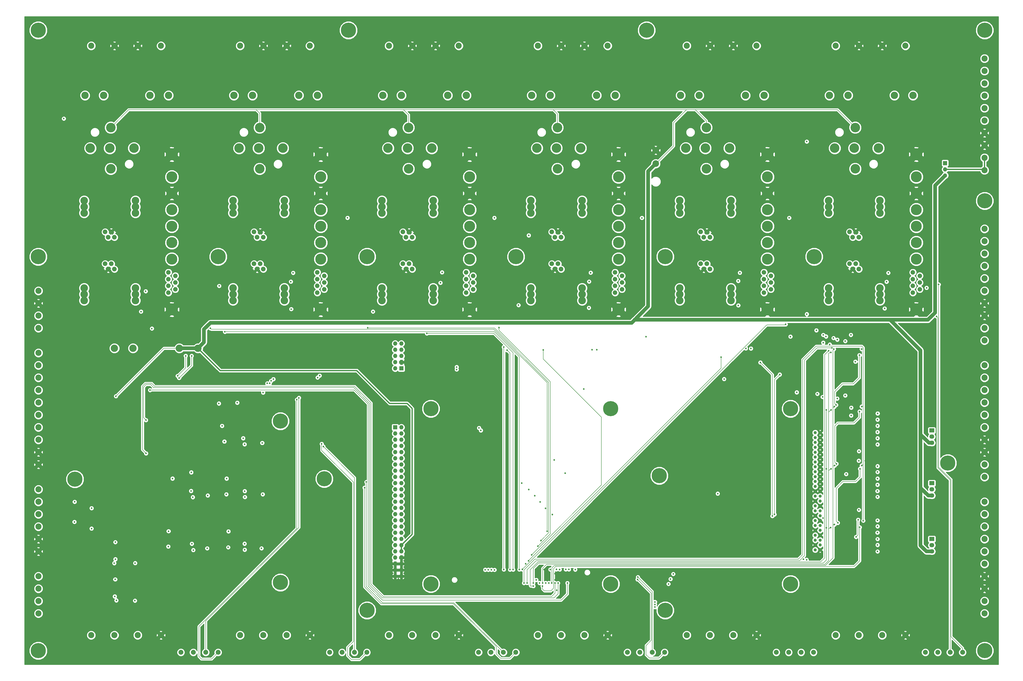
<source format=gbr>
G04 #@! TF.FileFunction,Copper,L4,Inr,Plane*
%FSLAX46Y46*%
G04 Gerber Fmt 4.6, Leading zero omitted, Abs format (unit mm)*
G04 Created by KiCad (PCBNEW 4.0.6) date 07/27/17 10:42:05*
%MOMM*%
%LPD*%
G01*
G04 APERTURE LIST*
%ADD10C,0.100000*%
%ADD11C,6.197600*%
%ADD12R,1.727200X1.727200*%
%ADD13O,1.727200X1.727200*%
%ADD14C,3.000000*%
%ADD15R,2.032000X1.727200*%
%ADD16O,2.032000X1.727200*%
%ADD17C,1.300000*%
%ADD18C,2.700000*%
%ADD19C,3.900000*%
%ADD20C,1.900000*%
%ADD21C,3.100000*%
%ADD22C,1.850000*%
%ADD23C,5.000000*%
%ADD24C,4.500000*%
%ADD25C,2.500000*%
%ADD26R,1.700000X1.700000*%
%ADD27O,1.700000X1.700000*%
%ADD28C,2.000000*%
%ADD29C,0.685800*%
%ADD30C,0.200000*%
%ADD31C,1.500000*%
%ADD32C,1.000000*%
%ADD33C,0.500000*%
%ADD34C,0.254000*%
G04 APERTURE END LIST*
D10*
D11*
X457403200Y-252095000D03*
X339293200Y-257302000D03*
X202133200Y-258572000D03*
X100025200Y-258699000D03*
X319410000Y-229870000D03*
X393040000Y-229870000D03*
X393040000Y-301600000D03*
X319410000Y-301600000D03*
X245770000Y-301600000D03*
X245770000Y-229870000D03*
X184150000Y-300990000D03*
X184150000Y-234950000D03*
D12*
X231140000Y-237490000D03*
D13*
X233680000Y-237490000D03*
X231140000Y-240030000D03*
X233680000Y-240030000D03*
X231140000Y-242570000D03*
X233680000Y-242570000D03*
X231140000Y-245110000D03*
X233680000Y-245110000D03*
X231140000Y-247650000D03*
X233680000Y-247650000D03*
X231140000Y-250190000D03*
X233680000Y-250190000D03*
X231140000Y-252730000D03*
X233680000Y-252730000D03*
X231140000Y-255270000D03*
X233680000Y-255270000D03*
X231140000Y-257810000D03*
X233680000Y-257810000D03*
X231140000Y-260350000D03*
X233680000Y-260350000D03*
X231140000Y-262890000D03*
X233680000Y-262890000D03*
X231140000Y-265430000D03*
X233680000Y-265430000D03*
X231140000Y-267970000D03*
X233680000Y-267970000D03*
X231140000Y-270510000D03*
X233680000Y-270510000D03*
X231140000Y-273050000D03*
X233680000Y-273050000D03*
X231140000Y-275590000D03*
X233680000Y-275590000D03*
X231140000Y-278130000D03*
X233680000Y-278130000D03*
X231140000Y-280670000D03*
X233680000Y-280670000D03*
X231140000Y-283210000D03*
X233680000Y-283210000D03*
X231140000Y-285750000D03*
X233680000Y-285750000D03*
X231140000Y-288290000D03*
X233680000Y-288290000D03*
X231140000Y-290830000D03*
X233680000Y-290830000D03*
X231140000Y-293370000D03*
X233680000Y-293370000D03*
X231140000Y-295910000D03*
X233680000Y-295910000D03*
X231140000Y-298450000D03*
X233680000Y-298450000D03*
D14*
X123825000Y-205105000D03*
X116205000Y-205105000D03*
X116205000Y-205105000D03*
X142795000Y-205105000D03*
X150415000Y-205105000D03*
D12*
X233680000Y-213360000D03*
D13*
X231140000Y-213360000D03*
X233680000Y-210820000D03*
X231140000Y-210820000D03*
X233680000Y-208280000D03*
X231140000Y-208280000D03*
X233680000Y-205740000D03*
X231140000Y-205740000D03*
X233680000Y-203200000D03*
X231140000Y-203200000D03*
D14*
X111760000Y-101600000D03*
X104140000Y-101600000D03*
X104140000Y-101600000D03*
X130730000Y-101600000D03*
X138350000Y-101600000D03*
X172720000Y-101600000D03*
X165100000Y-101600000D03*
X165100000Y-101600000D03*
X191690000Y-101600000D03*
X199310000Y-101600000D03*
X233680000Y-101600000D03*
X226060000Y-101600000D03*
X226060000Y-101600000D03*
X252650000Y-101600000D03*
X260270000Y-101600000D03*
X294640000Y-101600000D03*
X287020000Y-101600000D03*
X287020000Y-101600000D03*
X313610000Y-101600000D03*
X321230000Y-101600000D03*
X355600000Y-101600000D03*
X347980000Y-101600000D03*
X347980000Y-101600000D03*
X374570000Y-101600000D03*
X382190000Y-101600000D03*
X416560000Y-101600000D03*
X408940000Y-101600000D03*
X408940000Y-101600000D03*
X435530000Y-101600000D03*
X443150000Y-101600000D03*
D15*
X450850000Y-238760000D03*
D16*
X450850000Y-241300000D03*
X450850000Y-243840000D03*
D15*
X450850000Y-260350000D03*
D16*
X450850000Y-262890000D03*
X450850000Y-265430000D03*
D15*
X450850000Y-283210000D03*
D16*
X450850000Y-285750000D03*
X450850000Y-288290000D03*
D17*
X405130000Y-287655000D03*
X403130000Y-287655000D03*
X405130000Y-285655000D03*
X403130000Y-285655000D03*
X405130000Y-283655000D03*
X403130000Y-283655000D03*
X405130000Y-281655000D03*
X403130000Y-281655000D03*
X405130000Y-279655000D03*
X403130000Y-279655000D03*
X405130000Y-277655000D03*
X403130000Y-277655000D03*
X405130000Y-275655000D03*
X403130000Y-275655000D03*
X405130000Y-273655000D03*
X403130000Y-273655000D03*
X405130000Y-271655000D03*
X403130000Y-271655000D03*
X405130000Y-269655000D03*
X403130000Y-269655000D03*
X405130000Y-267655000D03*
X403130000Y-267655000D03*
X405130000Y-265655000D03*
X403130000Y-265655000D03*
X405130000Y-263655000D03*
X403130000Y-263655000D03*
X405130000Y-261655000D03*
X403130000Y-261655000D03*
X405130000Y-259655000D03*
X403130000Y-259655000D03*
X405130000Y-257655000D03*
X403130000Y-257655000D03*
X405130000Y-255655000D03*
X403130000Y-255655000D03*
X405130000Y-253655000D03*
X403130000Y-253655000D03*
X405130000Y-251655000D03*
X403130000Y-251655000D03*
X405130000Y-249655000D03*
X403130000Y-249655000D03*
X405130000Y-247655000D03*
X403130000Y-247655000D03*
X405130000Y-245655000D03*
X403130000Y-245655000D03*
X405130000Y-243655000D03*
X403130000Y-243655000D03*
X405130000Y-241655000D03*
X403130000Y-241655000D03*
X405130000Y-239655000D03*
X403130000Y-239655000D03*
D18*
X337820000Y-124040000D03*
X337820000Y-129540000D03*
D11*
X85039200Y-74930000D03*
X85039200Y-167640000D03*
X85039200Y-328930000D03*
X212039200Y-74930000D03*
X158699200Y-167640000D03*
X219659200Y-167640000D03*
X219659200Y-312420000D03*
X280619200Y-167640000D03*
X334086200Y-74930000D03*
X341706200Y-167640000D03*
X341706200Y-312420000D03*
X402666200Y-167640000D03*
X472516200Y-74930000D03*
X472516200Y-144780000D03*
X472516200Y-328930000D03*
D19*
X419506400Y-114757200D03*
X419506400Y-131648200D03*
X411099000Y-123190000D03*
X429006000Y-123190000D03*
X419100000Y-123190000D03*
X297586400Y-114757200D03*
X297586400Y-131648200D03*
X289179000Y-123190000D03*
X307086000Y-123190000D03*
X297180000Y-123190000D03*
X236626400Y-114757200D03*
X236626400Y-131648200D03*
X228219000Y-123190000D03*
X246126000Y-123190000D03*
X236220000Y-123190000D03*
X175666400Y-114757200D03*
X175666400Y-131648200D03*
X167259000Y-123190000D03*
X185166000Y-123190000D03*
X175260000Y-123190000D03*
X114706400Y-114757200D03*
X114706400Y-131648200D03*
X106299000Y-123190000D03*
X124206000Y-123190000D03*
X114300000Y-123190000D03*
X358546400Y-114757200D03*
X358546400Y-131648200D03*
X350139000Y-123190000D03*
X368046000Y-123190000D03*
X358140000Y-123190000D03*
D20*
X421005000Y-172720000D03*
X418465000Y-172720000D03*
X419735000Y-170520000D03*
X417195000Y-170520000D03*
D21*
X408600000Y-183030000D03*
X408600000Y-185570000D03*
X408600000Y-180490000D03*
X429600000Y-185570000D03*
X429600000Y-183030000D03*
X429600000Y-180490000D03*
D20*
X360045000Y-172720000D03*
X357505000Y-172720000D03*
X358775000Y-170520000D03*
X356235000Y-170520000D03*
D21*
X347640000Y-183030000D03*
X347640000Y-185570000D03*
X347640000Y-180490000D03*
X368640000Y-185570000D03*
X368640000Y-183030000D03*
X368640000Y-180490000D03*
D20*
X299085000Y-172720000D03*
X296545000Y-172720000D03*
X297815000Y-170520000D03*
X295275000Y-170520000D03*
D21*
X286680000Y-183030000D03*
X286680000Y-185570000D03*
X286680000Y-180490000D03*
X307680000Y-185570000D03*
X307680000Y-183030000D03*
X307680000Y-180490000D03*
D20*
X238125000Y-172720000D03*
X235585000Y-172720000D03*
X236855000Y-170520000D03*
X234315000Y-170520000D03*
D21*
X225720000Y-183030000D03*
X225720000Y-185570000D03*
X225720000Y-180490000D03*
X246720000Y-185570000D03*
X246720000Y-183030000D03*
X246720000Y-180490000D03*
D20*
X177165000Y-172720000D03*
X174625000Y-172720000D03*
X175895000Y-170520000D03*
X173355000Y-170520000D03*
D21*
X164760000Y-183030000D03*
X164760000Y-185570000D03*
X164760000Y-180490000D03*
X185760000Y-185570000D03*
X185760000Y-183030000D03*
X185760000Y-180490000D03*
D20*
X116205000Y-172720000D03*
X113665000Y-172720000D03*
X114935000Y-170520000D03*
X112395000Y-170520000D03*
D21*
X103800000Y-183030000D03*
X103800000Y-185570000D03*
X103800000Y-180490000D03*
X124800000Y-185570000D03*
X124800000Y-183030000D03*
X124800000Y-180490000D03*
D20*
X417195000Y-157480000D03*
X419735000Y-157480000D03*
X418465000Y-159680000D03*
X421005000Y-159680000D03*
D21*
X429600000Y-147170000D03*
X429600000Y-144630000D03*
X429600000Y-149710000D03*
X408600000Y-144630000D03*
X408600000Y-147170000D03*
X408600000Y-149710000D03*
D20*
X356235000Y-157480000D03*
X358775000Y-157480000D03*
X357505000Y-159680000D03*
X360045000Y-159680000D03*
D21*
X368640000Y-147170000D03*
X368640000Y-144630000D03*
X368640000Y-149710000D03*
X347640000Y-144630000D03*
X347640000Y-147170000D03*
X347640000Y-149710000D03*
D20*
X295275000Y-157480000D03*
X297815000Y-157480000D03*
X296545000Y-159680000D03*
X299085000Y-159680000D03*
D21*
X307680000Y-147170000D03*
X307680000Y-144630000D03*
X307680000Y-149710000D03*
X286680000Y-144630000D03*
X286680000Y-147170000D03*
X286680000Y-149710000D03*
D20*
X234315000Y-157480000D03*
X236855000Y-157480000D03*
X235585000Y-159680000D03*
X238125000Y-159680000D03*
D21*
X246720000Y-147170000D03*
X246720000Y-144630000D03*
X246720000Y-149710000D03*
X225720000Y-144630000D03*
X225720000Y-147170000D03*
X225720000Y-149710000D03*
D20*
X173355000Y-157480000D03*
X175895000Y-157480000D03*
X174625000Y-159680000D03*
X177165000Y-159680000D03*
D21*
X185760000Y-147170000D03*
X185760000Y-144630000D03*
X185760000Y-149710000D03*
X164760000Y-144630000D03*
X164760000Y-147170000D03*
X164760000Y-149710000D03*
D20*
X112395000Y-157480000D03*
X114935000Y-157480000D03*
X113665000Y-159680000D03*
X116205000Y-159680000D03*
D21*
X124800000Y-147170000D03*
X124800000Y-144630000D03*
X124800000Y-149710000D03*
X103800000Y-144630000D03*
X103800000Y-147170000D03*
X103800000Y-149710000D03*
D22*
X141120000Y-180980000D03*
X141120000Y-178210000D03*
X141120000Y-175440000D03*
X138280000Y-182350000D03*
X138280000Y-179580000D03*
X138280000Y-176810000D03*
X138280000Y-174040000D03*
D23*
X139700000Y-189230000D03*
X139700000Y-125730000D03*
D24*
X139700000Y-168600000D03*
X139700000Y-161870000D03*
X139700000Y-155140000D03*
X139700000Y-148410000D03*
X139700000Y-141680000D03*
X139700000Y-134950000D03*
D22*
X202080000Y-180980000D03*
X202080000Y-178210000D03*
X202080000Y-175440000D03*
X199240000Y-182350000D03*
X199240000Y-179580000D03*
X199240000Y-176810000D03*
X199240000Y-174040000D03*
D23*
X200660000Y-189230000D03*
X200660000Y-125730000D03*
D24*
X200660000Y-168600000D03*
X200660000Y-161870000D03*
X200660000Y-155140000D03*
X200660000Y-148410000D03*
X200660000Y-141680000D03*
X200660000Y-134950000D03*
D22*
X263040000Y-180980000D03*
X263040000Y-178210000D03*
X263040000Y-175440000D03*
X260200000Y-182350000D03*
X260200000Y-179580000D03*
X260200000Y-176810000D03*
X260200000Y-174040000D03*
D23*
X261620000Y-189230000D03*
X261620000Y-125730000D03*
D24*
X261620000Y-168600000D03*
X261620000Y-161870000D03*
X261620000Y-155140000D03*
X261620000Y-148410000D03*
X261620000Y-141680000D03*
X261620000Y-134950000D03*
D22*
X324000000Y-180980000D03*
X324000000Y-178210000D03*
X324000000Y-175440000D03*
X321160000Y-182350000D03*
X321160000Y-179580000D03*
X321160000Y-176810000D03*
X321160000Y-174040000D03*
D23*
X322580000Y-189230000D03*
X322580000Y-125730000D03*
D24*
X322580000Y-168600000D03*
X322580000Y-161870000D03*
X322580000Y-155140000D03*
X322580000Y-148410000D03*
X322580000Y-141680000D03*
X322580000Y-134950000D03*
D22*
X384960000Y-180980000D03*
X384960000Y-178210000D03*
X384960000Y-175440000D03*
X382120000Y-182350000D03*
X382120000Y-179580000D03*
X382120000Y-176810000D03*
X382120000Y-174040000D03*
D23*
X383540000Y-189230000D03*
X383540000Y-125730000D03*
D24*
X383540000Y-168600000D03*
X383540000Y-161870000D03*
X383540000Y-155140000D03*
X383540000Y-148410000D03*
X383540000Y-141680000D03*
X383540000Y-134950000D03*
D22*
X445920000Y-180980000D03*
X445920000Y-178210000D03*
X445920000Y-175440000D03*
X443080000Y-182350000D03*
X443080000Y-179580000D03*
X443080000Y-176810000D03*
X443080000Y-174040000D03*
D23*
X444500000Y-189230000D03*
X444500000Y-125730000D03*
D24*
X444500000Y-168600000D03*
X444500000Y-161870000D03*
X444500000Y-155140000D03*
X444500000Y-148410000D03*
X444500000Y-141680000D03*
X444500000Y-134950000D03*
D25*
X106680000Y-322580000D03*
X116200000Y-322580000D03*
X125720000Y-322580000D03*
X135240000Y-322580000D03*
X167640000Y-322580000D03*
X177160000Y-322580000D03*
X186680000Y-322580000D03*
X196200000Y-322580000D03*
X228600000Y-322580000D03*
X238120000Y-322580000D03*
X247640000Y-322580000D03*
X257160000Y-322580000D03*
X289560000Y-322580000D03*
X299080000Y-322580000D03*
X308600000Y-322580000D03*
X318120000Y-322580000D03*
X350520000Y-322580000D03*
X360040000Y-322580000D03*
X369560000Y-322580000D03*
X379080000Y-322580000D03*
X411480000Y-322580000D03*
X421000000Y-322580000D03*
X430520000Y-322580000D03*
X440040000Y-322580000D03*
X135255000Y-81280000D03*
X125735000Y-81280000D03*
X116215000Y-81280000D03*
X106695000Y-81280000D03*
X196215000Y-81280000D03*
X186695000Y-81280000D03*
X177175000Y-81280000D03*
X167655000Y-81280000D03*
X257175000Y-81280000D03*
X247655000Y-81280000D03*
X238135000Y-81280000D03*
X228615000Y-81280000D03*
X318135000Y-81280000D03*
X308615000Y-81280000D03*
X299095000Y-81280000D03*
X289575000Y-81280000D03*
X379095000Y-81280000D03*
X369575000Y-81280000D03*
X360055000Y-81280000D03*
X350535000Y-81280000D03*
X440055000Y-81280000D03*
X430535000Y-81280000D03*
X421015000Y-81280000D03*
X411495000Y-81280000D03*
X85090000Y-298450000D03*
X85090000Y-303530000D03*
X85090000Y-308610000D03*
X85090000Y-313690000D03*
X85090000Y-181610000D03*
X85090000Y-186690000D03*
X85090000Y-191770000D03*
X85090000Y-196850000D03*
X85090000Y-207010000D03*
X85090000Y-212090000D03*
X85090000Y-217170000D03*
X85090000Y-222250000D03*
X85090000Y-227330000D03*
X85090000Y-232410000D03*
X85090000Y-237490000D03*
X85090000Y-242570000D03*
X85090000Y-247650000D03*
X85090000Y-252730000D03*
X472440000Y-313690000D03*
X472440000Y-308610000D03*
X472440000Y-303530000D03*
X472440000Y-298450000D03*
X472440000Y-293370000D03*
X472440000Y-288290000D03*
X472440000Y-283210000D03*
X472440000Y-278130000D03*
X472440000Y-273050000D03*
X472440000Y-267970000D03*
X472440000Y-257810000D03*
X472440000Y-252730000D03*
X472440000Y-247650000D03*
X472440000Y-242570000D03*
X472440000Y-237490000D03*
X472440000Y-232410000D03*
X472440000Y-227330000D03*
X472440000Y-222250000D03*
X472440000Y-217170000D03*
X472440000Y-212090000D03*
X472440000Y-201930000D03*
X472440000Y-196850000D03*
X472440000Y-191770000D03*
X472440000Y-186690000D03*
X472440000Y-181610000D03*
X472440000Y-176530000D03*
X472440000Y-171450000D03*
X472440000Y-166370000D03*
X472440000Y-161290000D03*
X472440000Y-156210000D03*
X85090000Y-262890000D03*
X85090000Y-267970000D03*
X85090000Y-273050000D03*
X85090000Y-278130000D03*
X85090000Y-283210000D03*
X85090000Y-288290000D03*
X472440000Y-132209000D03*
X472440000Y-127129000D03*
X472440000Y-122049000D03*
X472440000Y-116969000D03*
X472440000Y-111889000D03*
X472440000Y-106809000D03*
X472440000Y-101729000D03*
X472440000Y-96649000D03*
X472440000Y-91569000D03*
X472440000Y-86489000D03*
D26*
X456298200Y-129309000D03*
D27*
X456298200Y-131849000D03*
X456298200Y-134389000D03*
D28*
X158638200Y-329609000D03*
X153558200Y-329609000D03*
X143398200Y-329609000D03*
X148478200Y-329609000D03*
X219538200Y-329609000D03*
X214458200Y-329609000D03*
X204298200Y-329609000D03*
X209378200Y-329609000D03*
X280538200Y-329609000D03*
X275458200Y-329609000D03*
X265298200Y-329609000D03*
X270378200Y-329609000D03*
X341438200Y-329609000D03*
X336358200Y-329609000D03*
X326198200Y-329609000D03*
X331278200Y-329609000D03*
X402438200Y-329609000D03*
X397358200Y-329609000D03*
X387198200Y-329609000D03*
X392278200Y-329609000D03*
X463438200Y-329609000D03*
X458358200Y-329609000D03*
X448198200Y-329609000D03*
X453278200Y-329609000D03*
D29*
X417722000Y-199625000D03*
X406400000Y-199644000D03*
X120497600Y-111760000D03*
X93802200Y-106680000D03*
X153490000Y-114757200D03*
X186512200Y-113538000D03*
X214450000Y-114782600D03*
X247472200Y-113538000D03*
X275410000Y-114782600D03*
X308279800Y-113588800D03*
X336370000Y-114805800D03*
X369392200Y-113538000D03*
X458290000Y-114805800D03*
X430352200Y-113538000D03*
X397330000Y-114757200D03*
X421030400Y-199720200D03*
X420954200Y-206273400D03*
X417855400Y-212166200D03*
X416534600Y-217170000D03*
X420979600Y-229743000D03*
X419531800Y-237083600D03*
X416255200Y-240665000D03*
X423595800Y-251129800D03*
X420116000Y-261213600D03*
X416433000Y-264795000D03*
X421477800Y-273980000D03*
X440870000Y-290294400D03*
X417830000Y-283870400D03*
X416636200Y-288925000D03*
X350545400Y-174421800D03*
X289610800Y-174650400D03*
X292125000Y-295732600D03*
X299745000Y-295732600D03*
X303555000Y-295783400D03*
X308329200Y-300585000D03*
X305460400Y-297408600D03*
X304190400Y-299948600D03*
X300380400Y-299948600D03*
X300380400Y-297408600D03*
X296570400Y-297408600D03*
X296570400Y-299949600D03*
X300355000Y-301218600D03*
X304165000Y-301218600D03*
X297230800Y-304165000D03*
X288975800Y-302488600D03*
X292811200Y-299897800D03*
X292760400Y-297408600D03*
X290220400Y-298678600D03*
X288925000Y-301193200D03*
X285115000Y-302463200D03*
X284581600Y-293370000D03*
X280695000Y-295783400D03*
X276885000Y-295783000D03*
X277520400Y-297408600D03*
X281305000Y-297434000D03*
X282576000Y-301244000D03*
X281330400Y-299949600D03*
X278790400Y-301219600D03*
X277521400Y-299948600D03*
X274980400Y-301219600D03*
X273685000Y-299975000D03*
X271170400Y-301219600D03*
X269888200Y-299961800D03*
X267360400Y-301219600D03*
X266090400Y-299949600D03*
X263525000Y-301245000D03*
X273708600Y-297408600D03*
X271170400Y-297434000D03*
X273075400Y-295833800D03*
X267360400Y-297409600D03*
X266090400Y-297409600D03*
X264185400Y-295833800D03*
X262915400Y-295808400D03*
X172720000Y-286791400D03*
X172770800Y-265201400D03*
X171881800Y-243586000D03*
X151434800Y-243840000D03*
X153365200Y-258749800D03*
X150495000Y-286715200D03*
X108889800Y-305435000D03*
X123190000Y-299974000D03*
X119684800Y-299720000D03*
X123190000Y-284734000D03*
X119735600Y-284530800D03*
X109067600Y-290195000D03*
X103047800Y-277495000D03*
X103073200Y-269240000D03*
X127355600Y-250164600D03*
X126161800Y-234340400D03*
X126161800Y-220395800D03*
X407543000Y-200279000D03*
X410591000Y-200914000D03*
X412141000Y-201575000D03*
X415417000Y-202184000D03*
X406400000Y-202819000D03*
X419555800Y-210590000D03*
X417855400Y-229412800D03*
X417830000Y-232638600D03*
X420949000Y-251150000D03*
X415798000Y-256616200D03*
X420700200Y-275310600D03*
X419836600Y-282346400D03*
X271805000Y-295834200D03*
X270535000Y-295783400D03*
X269265000Y-295783400D03*
X116509800Y-299720000D03*
X116560600Y-284480000D03*
X267995000Y-295783400D03*
X409067000Y-203581000D03*
X409981400Y-204927200D03*
X285140400Y-301193200D03*
X422097200Y-205486000D03*
X422148000Y-228981000D03*
X422122600Y-253111000D03*
X422783000Y-275691600D03*
X283857700Y-301231300D03*
X410997400Y-228981000D03*
X411048200Y-253111000D03*
X410997400Y-277241000D03*
X410743400Y-205486000D03*
X295275000Y-301218600D03*
X408609800Y-206121000D03*
X287706300Y-302463700D03*
X421208200Y-207924400D03*
X411683200Y-228320600D03*
X409625800Y-230301800D03*
X409625800Y-254431800D03*
X409422600Y-278536400D03*
X409524200Y-206781400D03*
X291490400Y-301218600D03*
X403593300Y-197751700D03*
X395554200Y-223139000D03*
X308356000Y-221818200D03*
X403991000Y-223770000D03*
X365810800Y-217703400D03*
X415391600Y-224420000D03*
X406146000Y-225044000D03*
X116586000Y-291465000D03*
X412140400Y-225704400D03*
X116332000Y-306705000D03*
X428675800Y-231800400D03*
X428625000Y-234315000D03*
X407644600Y-230352600D03*
X407644600Y-254457200D03*
X407644600Y-278612600D03*
X287680400Y-301193200D03*
X421259000Y-231013000D03*
X411810200Y-252425200D03*
X428625000Y-236855000D03*
X421017700Y-247256300D03*
X428599600Y-239395000D03*
X428625000Y-241935000D03*
X428625000Y-244475000D03*
X428625000Y-253365000D03*
X428625000Y-255778000D03*
X428625000Y-258445000D03*
X428599600Y-260985000D03*
X421436800Y-254457200D03*
X412394400Y-276580000D03*
X428586900Y-263563100D03*
X421005000Y-271272000D03*
X428625000Y-265938000D03*
X428599600Y-275590000D03*
X428625000Y-278003000D03*
X428586900Y-280581100D03*
X428625000Y-283210000D03*
X428625000Y-285623000D03*
X428625000Y-288290000D03*
X421309800Y-278384000D03*
X291465000Y-302514000D03*
X124663200Y-293065200D03*
X116113200Y-293075000D03*
X124587000Y-308432200D03*
X116976800Y-308315000D03*
X145364200Y-208203800D03*
X142048200Y-216399000D03*
X147802600Y-208203800D03*
X142668200Y-217259000D03*
X392455400Y-151714200D03*
X332155800Y-151739600D03*
X211607400Y-151688800D03*
X271754600Y-151688800D03*
X127076200Y-190093600D03*
X139979400Y-258445000D03*
X138353800Y-280009600D03*
X160274000Y-236880400D03*
X162128200Y-258445000D03*
X162890200Y-280060400D03*
X431546000Y-188798200D03*
X116789200Y-224739200D03*
X343038200Y-301599000D03*
X337508200Y-311059000D03*
X399592800Y-291719000D03*
X343868200Y-299589000D03*
X337488200Y-310009000D03*
X398246600Y-291490400D03*
X344988200Y-297519000D03*
X337488200Y-308959000D03*
X406298400Y-274624800D03*
X191719200Y-225399600D03*
X190881000Y-226136200D03*
X201752200Y-245364000D03*
X201041000Y-244246400D03*
X219328200Y-259839000D03*
X265455400Y-237718600D03*
X218598200Y-262189000D03*
X266217400Y-238734600D03*
X330498200Y-298789000D03*
X296238200Y-250789000D03*
X282956000Y-260350000D03*
X330378200Y-299759000D03*
X300768200Y-256229000D03*
X285800800Y-262966200D03*
X385568200Y-273789000D03*
X380658200Y-210939000D03*
X288315324Y-265455476D03*
X386468200Y-273109000D03*
X388588200Y-215859000D03*
X290474400Y-268046200D03*
X452828200Y-192029000D03*
X292709600Y-270611600D03*
X453690602Y-178981402D03*
X295452800Y-273177000D03*
X294055800Y-301193200D03*
X292785800Y-301193200D03*
X290233100Y-301205900D03*
X288925000Y-299948600D03*
X180340000Y-218440000D03*
X128981200Y-181762400D03*
X199364600Y-217093800D03*
X147574000Y-263525000D03*
X188569600Y-189077600D03*
X188417200Y-177825400D03*
X138252200Y-286283400D03*
X249682000Y-178308000D03*
X147878800Y-285140400D03*
X256311400Y-213791800D03*
X161213800Y-243281200D03*
X310540400Y-177800000D03*
X310438800Y-188518800D03*
X311759600Y-205714600D03*
X168910000Y-241935000D03*
X162001200Y-264896600D03*
X374726200Y-205181200D03*
X371602000Y-177520600D03*
X371627400Y-187553600D03*
X169519600Y-263601200D03*
X162763200Y-286588200D03*
X432333400Y-177876200D03*
X169468800Y-285115000D03*
X293370000Y-280060400D03*
X155422600Y-196900800D03*
X281965000Y-295681000D03*
X161417000Y-198374000D03*
X304850800Y-295706800D03*
X177063400Y-223240600D03*
X301650400Y-301218600D03*
X130759200Y-222224600D03*
X297840400Y-301244000D03*
X129108200Y-234492800D03*
X296570400Y-301218600D03*
X129133600Y-248132600D03*
X363194600Y-264617200D03*
X95453200Y-111074200D03*
X181279800Y-217728800D03*
X302260000Y-295656000D03*
X154381200Y-265379200D03*
X279425400Y-295732200D03*
X244119400Y-199009000D03*
X219913200Y-196723000D03*
X290830000Y-283845000D03*
X200202800Y-216306400D03*
X300990000Y-295656000D03*
X154178000Y-287020000D03*
X276949708Y-205880227D03*
X278155400Y-295732200D03*
X273685000Y-196672200D03*
X289585400Y-286156400D03*
X256311400Y-212801200D03*
X298475000Y-295681400D03*
X176707800Y-243865400D03*
X275590000Y-204597000D03*
X275615000Y-295681000D03*
X291795200Y-205765400D03*
X287020000Y-289687000D03*
X313690000Y-205689200D03*
X297180000Y-295656000D03*
X176911000Y-264896600D03*
X399669000Y-191135000D03*
X399643600Y-120472200D03*
X364591600Y-208788000D03*
X285775000Y-292125400D03*
X376783600Y-205206600D03*
X294665000Y-295681000D03*
X176403000Y-287020000D03*
X391033000Y-195326000D03*
X283210000Y-295656000D03*
X448716400Y-180365400D03*
X99898200Y-267970000D03*
X106840000Y-270560800D03*
X99822000Y-276199600D03*
X106832400Y-278917400D03*
X189357000Y-174218600D03*
X148285200Y-266065000D03*
X250342400Y-174015400D03*
X148488400Y-287731200D03*
X311175400Y-174167800D03*
X169494200Y-244398800D03*
X372249700Y-174180500D03*
X169595800Y-266014200D03*
X433044600Y-174244000D03*
X169519600Y-287578800D03*
X131521200Y-197027800D03*
X147650200Y-255905000D03*
X159080200Y-179578000D03*
X222046800Y-190093600D03*
X158953200Y-227711000D03*
X166471600Y-227380800D03*
X281635200Y-187452000D03*
X333883000Y-200355200D03*
X178765200Y-219456000D03*
X392963400Y-200329800D03*
X179755800Y-219430600D03*
X285826200Y-158877000D03*
D30*
X420624000Y-275386800D02*
X420700200Y-275310600D01*
X420624000Y-281559000D02*
X420624000Y-275386800D01*
X419836600Y-282346400D02*
X420624000Y-281559000D01*
X403834600Y-204927200D02*
X409981400Y-204927200D01*
X398729200Y-210032600D02*
X403834600Y-204927200D01*
X398729200Y-290068000D02*
X398729200Y-210032600D01*
X396748000Y-292049200D02*
X398729200Y-290068000D01*
X288848800Y-292049200D02*
X396748000Y-292049200D01*
X285140400Y-295757600D02*
X288848800Y-292049200D01*
X285140400Y-301193200D02*
X285140400Y-295757600D01*
X422478200Y-228981000D02*
X422148000Y-228981000D01*
X422478200Y-228981000D02*
X422783000Y-228676200D01*
X422300400Y-253111000D02*
X422122600Y-253111000D01*
X422300400Y-253111000D02*
X422783000Y-252628400D01*
X422783000Y-275691600D02*
X422783000Y-252628400D01*
X283857700Y-301231300D02*
X283870400Y-301218600D01*
X422783000Y-205155800D02*
X422452800Y-205486000D01*
X422452800Y-205486000D02*
X422097200Y-205486000D01*
X283870400Y-301218600D02*
X283870400Y-299618400D01*
X283870400Y-299618400D02*
X283870400Y-295833800D01*
X283870400Y-295833800D02*
X288264600Y-291439600D01*
X288264600Y-291439600D02*
X290525200Y-291439600D01*
X290525200Y-291439600D02*
X396163800Y-291439600D01*
X396163800Y-291439600D02*
X397967200Y-289636200D01*
X397967200Y-289636200D02*
X397967200Y-209778600D01*
X397967200Y-209778600D02*
X403479000Y-204266800D01*
X403479000Y-204266800D02*
X422198800Y-204266800D01*
X422198800Y-204266800D02*
X422783000Y-204851000D01*
X422783000Y-204851000D02*
X422783000Y-205155800D01*
X422783000Y-205155800D02*
X422783000Y-228676200D01*
X422783000Y-228676200D02*
X422783000Y-252628400D01*
X410768800Y-253111000D02*
X411048200Y-253111000D01*
X410768800Y-253111000D02*
X410387800Y-253492000D01*
X410743400Y-277241000D02*
X410997400Y-277241000D01*
X410743400Y-277241000D02*
X410387800Y-277596600D01*
X296316400Y-293979600D02*
X407365200Y-293979600D01*
X295300400Y-294995600D02*
X296316400Y-293979600D01*
X295300400Y-301193200D02*
X295300400Y-294995600D01*
X410387800Y-290957000D02*
X410387800Y-277596600D01*
X407365200Y-293979600D02*
X410387800Y-290957000D01*
X295275000Y-301218600D02*
X295300400Y-301193200D01*
X410387800Y-229489000D02*
X410895800Y-228981000D01*
X410895800Y-228981000D02*
X410997400Y-228981000D01*
X410387800Y-205841600D02*
X410743400Y-205486000D01*
X410387800Y-277596600D02*
X410387800Y-253492000D01*
X410387800Y-253492000D02*
X410387800Y-229489000D01*
X410387800Y-229489000D02*
X410387800Y-205841600D01*
X287706300Y-302463700D02*
X287705800Y-302464200D01*
X287705800Y-302464200D02*
X287705800Y-302514000D01*
X406958800Y-207772000D02*
X408609800Y-206121000D01*
X406958800Y-252780800D02*
X406958800Y-207772000D01*
X406958800Y-290931600D02*
X406958800Y-252780800D01*
X405282400Y-292608000D02*
X406958800Y-290931600D01*
X289610800Y-292608000D02*
X405282400Y-292608000D01*
X286410400Y-295808400D02*
X289610800Y-292608000D01*
X286410400Y-302310800D02*
X286410400Y-295808400D01*
X286613600Y-302514000D02*
X286410400Y-302310800D01*
X287705800Y-302514000D02*
X286613600Y-302514000D01*
X411683200Y-228320600D02*
X411022800Y-227660200D01*
X411022800Y-227660200D02*
X411022800Y-222910400D01*
X411022800Y-222910400D02*
X414248600Y-219684600D01*
X414248600Y-219684600D02*
X418693600Y-219684600D01*
X418693600Y-219684600D02*
X421208200Y-217170000D01*
X421208200Y-217170000D02*
X421208200Y-207924400D01*
X409524200Y-230301800D02*
X409625800Y-230301800D01*
X409524200Y-230301800D02*
X408584400Y-231241600D01*
X409117800Y-206781400D02*
X409524200Y-206781400D01*
X408584400Y-207314800D02*
X409117800Y-206781400D01*
X408584400Y-231241600D02*
X408584400Y-207314800D01*
X408584400Y-279146000D02*
X408584400Y-279933400D01*
X408584400Y-292049200D02*
X408584400Y-279933400D01*
X407085800Y-293547800D02*
X408584400Y-292049200D01*
X293116000Y-293547800D02*
X407085800Y-293547800D01*
X291490400Y-295173400D02*
X293116000Y-293547800D01*
X291490400Y-300177200D02*
X291490400Y-295173400D01*
X291490400Y-301218600D02*
X291490400Y-300177200D01*
X408584400Y-279146000D02*
X409194000Y-278536400D01*
X409194000Y-278536400D02*
X409422600Y-278536400D01*
X408584400Y-255244600D02*
X409397200Y-254431800D01*
X409397200Y-254431800D02*
X409625800Y-254431800D01*
X408584400Y-279146000D02*
X408584400Y-256006600D01*
X408584400Y-256006600D02*
X408584400Y-255244600D01*
X408584400Y-255244600D02*
X408584400Y-231927400D01*
X408584400Y-231927400D02*
X408584400Y-231241600D01*
X407644600Y-254457200D02*
X407644600Y-230352600D01*
X407644600Y-278612600D02*
X407644600Y-254457200D01*
X407644600Y-291795200D02*
X407644600Y-278612600D01*
X406374600Y-293065200D02*
X407644600Y-291795200D01*
X289839400Y-293065200D02*
X406374600Y-293065200D01*
X287680400Y-295224200D02*
X289839400Y-293065200D01*
X287680400Y-299796200D02*
X287680400Y-295224200D01*
X287680400Y-301193200D02*
X287680400Y-299796200D01*
X411810200Y-252425200D02*
X411124400Y-251739400D01*
X411124400Y-251739400D02*
X411124400Y-236956600D01*
X411124400Y-236956600D02*
X412369000Y-235712000D01*
X412369000Y-235712000D02*
X418896800Y-235712000D01*
X418896800Y-235712000D02*
X421259000Y-233349800D01*
X421259000Y-233349800D02*
X421259000Y-231013000D01*
X412369000Y-276555200D02*
X411734000Y-275920200D01*
X411734000Y-275920200D02*
X411734000Y-262407400D01*
X411734000Y-262407400D02*
X414477200Y-259664200D01*
X414477200Y-259664200D02*
X419608000Y-259664200D01*
X419608000Y-259664200D02*
X421436800Y-257835400D01*
X421436800Y-257835400D02*
X421436800Y-254457200D01*
X412369600Y-276555200D02*
X412394400Y-276580000D01*
X412369000Y-276555200D02*
X412369600Y-276555200D01*
X291465000Y-302514000D02*
X291465000Y-303682400D01*
X291465000Y-303682400D02*
X292201600Y-304419000D01*
X292201600Y-304419000D02*
X294894000Y-304419000D01*
X294894000Y-304419000D02*
X295960800Y-303352200D01*
X295960800Y-303352200D02*
X295960800Y-295325800D01*
X295960800Y-295325800D02*
X296849800Y-294436800D01*
X296849800Y-294436800D02*
X419049200Y-294436800D01*
X419049200Y-294436800D02*
X421309800Y-292176200D01*
X421309800Y-292176200D02*
X421309800Y-278384000D01*
X142048200Y-216399000D02*
X145364200Y-213083000D01*
X145364200Y-213083000D02*
X145364200Y-208203800D01*
X147802600Y-212124600D02*
X147802600Y-208203800D01*
X142668200Y-217259000D02*
X147802600Y-212124600D01*
D31*
X433740600Y-193456600D02*
X449290600Y-193456600D01*
X452238200Y-138449000D02*
X456298200Y-134389000D01*
X452238200Y-190509000D02*
X452238200Y-138449000D01*
X449290600Y-193456600D02*
X452238200Y-190509000D01*
X450850000Y-243840000D02*
X449656200Y-243840000D01*
X449656200Y-243840000D02*
X446227200Y-240411000D01*
X450850000Y-265430000D02*
X449402200Y-265430000D01*
X449402200Y-265430000D02*
X446227200Y-262255000D01*
X442760100Y-202476100D02*
X446227200Y-205943200D01*
X448640200Y-288290000D02*
X450850000Y-288290000D01*
X446227200Y-285877000D02*
X448640200Y-288290000D01*
X446227200Y-205943200D02*
X446227200Y-240411000D01*
X446227200Y-240411000D02*
X446227200Y-262255000D01*
X446227200Y-262255000D02*
X446227200Y-285877000D01*
D30*
X175666400Y-109220000D02*
X175666400Y-108915200D01*
X175666400Y-108915200D02*
X174193200Y-107442000D01*
X297586400Y-114757200D02*
X297586400Y-109169200D01*
X297586400Y-109169200D02*
X295859200Y-107442000D01*
X236626400Y-114757200D02*
X236626400Y-109550200D01*
X236626400Y-109550200D02*
X234518200Y-107442000D01*
X175666400Y-114757200D02*
X175666400Y-109220000D01*
X175666400Y-109220000D02*
X175666400Y-109169200D01*
X350977200Y-107442000D02*
X295859200Y-107442000D01*
X295859200Y-107442000D02*
X234518200Y-107442000D01*
X234518200Y-107442000D02*
X174193200Y-107442000D01*
X174193200Y-107442000D02*
X122021600Y-107442000D01*
X122021600Y-107442000D02*
X114706400Y-114757200D01*
X358546400Y-114757200D02*
X358546400Y-111963200D01*
X358546400Y-111963200D02*
X354025200Y-107442000D01*
X337820000Y-129540000D02*
X337896200Y-129540000D01*
X337896200Y-129540000D02*
X345135200Y-122301000D01*
X412191200Y-107442000D02*
X419506400Y-114757200D01*
X354025200Y-107442000D02*
X412191200Y-107442000D01*
X350469200Y-107442000D02*
X350977200Y-107442000D01*
X350977200Y-107442000D02*
X354025200Y-107442000D01*
X345135200Y-112776000D02*
X350469200Y-107442000D01*
X345135200Y-122301000D02*
X345135200Y-112776000D01*
D32*
X327914000Y-194691000D02*
X329158600Y-193446400D01*
D31*
X433730400Y-193446400D02*
X433740600Y-193456600D01*
X433740600Y-193456600D02*
X442760100Y-202476100D01*
X329158600Y-193446400D02*
X433730400Y-193446400D01*
D33*
X233680000Y-288290000D02*
X233680000Y-285750000D01*
X150415000Y-205105000D02*
X159559000Y-214249000D01*
X238099600Y-281330400D02*
X233680000Y-285750000D01*
X238099600Y-229768400D02*
X238099600Y-281330400D01*
X236016800Y-227685600D02*
X238099600Y-229768400D01*
X228854000Y-227685600D02*
X236016800Y-227685600D01*
X215417400Y-214249000D02*
X228854000Y-227685600D01*
X159559000Y-214249000D02*
X215417400Y-214249000D01*
D30*
X142795000Y-205105000D02*
X136423400Y-205105000D01*
X136423400Y-205105000D02*
X116789200Y-224739200D01*
D31*
X142795000Y-205105000D02*
X150415000Y-205105000D01*
X150415000Y-205105000D02*
X152857200Y-202662800D01*
X152857200Y-202662800D02*
X152857200Y-197358000D01*
X152857200Y-197358000D02*
X155524200Y-194691000D01*
X155524200Y-194691000D02*
X327914000Y-194691000D01*
D32*
X327914000Y-194691000D02*
X327990200Y-194691000D01*
D31*
X327990200Y-194691000D02*
X334721200Y-187960000D01*
X334721200Y-187960000D02*
X334721200Y-138811000D01*
D33*
X334721200Y-138811000D02*
X334721200Y-138811000D01*
D31*
X334721200Y-138811000D02*
X334721200Y-132638800D01*
X334721200Y-132638800D02*
X337820000Y-129540000D01*
D30*
X153558200Y-329609000D02*
X153558200Y-316679000D01*
X191719200Y-278518000D02*
X191719200Y-225399600D01*
X153558200Y-316679000D02*
X191719200Y-278518000D01*
X158638200Y-329609000D02*
X155928200Y-332319000D01*
X190881000Y-278857828D02*
X190881000Y-226136200D01*
X150768200Y-318970628D02*
X190881000Y-278857828D01*
X150768200Y-331259000D02*
X150768200Y-318970628D01*
X151828200Y-332319000D02*
X150768200Y-331259000D01*
X155928200Y-332319000D02*
X151828200Y-332319000D01*
X214458200Y-329609000D02*
X214458200Y-258070000D01*
X214458200Y-258070000D02*
X201752200Y-245364000D01*
X219538200Y-329609000D02*
X216608200Y-332539000D01*
X201041000Y-246921800D02*
X201041000Y-244246400D01*
X214105798Y-259986598D02*
X201041000Y-246921800D01*
X214105798Y-325069000D02*
X214105798Y-259986598D01*
X211688200Y-327486598D02*
X214105798Y-325069000D01*
X211688200Y-331019000D02*
X211688200Y-327486598D01*
X213208200Y-332539000D02*
X211688200Y-331019000D01*
X216608200Y-332539000D02*
X213208200Y-332539000D01*
X275458200Y-329609000D02*
X255148200Y-309299000D01*
X219328200Y-302649000D02*
X219328200Y-259839000D01*
X225978200Y-309299000D02*
X219328200Y-302649000D01*
X255148200Y-309299000D02*
X225978200Y-309299000D01*
X280538200Y-329609000D02*
X278108200Y-332039000D01*
X218598200Y-302849000D02*
X218598200Y-262189000D01*
X225408200Y-309659000D02*
X218598200Y-302849000D01*
X254978200Y-309659000D02*
X225408200Y-309659000D01*
X272528200Y-327209000D02*
X254978200Y-309659000D01*
X272528200Y-330209000D02*
X272528200Y-327209000D01*
X274358200Y-332039000D02*
X272528200Y-330209000D01*
X278108200Y-332039000D02*
X274358200Y-332039000D01*
X336358200Y-304649000D02*
X330498200Y-298789000D01*
X336358200Y-329609000D02*
X336358200Y-304649000D01*
X341438200Y-329609000D02*
X339118200Y-331929000D01*
X336005798Y-305386598D02*
X330378200Y-299759000D01*
X336005798Y-324691402D02*
X336005798Y-305386598D01*
X333878200Y-326819000D02*
X336005798Y-324691402D01*
X333878200Y-330549000D02*
X333878200Y-326819000D01*
X335258200Y-331929000D02*
X333878200Y-330549000D01*
X339118200Y-331929000D02*
X335258200Y-331929000D01*
X385568200Y-215839000D02*
X380668200Y-210939000D01*
X385568200Y-273789000D02*
X385568200Y-215839000D01*
X380668200Y-210939000D02*
X380658200Y-210939000D01*
X386468200Y-273109000D02*
X386468200Y-217979000D01*
X386468200Y-217979000D02*
X388588200Y-215859000D01*
X453338200Y-192608200D02*
X453338200Y-192539000D01*
X458358200Y-259019000D02*
X453338200Y-253999000D01*
X453338200Y-253999000D02*
X453338200Y-192608200D01*
X458358200Y-329609000D02*
X458358200Y-259019000D01*
X453338200Y-192539000D02*
X452828200Y-192029000D01*
X453690602Y-253851402D02*
X453690602Y-178981402D01*
X463438200Y-329609000D02*
X463438200Y-327919000D01*
X458710602Y-258871402D02*
X454208200Y-254369000D01*
X458710602Y-323191402D02*
X458710602Y-258871402D01*
X463438200Y-327919000D02*
X458710602Y-323191402D01*
X454208200Y-254369000D02*
X453690602Y-253851402D01*
X358546400Y-131648200D02*
X358648000Y-131546600D01*
X419404800Y-131546600D02*
X419506400Y-131648200D01*
X155956000Y-197358000D02*
X155879800Y-197358000D01*
X155879800Y-197358000D02*
X155422600Y-196900800D01*
X156413200Y-197358000D02*
X155956000Y-197358000D01*
X155956000Y-197358000D02*
X155905200Y-197358000D01*
X271526000Y-197358000D02*
X156921200Y-197358000D01*
X156921200Y-197358000D02*
X156413200Y-197358000D01*
X293370000Y-219202000D02*
X271526000Y-197358000D01*
X293370000Y-280060400D02*
X293370000Y-219202000D01*
X281965000Y-295681000D02*
X281940000Y-295656000D01*
X271780000Y-198374000D02*
X161417000Y-198374000D01*
X281940000Y-208534000D02*
X271780000Y-198374000D01*
X281940000Y-295656000D02*
X281940000Y-208534000D01*
X301650400Y-301218600D02*
X301650400Y-305689000D01*
X301650400Y-305689000D02*
X299110400Y-308229000D01*
X299110400Y-308229000D02*
X225958400Y-308229000D01*
X225958400Y-308229000D02*
X220091000Y-302361600D01*
X220091000Y-302361600D02*
X220091000Y-227914200D01*
X220091000Y-227914200D02*
X214350600Y-222173800D01*
X214350600Y-222173800D02*
X130810000Y-222173800D01*
X130759200Y-222224600D02*
X130810000Y-222173800D01*
X129159000Y-219964000D02*
X128117600Y-221005400D01*
X128117600Y-221005400D02*
X128117600Y-233502200D01*
X129108200Y-234492800D02*
X128117600Y-233502200D01*
X297840400Y-303301400D02*
X297840400Y-305638200D01*
X297840400Y-305638200D02*
X296164000Y-307314600D01*
X296164000Y-307314600D02*
X225907600Y-307314600D01*
X225907600Y-307314600D02*
X220649800Y-302056800D01*
X220649800Y-302056800D02*
X220649800Y-227685600D01*
X220649800Y-227685600D02*
X214172800Y-221208600D01*
X214172800Y-221208600D02*
X132283200Y-221208600D01*
X132283200Y-221208600D02*
X131038600Y-219964000D01*
X131038600Y-219964000D02*
X129159000Y-219964000D01*
X297840400Y-301244000D02*
X297840400Y-303301400D01*
X129133600Y-248132600D02*
X127685800Y-246684800D01*
X127685800Y-220624400D02*
X127685800Y-246684800D01*
X128854200Y-219456000D02*
X127685800Y-220624400D01*
X131368800Y-219456000D02*
X128854200Y-219456000D01*
X132638800Y-220726000D02*
X131368800Y-219456000D01*
X214503000Y-220726000D02*
X132638800Y-220726000D01*
X221234000Y-227457000D02*
X214503000Y-220726000D01*
X221234000Y-301752000D02*
X221234000Y-227457000D01*
X226288600Y-306806600D02*
X221234000Y-301752000D01*
X295122600Y-306806600D02*
X226288600Y-306806600D01*
X296570400Y-305358800D02*
X295122600Y-306806600D01*
X296570400Y-303809400D02*
X296570400Y-305358800D01*
X296570400Y-301218600D02*
X296570400Y-303809400D01*
X244119400Y-199009000D02*
X244144800Y-199034400D01*
X279425400Y-295732200D02*
X279425400Y-294716200D01*
X279425400Y-294716200D02*
X279400000Y-294690800D01*
X271551400Y-199034400D02*
X244652800Y-199034400D01*
X271551400Y-199034400D02*
X271945100Y-199428100D01*
X244652800Y-199034400D02*
X244144800Y-199034400D01*
X279400000Y-206883000D02*
X271945100Y-199428100D01*
X279400000Y-294817800D02*
X279400000Y-294690800D01*
X279400000Y-294690800D02*
X279400000Y-206883000D01*
X271945100Y-199428100D02*
X271907000Y-199390000D01*
X271780000Y-196850000D02*
X220116400Y-196850000D01*
X294005000Y-219075000D02*
X271780000Y-196850000D01*
X294005000Y-280670000D02*
X294005000Y-219075000D01*
X290830000Y-283845000D02*
X294005000Y-280670000D01*
X278155400Y-295732200D02*
X278155400Y-207060800D01*
X278155400Y-207060800D02*
X276949708Y-205880227D01*
X294640000Y-218821000D02*
X274104100Y-198285100D01*
X294640000Y-281178000D02*
X294640000Y-218821000D01*
X294132000Y-281686000D02*
X294640000Y-281178000D01*
X289585400Y-286232600D02*
X294132000Y-281686000D01*
X273685000Y-197866000D02*
X273685000Y-196672200D01*
X274104100Y-198285100D02*
X273685000Y-197866000D01*
X289585400Y-286156400D02*
X289623500Y-286194500D01*
X289623500Y-286194500D02*
X289585400Y-286156400D01*
X289585400Y-286156400D02*
X289585400Y-286232600D01*
X289560000Y-286258000D02*
X289585400Y-286232600D01*
X275590000Y-295656000D02*
X275590000Y-204597000D01*
X275615000Y-295681000D02*
X275590000Y-295656000D01*
X315595000Y-233299000D02*
X291795200Y-209499200D01*
X315595000Y-261112000D02*
X315595000Y-233299000D01*
X287020000Y-289687000D02*
X315595000Y-261112000D01*
X291795200Y-209499200D02*
X291795200Y-205765400D01*
X285750000Y-292100000D02*
X364591600Y-213258400D01*
X364591600Y-213258400D02*
X364591600Y-208788000D01*
X285750000Y-292100400D02*
X285775000Y-292125400D01*
X285750000Y-292100000D02*
X285750000Y-292100400D01*
X390779000Y-195580000D02*
X391033000Y-195326000D01*
X283210000Y-295656000D02*
X383286000Y-195580000D01*
X383286000Y-195580000D02*
X390779000Y-195580000D01*
D33*
X472440000Y-127129000D02*
X472440000Y-132209000D01*
X456298200Y-131849000D02*
X472080000Y-131849000D01*
X472080000Y-131849000D02*
X472440000Y-132209000D01*
D34*
G36*
X478080000Y-334570000D02*
X79450000Y-334570000D01*
X79450000Y-329669440D01*
X81304754Y-329669440D01*
X81871993Y-331042264D01*
X82921411Y-332093515D01*
X84293243Y-332663150D01*
X85778640Y-332664446D01*
X87151464Y-332097207D01*
X88202715Y-331047789D01*
X88665701Y-329932795D01*
X141762916Y-329932795D01*
X142011306Y-330533943D01*
X142470837Y-330994278D01*
X143071552Y-331243716D01*
X143721995Y-331244284D01*
X144323143Y-330995894D01*
X144783478Y-330536363D01*
X145032916Y-329935648D01*
X145032918Y-329932795D01*
X146842916Y-329932795D01*
X147091306Y-330533943D01*
X147550837Y-330994278D01*
X148151552Y-331243716D01*
X148801995Y-331244284D01*
X149403143Y-330995894D01*
X149863478Y-330536363D01*
X150033200Y-330127626D01*
X150033200Y-331259000D01*
X150084973Y-331519277D01*
X150089149Y-331540272D01*
X150248477Y-331778723D01*
X151308476Y-332838723D01*
X151546928Y-332998051D01*
X151828200Y-333054000D01*
X155928200Y-333054000D01*
X156209472Y-332998051D01*
X156447923Y-332838723D01*
X158121745Y-331164902D01*
X158311552Y-331243716D01*
X158961995Y-331244284D01*
X159563143Y-330995894D01*
X160023478Y-330536363D01*
X160272916Y-329935648D01*
X160272918Y-329932795D01*
X202662916Y-329932795D01*
X202911306Y-330533943D01*
X203370837Y-330994278D01*
X203971552Y-331243716D01*
X204621995Y-331244284D01*
X205223143Y-330995894D01*
X205683478Y-330536363D01*
X205932916Y-329935648D01*
X205933484Y-329285205D01*
X205685094Y-328684057D01*
X205225563Y-328223722D01*
X204624848Y-327974284D01*
X203974405Y-327973716D01*
X203373257Y-328222106D01*
X202912922Y-328681637D01*
X202663484Y-329282352D01*
X202662916Y-329932795D01*
X160272918Y-329932795D01*
X160273484Y-329285205D01*
X160025094Y-328684057D01*
X159565563Y-328223722D01*
X158964848Y-327974284D01*
X158314405Y-327973716D01*
X157713257Y-328222106D01*
X157252922Y-328681637D01*
X157003484Y-329282352D01*
X157002916Y-329932795D01*
X157082456Y-330125297D01*
X155623754Y-331584000D01*
X152132647Y-331584000D01*
X151503200Y-330954554D01*
X151503200Y-319275074D01*
X152823200Y-317955074D01*
X152823200Y-328143623D01*
X152633257Y-328222106D01*
X152172922Y-328681637D01*
X151923484Y-329282352D01*
X151922916Y-329932795D01*
X152171306Y-330533943D01*
X152630837Y-330994278D01*
X153231552Y-331243716D01*
X153881995Y-331244284D01*
X154483143Y-330995894D01*
X154943478Y-330536363D01*
X155192916Y-329935648D01*
X155193484Y-329285205D01*
X154945094Y-328684057D01*
X154485563Y-328223722D01*
X154293200Y-328143846D01*
X154293200Y-322953305D01*
X165754674Y-322953305D01*
X166041043Y-323646372D01*
X166570839Y-324177093D01*
X167263405Y-324464672D01*
X168013305Y-324465326D01*
X168706372Y-324178957D01*
X169237093Y-323649161D01*
X169524672Y-322956595D01*
X169524674Y-322953305D01*
X175274674Y-322953305D01*
X175561043Y-323646372D01*
X176090839Y-324177093D01*
X176783405Y-324464672D01*
X177533305Y-324465326D01*
X178226372Y-324178957D01*
X178757093Y-323649161D01*
X179044672Y-322956595D01*
X179044674Y-322953305D01*
X184794674Y-322953305D01*
X185081043Y-323646372D01*
X185610839Y-324177093D01*
X186303405Y-324464672D01*
X187053305Y-324465326D01*
X187725113Y-324187741D01*
X195476143Y-324187741D01*
X195637356Y-324417727D01*
X196383452Y-324493153D01*
X196762644Y-324417727D01*
X196923857Y-324187741D01*
X196200000Y-323463883D01*
X195476143Y-324187741D01*
X187725113Y-324187741D01*
X187746372Y-324178957D01*
X188277093Y-323649161D01*
X188564672Y-322956595D01*
X188564840Y-322763452D01*
X194286847Y-322763452D01*
X194362273Y-323142644D01*
X194592259Y-323303857D01*
X195316117Y-322580000D01*
X197083883Y-322580000D01*
X197807741Y-323303857D01*
X198037727Y-323142644D01*
X198113153Y-322396548D01*
X198037727Y-322017356D01*
X197807741Y-321856143D01*
X197083883Y-322580000D01*
X195316117Y-322580000D01*
X194592259Y-321856143D01*
X194362273Y-322017356D01*
X194286847Y-322763452D01*
X188564840Y-322763452D01*
X188565326Y-322206695D01*
X188278957Y-321513628D01*
X187749161Y-320982907D01*
X187723518Y-320972259D01*
X195476143Y-320972259D01*
X196200000Y-321696117D01*
X196923857Y-320972259D01*
X196762644Y-320742273D01*
X196016548Y-320666847D01*
X195637356Y-320742273D01*
X195476143Y-320972259D01*
X187723518Y-320972259D01*
X187056595Y-320695328D01*
X186306695Y-320694674D01*
X185613628Y-320981043D01*
X185082907Y-321510839D01*
X184795328Y-322203405D01*
X184794674Y-322953305D01*
X179044674Y-322953305D01*
X179045326Y-322206695D01*
X178758957Y-321513628D01*
X178229161Y-320982907D01*
X177536595Y-320695328D01*
X176786695Y-320694674D01*
X176093628Y-320981043D01*
X175562907Y-321510839D01*
X175275328Y-322203405D01*
X175274674Y-322953305D01*
X169524674Y-322953305D01*
X169525326Y-322206695D01*
X169238957Y-321513628D01*
X168709161Y-320982907D01*
X168016595Y-320695328D01*
X167266695Y-320694674D01*
X166573628Y-320981043D01*
X166042907Y-321510839D01*
X165755328Y-322203405D01*
X165754674Y-322953305D01*
X154293200Y-322953305D01*
X154293200Y-316983446D01*
X169547206Y-301729440D01*
X180415554Y-301729440D01*
X180982793Y-303102264D01*
X182032211Y-304153515D01*
X183404043Y-304723150D01*
X184889440Y-304724446D01*
X186262264Y-304157207D01*
X187313515Y-303107789D01*
X187883150Y-301735957D01*
X187884446Y-300250560D01*
X187317207Y-298877736D01*
X186267789Y-297826485D01*
X184895957Y-297256850D01*
X183410560Y-297255554D01*
X182037736Y-297822793D01*
X180986485Y-298872211D01*
X180416850Y-300244043D01*
X180415554Y-301729440D01*
X169547206Y-301729440D01*
X192238924Y-279037723D01*
X192398251Y-278799272D01*
X192409298Y-278743735D01*
X192454200Y-278518000D01*
X192454200Y-259311440D01*
X198398754Y-259311440D01*
X198965993Y-260684264D01*
X200015411Y-261735515D01*
X201387243Y-262305150D01*
X202872640Y-262306446D01*
X204245464Y-261739207D01*
X205296715Y-260689789D01*
X205866350Y-259317957D01*
X205867646Y-257832560D01*
X205300407Y-256459736D01*
X204250989Y-255408485D01*
X202879157Y-254838850D01*
X201393760Y-254837554D01*
X200020936Y-255404793D01*
X198969685Y-256454211D01*
X198400050Y-257826043D01*
X198398754Y-259311440D01*
X192454200Y-259311440D01*
X192454200Y-244440063D01*
X200062931Y-244440063D01*
X200211493Y-244799612D01*
X200306000Y-244894284D01*
X200306000Y-246921800D01*
X200352294Y-247154531D01*
X200361949Y-247203072D01*
X200521277Y-247441523D01*
X213370798Y-260291045D01*
X213370798Y-324764553D01*
X211168477Y-326966875D01*
X211009149Y-327205326D01*
X210953200Y-327486598D01*
X210953200Y-329139307D01*
X210765094Y-328684057D01*
X210305563Y-328223722D01*
X209704848Y-327974284D01*
X209054405Y-327973716D01*
X208453257Y-328222106D01*
X207992922Y-328681637D01*
X207743484Y-329282352D01*
X207742916Y-329932795D01*
X207991306Y-330533943D01*
X208450837Y-330994278D01*
X209051552Y-331243716D01*
X209701995Y-331244284D01*
X210303143Y-330995894D01*
X210763478Y-330536363D01*
X210953200Y-330079460D01*
X210953200Y-331019000D01*
X211005912Y-331284000D01*
X211009149Y-331300272D01*
X211168477Y-331538723D01*
X212688477Y-333058724D01*
X212926928Y-333218051D01*
X213208200Y-333274000D01*
X216608200Y-333274000D01*
X216889472Y-333218051D01*
X217127923Y-333058723D01*
X219021745Y-331164902D01*
X219211552Y-331243716D01*
X219861995Y-331244284D01*
X220463143Y-330995894D01*
X220923478Y-330536363D01*
X221172916Y-329935648D01*
X221172918Y-329932795D01*
X263662916Y-329932795D01*
X263911306Y-330533943D01*
X264370837Y-330994278D01*
X264971552Y-331243716D01*
X265621995Y-331244284D01*
X266223143Y-330995894D01*
X266683478Y-330536363D01*
X266932916Y-329935648D01*
X266933484Y-329285205D01*
X266685094Y-328684057D01*
X266225563Y-328223722D01*
X265624848Y-327974284D01*
X264974405Y-327973716D01*
X264373257Y-328222106D01*
X263912922Y-328681637D01*
X263663484Y-329282352D01*
X263662916Y-329932795D01*
X221172918Y-329932795D01*
X221173484Y-329285205D01*
X220925094Y-328684057D01*
X220465563Y-328223722D01*
X219864848Y-327974284D01*
X219214405Y-327973716D01*
X218613257Y-328222106D01*
X218152922Y-328681637D01*
X217903484Y-329282352D01*
X217902916Y-329932795D01*
X217982456Y-330125297D01*
X216303754Y-331804000D01*
X213512647Y-331804000D01*
X212423200Y-330714554D01*
X212423200Y-327791044D01*
X213723200Y-326491045D01*
X213723200Y-328143623D01*
X213533257Y-328222106D01*
X213072922Y-328681637D01*
X212823484Y-329282352D01*
X212822916Y-329932795D01*
X213071306Y-330533943D01*
X213530837Y-330994278D01*
X214131552Y-331243716D01*
X214781995Y-331244284D01*
X215383143Y-330995894D01*
X215843478Y-330536363D01*
X216092916Y-329935648D01*
X216093484Y-329285205D01*
X215845094Y-328684057D01*
X215385563Y-328223722D01*
X215193200Y-328143846D01*
X215193200Y-322953305D01*
X226714674Y-322953305D01*
X227001043Y-323646372D01*
X227530839Y-324177093D01*
X228223405Y-324464672D01*
X228973305Y-324465326D01*
X229666372Y-324178957D01*
X230197093Y-323649161D01*
X230484672Y-322956595D01*
X230484674Y-322953305D01*
X236234674Y-322953305D01*
X236521043Y-323646372D01*
X237050839Y-324177093D01*
X237743405Y-324464672D01*
X238493305Y-324465326D01*
X239186372Y-324178957D01*
X239717093Y-323649161D01*
X240004672Y-322956595D01*
X240004674Y-322953305D01*
X245754674Y-322953305D01*
X246041043Y-323646372D01*
X246570839Y-324177093D01*
X247263405Y-324464672D01*
X248013305Y-324465326D01*
X248685113Y-324187741D01*
X256436143Y-324187741D01*
X256597356Y-324417727D01*
X257343452Y-324493153D01*
X257722644Y-324417727D01*
X257883857Y-324187741D01*
X257160000Y-323463883D01*
X256436143Y-324187741D01*
X248685113Y-324187741D01*
X248706372Y-324178957D01*
X249237093Y-323649161D01*
X249524672Y-322956595D01*
X249524840Y-322763452D01*
X255246847Y-322763452D01*
X255322273Y-323142644D01*
X255552259Y-323303857D01*
X256276117Y-322580000D01*
X258043883Y-322580000D01*
X258767741Y-323303857D01*
X258997727Y-323142644D01*
X259073153Y-322396548D01*
X258997727Y-322017356D01*
X258767741Y-321856143D01*
X258043883Y-322580000D01*
X256276117Y-322580000D01*
X255552259Y-321856143D01*
X255322273Y-322017356D01*
X255246847Y-322763452D01*
X249524840Y-322763452D01*
X249525326Y-322206695D01*
X249238957Y-321513628D01*
X248709161Y-320982907D01*
X248683518Y-320972259D01*
X256436143Y-320972259D01*
X257160000Y-321696117D01*
X257883857Y-320972259D01*
X257722644Y-320742273D01*
X256976548Y-320666847D01*
X256597356Y-320742273D01*
X256436143Y-320972259D01*
X248683518Y-320972259D01*
X248016595Y-320695328D01*
X247266695Y-320694674D01*
X246573628Y-320981043D01*
X246042907Y-321510839D01*
X245755328Y-322203405D01*
X245754674Y-322953305D01*
X240004674Y-322953305D01*
X240005326Y-322206695D01*
X239718957Y-321513628D01*
X239189161Y-320982907D01*
X238496595Y-320695328D01*
X237746695Y-320694674D01*
X237053628Y-320981043D01*
X236522907Y-321510839D01*
X236235328Y-322203405D01*
X236234674Y-322953305D01*
X230484674Y-322953305D01*
X230485326Y-322206695D01*
X230198957Y-321513628D01*
X229669161Y-320982907D01*
X228976595Y-320695328D01*
X228226695Y-320694674D01*
X227533628Y-320981043D01*
X227002907Y-321510839D01*
X226715328Y-322203405D01*
X226714674Y-322953305D01*
X215193200Y-322953305D01*
X215193200Y-313159440D01*
X215924754Y-313159440D01*
X216491993Y-314532264D01*
X217541411Y-315583515D01*
X218913243Y-316153150D01*
X220398640Y-316154446D01*
X221771464Y-315587207D01*
X222822715Y-314537789D01*
X223392350Y-313165957D01*
X223393646Y-311680560D01*
X222826407Y-310307736D01*
X221776989Y-309256485D01*
X220405157Y-308686850D01*
X218919760Y-308685554D01*
X217546936Y-309252793D01*
X216495685Y-310302211D01*
X215926050Y-311674043D01*
X215924754Y-313159440D01*
X215193200Y-313159440D01*
X215193200Y-258070000D01*
X215137251Y-257788728D01*
X215047897Y-257655000D01*
X214977924Y-257550277D01*
X202730154Y-245302508D01*
X202730269Y-245170337D01*
X202581707Y-244810788D01*
X202306859Y-244535460D01*
X202018753Y-244415828D01*
X202019069Y-244052737D01*
X201870507Y-243693188D01*
X201595659Y-243417860D01*
X201236370Y-243268670D01*
X200847337Y-243268331D01*
X200487788Y-243416893D01*
X200212460Y-243691741D01*
X200063270Y-244051030D01*
X200062931Y-244440063D01*
X192454200Y-244440063D01*
X192454200Y-226047636D01*
X192547740Y-225954259D01*
X192696930Y-225594970D01*
X192697269Y-225205937D01*
X192548707Y-224846388D01*
X192273859Y-224571060D01*
X191914570Y-224421870D01*
X191525537Y-224421531D01*
X191165988Y-224570093D01*
X190890660Y-224844941D01*
X190760585Y-225158195D01*
X190687337Y-225158131D01*
X190327788Y-225306693D01*
X190052460Y-225581541D01*
X189903270Y-225940830D01*
X189902931Y-226329863D01*
X190051493Y-226689412D01*
X190146000Y-226784084D01*
X190146000Y-278553381D01*
X150248477Y-318450905D01*
X150089149Y-318689356D01*
X150033200Y-318970628D01*
X150033200Y-329090903D01*
X149865094Y-328684057D01*
X149405563Y-328223722D01*
X148804848Y-327974284D01*
X148154405Y-327973716D01*
X147553257Y-328222106D01*
X147092922Y-328681637D01*
X146843484Y-329282352D01*
X146842916Y-329932795D01*
X145032918Y-329932795D01*
X145033484Y-329285205D01*
X144785094Y-328684057D01*
X144325563Y-328223722D01*
X143724848Y-327974284D01*
X143074405Y-327973716D01*
X142473257Y-328222106D01*
X142012922Y-328681637D01*
X141763484Y-329282352D01*
X141762916Y-329932795D01*
X88665701Y-329932795D01*
X88772350Y-329675957D01*
X88773646Y-328190560D01*
X88206407Y-326817736D01*
X87156989Y-325766485D01*
X85785157Y-325196850D01*
X84299760Y-325195554D01*
X82926936Y-325762793D01*
X81875685Y-326812211D01*
X81306050Y-328184043D01*
X81304754Y-329669440D01*
X79450000Y-329669440D01*
X79450000Y-322953305D01*
X104794674Y-322953305D01*
X105081043Y-323646372D01*
X105610839Y-324177093D01*
X106303405Y-324464672D01*
X107053305Y-324465326D01*
X107746372Y-324178957D01*
X108277093Y-323649161D01*
X108564672Y-322956595D01*
X108564674Y-322953305D01*
X114314674Y-322953305D01*
X114601043Y-323646372D01*
X115130839Y-324177093D01*
X115823405Y-324464672D01*
X116573305Y-324465326D01*
X117266372Y-324178957D01*
X117797093Y-323649161D01*
X118084672Y-322956595D01*
X118084674Y-322953305D01*
X123834674Y-322953305D01*
X124121043Y-323646372D01*
X124650839Y-324177093D01*
X125343405Y-324464672D01*
X126093305Y-324465326D01*
X126765113Y-324187741D01*
X134516143Y-324187741D01*
X134677356Y-324417727D01*
X135423452Y-324493153D01*
X135802644Y-324417727D01*
X135963857Y-324187741D01*
X135240000Y-323463883D01*
X134516143Y-324187741D01*
X126765113Y-324187741D01*
X126786372Y-324178957D01*
X127317093Y-323649161D01*
X127604672Y-322956595D01*
X127604840Y-322763452D01*
X133326847Y-322763452D01*
X133402273Y-323142644D01*
X133632259Y-323303857D01*
X134356117Y-322580000D01*
X136123883Y-322580000D01*
X136847741Y-323303857D01*
X137077727Y-323142644D01*
X137153153Y-322396548D01*
X137077727Y-322017356D01*
X136847741Y-321856143D01*
X136123883Y-322580000D01*
X134356117Y-322580000D01*
X133632259Y-321856143D01*
X133402273Y-322017356D01*
X133326847Y-322763452D01*
X127604840Y-322763452D01*
X127605326Y-322206695D01*
X127318957Y-321513628D01*
X126789161Y-320982907D01*
X126763518Y-320972259D01*
X134516143Y-320972259D01*
X135240000Y-321696117D01*
X135963857Y-320972259D01*
X135802644Y-320742273D01*
X135056548Y-320666847D01*
X134677356Y-320742273D01*
X134516143Y-320972259D01*
X126763518Y-320972259D01*
X126096595Y-320695328D01*
X125346695Y-320694674D01*
X124653628Y-320981043D01*
X124122907Y-321510839D01*
X123835328Y-322203405D01*
X123834674Y-322953305D01*
X118084674Y-322953305D01*
X118085326Y-322206695D01*
X117798957Y-321513628D01*
X117269161Y-320982907D01*
X116576595Y-320695328D01*
X115826695Y-320694674D01*
X115133628Y-320981043D01*
X114602907Y-321510839D01*
X114315328Y-322203405D01*
X114314674Y-322953305D01*
X108564674Y-322953305D01*
X108565326Y-322206695D01*
X108278957Y-321513628D01*
X107749161Y-320982907D01*
X107056595Y-320695328D01*
X106306695Y-320694674D01*
X105613628Y-320981043D01*
X105082907Y-321510839D01*
X104795328Y-322203405D01*
X104794674Y-322953305D01*
X79450000Y-322953305D01*
X79450000Y-314063305D01*
X83204674Y-314063305D01*
X83491043Y-314756372D01*
X84020839Y-315287093D01*
X84713405Y-315574672D01*
X85463305Y-315575326D01*
X86156372Y-315288957D01*
X86687093Y-314759161D01*
X86974672Y-314066595D01*
X86975326Y-313316695D01*
X86688957Y-312623628D01*
X86159161Y-312092907D01*
X85466595Y-311805328D01*
X84716695Y-311804674D01*
X84023628Y-312091043D01*
X83492907Y-312620839D01*
X83205328Y-313313405D01*
X83204674Y-314063305D01*
X79450000Y-314063305D01*
X79450000Y-308983305D01*
X83204674Y-308983305D01*
X83491043Y-309676372D01*
X84020839Y-310207093D01*
X84713405Y-310494672D01*
X85463305Y-310495326D01*
X86156372Y-310208957D01*
X86687093Y-309679161D01*
X86974672Y-308986595D01*
X86975326Y-308236695D01*
X86688957Y-307543628D01*
X86159161Y-307012907D01*
X85884032Y-306898663D01*
X115353931Y-306898663D01*
X115502493Y-307258212D01*
X115777341Y-307533540D01*
X116136630Y-307682730D01*
X116225929Y-307682808D01*
X116148260Y-307760341D01*
X115999070Y-308119630D01*
X115998731Y-308508663D01*
X116147293Y-308868212D01*
X116422141Y-309143540D01*
X116781430Y-309292730D01*
X117170463Y-309293069D01*
X117530012Y-309144507D01*
X117805340Y-308869659D01*
X117906573Y-308625863D01*
X123608931Y-308625863D01*
X123757493Y-308985412D01*
X124032341Y-309260740D01*
X124391630Y-309409930D01*
X124780663Y-309410269D01*
X125140212Y-309261707D01*
X125415540Y-308986859D01*
X125564730Y-308627570D01*
X125565069Y-308238537D01*
X125416507Y-307878988D01*
X125141659Y-307603660D01*
X124782370Y-307454470D01*
X124393337Y-307454131D01*
X124033788Y-307602693D01*
X123758460Y-307877541D01*
X123609270Y-308236830D01*
X123608931Y-308625863D01*
X117906573Y-308625863D01*
X117954530Y-308510370D01*
X117954869Y-308121337D01*
X117806307Y-307761788D01*
X117531459Y-307486460D01*
X117172170Y-307337270D01*
X117082871Y-307337192D01*
X117160540Y-307259659D01*
X117309730Y-306900370D01*
X117310069Y-306511337D01*
X117161507Y-306151788D01*
X116886659Y-305876460D01*
X116527370Y-305727270D01*
X116138337Y-305726931D01*
X115778788Y-305875493D01*
X115503460Y-306150341D01*
X115354270Y-306509630D01*
X115353931Y-306898663D01*
X85884032Y-306898663D01*
X85466595Y-306725328D01*
X84716695Y-306724674D01*
X84023628Y-307011043D01*
X83492907Y-307540839D01*
X83205328Y-308233405D01*
X83204674Y-308983305D01*
X79450000Y-308983305D01*
X79450000Y-303903305D01*
X83204674Y-303903305D01*
X83491043Y-304596372D01*
X84020839Y-305127093D01*
X84713405Y-305414672D01*
X85463305Y-305415326D01*
X86156372Y-305128957D01*
X86687093Y-304599161D01*
X86974672Y-303906595D01*
X86975326Y-303156695D01*
X86688957Y-302463628D01*
X86159161Y-301932907D01*
X85466595Y-301645328D01*
X84716695Y-301644674D01*
X84023628Y-301931043D01*
X83492907Y-302460839D01*
X83205328Y-303153405D01*
X83204674Y-303903305D01*
X79450000Y-303903305D01*
X79450000Y-298823305D01*
X83204674Y-298823305D01*
X83491043Y-299516372D01*
X84020839Y-300047093D01*
X84713405Y-300334672D01*
X85463305Y-300335326D01*
X86156372Y-300048957D01*
X86291902Y-299913663D01*
X115531731Y-299913663D01*
X115680293Y-300273212D01*
X115955141Y-300548540D01*
X116314430Y-300697730D01*
X116703463Y-300698069D01*
X117063012Y-300549507D01*
X117338340Y-300274659D01*
X117487530Y-299915370D01*
X117487869Y-299526337D01*
X117339307Y-299166788D01*
X117064459Y-298891460D01*
X116705170Y-298742270D01*
X116316137Y-298741931D01*
X115956588Y-298890493D01*
X115681260Y-299165341D01*
X115532070Y-299524630D01*
X115531731Y-299913663D01*
X86291902Y-299913663D01*
X86687093Y-299519161D01*
X86974672Y-298826595D01*
X86975326Y-298076695D01*
X86688957Y-297383628D01*
X86159161Y-296852907D01*
X85466595Y-296565328D01*
X84716695Y-296564674D01*
X84023628Y-296851043D01*
X83492907Y-297380839D01*
X83205328Y-298073405D01*
X83204674Y-298823305D01*
X79450000Y-298823305D01*
X79450000Y-293268663D01*
X115135131Y-293268663D01*
X115283693Y-293628212D01*
X115558541Y-293903540D01*
X115917830Y-294052730D01*
X116306863Y-294053069D01*
X116666412Y-293904507D01*
X116941740Y-293629659D01*
X117090930Y-293270370D01*
X117090940Y-293258863D01*
X123685131Y-293258863D01*
X123833693Y-293618412D01*
X124108541Y-293893740D01*
X124467830Y-294042930D01*
X124856863Y-294043269D01*
X125216412Y-293894707D01*
X125491740Y-293619859D01*
X125640930Y-293260570D01*
X125641269Y-292871537D01*
X125492707Y-292511988D01*
X125217859Y-292236660D01*
X124858570Y-292087470D01*
X124469537Y-292087131D01*
X124109988Y-292235693D01*
X123834660Y-292510541D01*
X123685470Y-292869830D01*
X123685131Y-293258863D01*
X117090940Y-293258863D01*
X117091269Y-292881337D01*
X116942707Y-292521788D01*
X116839461Y-292418361D01*
X117139212Y-292294507D01*
X117414540Y-292019659D01*
X117563730Y-291660370D01*
X117564069Y-291271337D01*
X117415507Y-290911788D01*
X117140659Y-290636460D01*
X116781370Y-290487270D01*
X116392337Y-290486931D01*
X116032788Y-290635493D01*
X115757460Y-290910341D01*
X115608270Y-291269630D01*
X115607931Y-291658663D01*
X115756493Y-292018212D01*
X115859739Y-292121639D01*
X115559988Y-292245493D01*
X115284660Y-292520341D01*
X115135470Y-292879630D01*
X115135131Y-293268663D01*
X79450000Y-293268663D01*
X79450000Y-289897741D01*
X84366143Y-289897741D01*
X84527356Y-290127727D01*
X85273452Y-290203153D01*
X85652644Y-290127727D01*
X85813857Y-289897741D01*
X85090000Y-289173883D01*
X84366143Y-289897741D01*
X79450000Y-289897741D01*
X79450000Y-288473452D01*
X83176847Y-288473452D01*
X83252273Y-288852644D01*
X83482259Y-289013857D01*
X84206117Y-288290000D01*
X85973883Y-288290000D01*
X86697741Y-289013857D01*
X86927727Y-288852644D01*
X87003153Y-288106548D01*
X86967014Y-287924863D01*
X147510331Y-287924863D01*
X147658893Y-288284412D01*
X147933741Y-288559740D01*
X148293030Y-288708930D01*
X148682063Y-288709269D01*
X149041612Y-288560707D01*
X149316940Y-288285859D01*
X149466130Y-287926570D01*
X149466469Y-287537537D01*
X149332648Y-287213663D01*
X153199931Y-287213663D01*
X153348493Y-287573212D01*
X153623341Y-287848540D01*
X153982630Y-287997730D01*
X154371663Y-287998069D01*
X154731212Y-287849507D01*
X154808390Y-287772463D01*
X168541531Y-287772463D01*
X168690093Y-288132012D01*
X168964941Y-288407340D01*
X169324230Y-288556530D01*
X169713263Y-288556869D01*
X170072812Y-288408307D01*
X170348140Y-288133459D01*
X170497330Y-287774170D01*
X170497669Y-287385137D01*
X170426818Y-287213663D01*
X175424931Y-287213663D01*
X175573493Y-287573212D01*
X175848341Y-287848540D01*
X176207630Y-287997730D01*
X176596663Y-287998069D01*
X176956212Y-287849507D01*
X177231540Y-287574659D01*
X177380730Y-287215370D01*
X177381069Y-286826337D01*
X177232507Y-286466788D01*
X176957659Y-286191460D01*
X176598370Y-286042270D01*
X176209337Y-286041931D01*
X175849788Y-286190493D01*
X175574460Y-286465341D01*
X175425270Y-286824630D01*
X175424931Y-287213663D01*
X170426818Y-287213663D01*
X170349107Y-287025588D01*
X170074259Y-286750260D01*
X169714970Y-286601070D01*
X169325937Y-286600731D01*
X168966388Y-286749293D01*
X168691060Y-287024141D01*
X168541870Y-287383430D01*
X168541531Y-287772463D01*
X154808390Y-287772463D01*
X155006540Y-287574659D01*
X155155730Y-287215370D01*
X155156069Y-286826337D01*
X155137693Y-286781863D01*
X161785131Y-286781863D01*
X161933693Y-287141412D01*
X162208541Y-287416740D01*
X162567830Y-287565930D01*
X162956863Y-287566269D01*
X163316412Y-287417707D01*
X163591740Y-287142859D01*
X163740930Y-286783570D01*
X163741269Y-286394537D01*
X163592707Y-286034988D01*
X163317859Y-285759660D01*
X162958570Y-285610470D01*
X162569537Y-285610131D01*
X162209988Y-285758693D01*
X161934660Y-286033541D01*
X161785470Y-286392830D01*
X161785131Y-286781863D01*
X155137693Y-286781863D01*
X155007507Y-286466788D01*
X154732659Y-286191460D01*
X154373370Y-286042270D01*
X153984337Y-286041931D01*
X153624788Y-286190493D01*
X153349460Y-286465341D01*
X153200270Y-286824630D01*
X153199931Y-287213663D01*
X149332648Y-287213663D01*
X149317907Y-287177988D01*
X149043059Y-286902660D01*
X148683770Y-286753470D01*
X148294737Y-286753131D01*
X147935188Y-286901693D01*
X147659860Y-287176541D01*
X147510670Y-287535830D01*
X147510331Y-287924863D01*
X86967014Y-287924863D01*
X86927727Y-287727356D01*
X86697741Y-287566143D01*
X85973883Y-288290000D01*
X84206117Y-288290000D01*
X83482259Y-287566143D01*
X83252273Y-287727356D01*
X83176847Y-288473452D01*
X79450000Y-288473452D01*
X79450000Y-286682259D01*
X84366143Y-286682259D01*
X85090000Y-287406117D01*
X85813857Y-286682259D01*
X85670022Y-286477063D01*
X137274131Y-286477063D01*
X137422693Y-286836612D01*
X137697541Y-287111940D01*
X138056830Y-287261130D01*
X138445863Y-287261469D01*
X138805412Y-287112907D01*
X139080740Y-286838059D01*
X139229930Y-286478770D01*
X139230269Y-286089737D01*
X139081707Y-285730188D01*
X138806859Y-285454860D01*
X138515948Y-285334063D01*
X146900731Y-285334063D01*
X147049293Y-285693612D01*
X147324141Y-285968940D01*
X147683430Y-286118130D01*
X148072463Y-286118469D01*
X148432012Y-285969907D01*
X148707340Y-285695059D01*
X148856530Y-285335770D01*
X148856553Y-285308663D01*
X168490731Y-285308663D01*
X168639293Y-285668212D01*
X168914141Y-285943540D01*
X169273430Y-286092730D01*
X169662463Y-286093069D01*
X170022012Y-285944507D01*
X170297340Y-285669659D01*
X170446530Y-285310370D01*
X170446869Y-284921337D01*
X170298307Y-284561788D01*
X170023459Y-284286460D01*
X169664170Y-284137270D01*
X169275137Y-284136931D01*
X168915588Y-284285493D01*
X168640260Y-284560341D01*
X168491070Y-284919630D01*
X168490731Y-285308663D01*
X148856553Y-285308663D01*
X148856869Y-284946737D01*
X148708307Y-284587188D01*
X148433459Y-284311860D01*
X148074170Y-284162670D01*
X147685137Y-284162331D01*
X147325588Y-284310893D01*
X147050260Y-284585741D01*
X146901070Y-284945030D01*
X146900731Y-285334063D01*
X138515948Y-285334063D01*
X138447570Y-285305670D01*
X138058537Y-285305331D01*
X137698988Y-285453893D01*
X137423660Y-285728741D01*
X137274470Y-286088030D01*
X137274131Y-286477063D01*
X85670022Y-286477063D01*
X85652644Y-286452273D01*
X84906548Y-286376847D01*
X84527356Y-286452273D01*
X84366143Y-286682259D01*
X79450000Y-286682259D01*
X79450000Y-284817741D01*
X84366143Y-284817741D01*
X84527356Y-285047727D01*
X85273452Y-285123153D01*
X85652644Y-285047727D01*
X85813857Y-284817741D01*
X85669780Y-284673663D01*
X115582531Y-284673663D01*
X115731093Y-285033212D01*
X116005941Y-285308540D01*
X116365230Y-285457730D01*
X116754263Y-285458069D01*
X117113812Y-285309507D01*
X117389140Y-285034659D01*
X117538330Y-284675370D01*
X117538669Y-284286337D01*
X117390107Y-283926788D01*
X117115259Y-283651460D01*
X116755970Y-283502270D01*
X116366937Y-283501931D01*
X116007388Y-283650493D01*
X115732060Y-283925341D01*
X115582870Y-284284630D01*
X115582531Y-284673663D01*
X85669780Y-284673663D01*
X85090000Y-284093883D01*
X84366143Y-284817741D01*
X79450000Y-284817741D01*
X79450000Y-283393452D01*
X83176847Y-283393452D01*
X83252273Y-283772644D01*
X83482259Y-283933857D01*
X84206117Y-283210000D01*
X85973883Y-283210000D01*
X86697741Y-283933857D01*
X86927727Y-283772644D01*
X87003153Y-283026548D01*
X86927727Y-282647356D01*
X86697741Y-282486143D01*
X85973883Y-283210000D01*
X84206117Y-283210000D01*
X83482259Y-282486143D01*
X83252273Y-282647356D01*
X83176847Y-283393452D01*
X79450000Y-283393452D01*
X79450000Y-281602259D01*
X84366143Y-281602259D01*
X85090000Y-282326117D01*
X85813857Y-281602259D01*
X85652644Y-281372273D01*
X84906548Y-281296847D01*
X84527356Y-281372273D01*
X84366143Y-281602259D01*
X79450000Y-281602259D01*
X79450000Y-280203263D01*
X137375731Y-280203263D01*
X137524293Y-280562812D01*
X137799141Y-280838140D01*
X138158430Y-280987330D01*
X138547463Y-280987669D01*
X138907012Y-280839107D01*
X139182340Y-280564259D01*
X139311144Y-280254063D01*
X161912131Y-280254063D01*
X162060693Y-280613612D01*
X162335541Y-280888940D01*
X162694830Y-281038130D01*
X163083863Y-281038469D01*
X163443412Y-280889907D01*
X163718740Y-280615059D01*
X163867930Y-280255770D01*
X163868269Y-279866737D01*
X163719707Y-279507188D01*
X163444859Y-279231860D01*
X163085570Y-279082670D01*
X162696537Y-279082331D01*
X162336988Y-279230893D01*
X162061660Y-279505741D01*
X161912470Y-279865030D01*
X161912131Y-280254063D01*
X139311144Y-280254063D01*
X139331530Y-280204970D01*
X139331869Y-279815937D01*
X139183307Y-279456388D01*
X138908459Y-279181060D01*
X138549170Y-279031870D01*
X138160137Y-279031531D01*
X137800588Y-279180093D01*
X137525260Y-279454941D01*
X137376070Y-279814230D01*
X137375731Y-280203263D01*
X79450000Y-280203263D01*
X79450000Y-278503305D01*
X83204674Y-278503305D01*
X83491043Y-279196372D01*
X84020839Y-279727093D01*
X84713405Y-280014672D01*
X85463305Y-280015326D01*
X86156372Y-279728957D01*
X86687093Y-279199161D01*
X86723674Y-279111063D01*
X105854331Y-279111063D01*
X106002893Y-279470612D01*
X106277741Y-279745940D01*
X106637030Y-279895130D01*
X107026063Y-279895469D01*
X107385612Y-279746907D01*
X107660940Y-279472059D01*
X107810130Y-279112770D01*
X107810469Y-278723737D01*
X107661907Y-278364188D01*
X107387059Y-278088860D01*
X107027770Y-277939670D01*
X106638737Y-277939331D01*
X106279188Y-278087893D01*
X106003860Y-278362741D01*
X105854670Y-278722030D01*
X105854331Y-279111063D01*
X86723674Y-279111063D01*
X86974672Y-278506595D01*
X86975326Y-277756695D01*
X86688957Y-277063628D01*
X86159161Y-276532907D01*
X85822862Y-276393263D01*
X98843931Y-276393263D01*
X98992493Y-276752812D01*
X99267341Y-277028140D01*
X99626630Y-277177330D01*
X100015663Y-277177669D01*
X100375212Y-277029107D01*
X100650540Y-276754259D01*
X100799730Y-276394970D01*
X100800069Y-276005937D01*
X100651507Y-275646388D01*
X100376659Y-275371060D01*
X100017370Y-275221870D01*
X99628337Y-275221531D01*
X99268788Y-275370093D01*
X98993460Y-275644941D01*
X98844270Y-276004230D01*
X98843931Y-276393263D01*
X85822862Y-276393263D01*
X85466595Y-276245328D01*
X84716695Y-276244674D01*
X84023628Y-276531043D01*
X83492907Y-277060839D01*
X83205328Y-277753405D01*
X83204674Y-278503305D01*
X79450000Y-278503305D01*
X79450000Y-273423305D01*
X83204674Y-273423305D01*
X83491043Y-274116372D01*
X84020839Y-274647093D01*
X84713405Y-274934672D01*
X85463305Y-274935326D01*
X86156372Y-274648957D01*
X86687093Y-274119161D01*
X86974672Y-273426595D01*
X86975326Y-272676695D01*
X86688957Y-271983628D01*
X86159161Y-271452907D01*
X85466595Y-271165328D01*
X84716695Y-271164674D01*
X84023628Y-271451043D01*
X83492907Y-271980839D01*
X83205328Y-272673405D01*
X83204674Y-273423305D01*
X79450000Y-273423305D01*
X79450000Y-270754463D01*
X105861931Y-270754463D01*
X106010493Y-271114012D01*
X106285341Y-271389340D01*
X106644630Y-271538530D01*
X107033663Y-271538869D01*
X107393212Y-271390307D01*
X107668540Y-271115459D01*
X107817730Y-270756170D01*
X107818069Y-270367137D01*
X107669507Y-270007588D01*
X107394659Y-269732260D01*
X107035370Y-269583070D01*
X106646337Y-269582731D01*
X106286788Y-269731293D01*
X106011460Y-270006141D01*
X105862270Y-270365430D01*
X105861931Y-270754463D01*
X79450000Y-270754463D01*
X79450000Y-268343305D01*
X83204674Y-268343305D01*
X83491043Y-269036372D01*
X84020839Y-269567093D01*
X84713405Y-269854672D01*
X85463305Y-269855326D01*
X86156372Y-269568957D01*
X86687093Y-269039161D01*
X86974672Y-268346595D01*
X86974831Y-268163663D01*
X98920131Y-268163663D01*
X99068693Y-268523212D01*
X99343541Y-268798540D01*
X99702830Y-268947730D01*
X100091863Y-268948069D01*
X100451412Y-268799507D01*
X100726740Y-268524659D01*
X100875930Y-268165370D01*
X100876269Y-267776337D01*
X100727707Y-267416788D01*
X100452859Y-267141460D01*
X100093570Y-266992270D01*
X99704537Y-266991931D01*
X99344988Y-267140493D01*
X99069660Y-267415341D01*
X98920470Y-267774630D01*
X98920131Y-268163663D01*
X86974831Y-268163663D01*
X86975326Y-267596695D01*
X86688957Y-266903628D01*
X86159161Y-266372907D01*
X85884032Y-266258663D01*
X147307131Y-266258663D01*
X147455693Y-266618212D01*
X147730541Y-266893540D01*
X148089830Y-267042730D01*
X148478863Y-267043069D01*
X148838412Y-266894507D01*
X149113740Y-266619659D01*
X149262930Y-266260370D01*
X149263269Y-265871337D01*
X149139943Y-265572863D01*
X153403131Y-265572863D01*
X153551693Y-265932412D01*
X153826541Y-266207740D01*
X154185830Y-266356930D01*
X154574863Y-266357269D01*
X154934412Y-266208707D01*
X154935257Y-266207863D01*
X168617731Y-266207863D01*
X168766293Y-266567412D01*
X169041141Y-266842740D01*
X169400430Y-266991930D01*
X169789463Y-266992269D01*
X170149012Y-266843707D01*
X170424340Y-266568859D01*
X170573530Y-266209570D01*
X170573869Y-265820537D01*
X170425307Y-265460988D01*
X170150459Y-265185660D01*
X169920718Y-265090263D01*
X175932931Y-265090263D01*
X176081493Y-265449812D01*
X176356341Y-265725140D01*
X176715630Y-265874330D01*
X177104663Y-265874669D01*
X177464212Y-265726107D01*
X177739540Y-265451259D01*
X177888730Y-265091970D01*
X177889069Y-264702937D01*
X177740507Y-264343388D01*
X177465659Y-264068060D01*
X177106370Y-263918870D01*
X176717337Y-263918531D01*
X176357788Y-264067093D01*
X176082460Y-264341941D01*
X175933270Y-264701230D01*
X175932931Y-265090263D01*
X169920718Y-265090263D01*
X169791170Y-265036470D01*
X169402137Y-265036131D01*
X169042588Y-265184693D01*
X168767260Y-265459541D01*
X168618070Y-265818830D01*
X168617731Y-266207863D01*
X154935257Y-266207863D01*
X155209740Y-265933859D01*
X155358930Y-265574570D01*
X155359269Y-265185537D01*
X155319903Y-265090263D01*
X161023131Y-265090263D01*
X161171693Y-265449812D01*
X161446541Y-265725140D01*
X161805830Y-265874330D01*
X162194863Y-265874669D01*
X162554412Y-265726107D01*
X162829740Y-265451259D01*
X162978930Y-265091970D01*
X162979269Y-264702937D01*
X162830707Y-264343388D01*
X162555859Y-264068060D01*
X162196570Y-263918870D01*
X161807537Y-263918531D01*
X161447988Y-264067093D01*
X161172660Y-264341941D01*
X161023470Y-264701230D01*
X161023131Y-265090263D01*
X155319903Y-265090263D01*
X155210707Y-264825988D01*
X154935859Y-264550660D01*
X154576570Y-264401470D01*
X154187537Y-264401131D01*
X153827988Y-264549693D01*
X153552660Y-264824541D01*
X153403470Y-265183830D01*
X153403131Y-265572863D01*
X149139943Y-265572863D01*
X149114707Y-265511788D01*
X148839859Y-265236460D01*
X148480570Y-265087270D01*
X148091537Y-265086931D01*
X147731988Y-265235493D01*
X147456660Y-265510341D01*
X147307470Y-265869630D01*
X147307131Y-266258663D01*
X85884032Y-266258663D01*
X85466595Y-266085328D01*
X84716695Y-266084674D01*
X84023628Y-266371043D01*
X83492907Y-266900839D01*
X83205328Y-267593405D01*
X83204674Y-268343305D01*
X79450000Y-268343305D01*
X79450000Y-263263305D01*
X83204674Y-263263305D01*
X83491043Y-263956372D01*
X84020839Y-264487093D01*
X84713405Y-264774672D01*
X85463305Y-264775326D01*
X86156372Y-264488957D01*
X86687093Y-263959161D01*
X86786956Y-263718663D01*
X146595931Y-263718663D01*
X146744493Y-264078212D01*
X147019341Y-264353540D01*
X147378630Y-264502730D01*
X147767663Y-264503069D01*
X148127212Y-264354507D01*
X148402540Y-264079659D01*
X148520797Y-263794863D01*
X168541531Y-263794863D01*
X168690093Y-264154412D01*
X168964941Y-264429740D01*
X169324230Y-264578930D01*
X169713263Y-264579269D01*
X170072812Y-264430707D01*
X170348140Y-264155859D01*
X170497330Y-263796570D01*
X170497669Y-263407537D01*
X170349107Y-263047988D01*
X170074259Y-262772660D01*
X169714970Y-262623470D01*
X169325937Y-262623131D01*
X168966388Y-262771693D01*
X168691060Y-263046541D01*
X168541870Y-263405830D01*
X168541531Y-263794863D01*
X148520797Y-263794863D01*
X148551730Y-263720370D01*
X148552069Y-263331337D01*
X148403507Y-262971788D01*
X148128659Y-262696460D01*
X147769370Y-262547270D01*
X147380337Y-262546931D01*
X147020788Y-262695493D01*
X146745460Y-262970341D01*
X146596270Y-263329630D01*
X146595931Y-263718663D01*
X86786956Y-263718663D01*
X86974672Y-263266595D01*
X86975326Y-262516695D01*
X86688957Y-261823628D01*
X86159161Y-261292907D01*
X85466595Y-261005328D01*
X84716695Y-261004674D01*
X84023628Y-261291043D01*
X83492907Y-261820839D01*
X83205328Y-262513405D01*
X83204674Y-263263305D01*
X79450000Y-263263305D01*
X79450000Y-259438440D01*
X96290754Y-259438440D01*
X96857993Y-260811264D01*
X97907411Y-261862515D01*
X99279243Y-262432150D01*
X100764640Y-262433446D01*
X102137464Y-261866207D01*
X103188715Y-260816789D01*
X103758350Y-259444957D01*
X103759053Y-258638663D01*
X139001331Y-258638663D01*
X139149893Y-258998212D01*
X139424741Y-259273540D01*
X139784030Y-259422730D01*
X140173063Y-259423069D01*
X140532612Y-259274507D01*
X140807940Y-258999659D01*
X140957130Y-258640370D01*
X140957131Y-258638663D01*
X161150131Y-258638663D01*
X161298693Y-258998212D01*
X161573541Y-259273540D01*
X161932830Y-259422730D01*
X162321863Y-259423069D01*
X162681412Y-259274507D01*
X162956740Y-258999659D01*
X163105930Y-258640370D01*
X163106269Y-258251337D01*
X162957707Y-257891788D01*
X162682859Y-257616460D01*
X162323570Y-257467270D01*
X161934537Y-257466931D01*
X161574988Y-257615493D01*
X161299660Y-257890341D01*
X161150470Y-258249630D01*
X161150131Y-258638663D01*
X140957131Y-258638663D01*
X140957469Y-258251337D01*
X140808907Y-257891788D01*
X140534059Y-257616460D01*
X140174770Y-257467270D01*
X139785737Y-257466931D01*
X139426188Y-257615493D01*
X139150860Y-257890341D01*
X139001670Y-258249630D01*
X139001331Y-258638663D01*
X103759053Y-258638663D01*
X103759646Y-257959560D01*
X103192407Y-256586736D01*
X102705186Y-256098663D01*
X146672131Y-256098663D01*
X146820693Y-256458212D01*
X147095541Y-256733540D01*
X147454830Y-256882730D01*
X147843863Y-256883069D01*
X148203412Y-256734507D01*
X148478740Y-256459659D01*
X148627930Y-256100370D01*
X148628269Y-255711337D01*
X148479707Y-255351788D01*
X148204859Y-255076460D01*
X147845570Y-254927270D01*
X147456537Y-254926931D01*
X147096988Y-255075493D01*
X146821660Y-255350341D01*
X146672470Y-255709630D01*
X146672131Y-256098663D01*
X102705186Y-256098663D01*
X102142989Y-255535485D01*
X100771157Y-254965850D01*
X99285760Y-254964554D01*
X97912936Y-255531793D01*
X96861685Y-256581211D01*
X96292050Y-257953043D01*
X96290754Y-259438440D01*
X79450000Y-259438440D01*
X79450000Y-254337741D01*
X84366143Y-254337741D01*
X84527356Y-254567727D01*
X85273452Y-254643153D01*
X85652644Y-254567727D01*
X85813857Y-254337741D01*
X85090000Y-253613883D01*
X84366143Y-254337741D01*
X79450000Y-254337741D01*
X79450000Y-252913452D01*
X83176847Y-252913452D01*
X83252273Y-253292644D01*
X83482259Y-253453857D01*
X84206117Y-252730000D01*
X85973883Y-252730000D01*
X86697741Y-253453857D01*
X86927727Y-253292644D01*
X87003153Y-252546548D01*
X86927727Y-252167356D01*
X86697741Y-252006143D01*
X85973883Y-252730000D01*
X84206117Y-252730000D01*
X83482259Y-252006143D01*
X83252273Y-252167356D01*
X83176847Y-252913452D01*
X79450000Y-252913452D01*
X79450000Y-251122259D01*
X84366143Y-251122259D01*
X85090000Y-251846117D01*
X85813857Y-251122259D01*
X85652644Y-250892273D01*
X84906548Y-250816847D01*
X84527356Y-250892273D01*
X84366143Y-251122259D01*
X79450000Y-251122259D01*
X79450000Y-249257741D01*
X84366143Y-249257741D01*
X84527356Y-249487727D01*
X85273452Y-249563153D01*
X85652644Y-249487727D01*
X85813857Y-249257741D01*
X85090000Y-248533883D01*
X84366143Y-249257741D01*
X79450000Y-249257741D01*
X79450000Y-247833452D01*
X83176847Y-247833452D01*
X83252273Y-248212644D01*
X83482259Y-248373857D01*
X84206117Y-247650000D01*
X85973883Y-247650000D01*
X86697741Y-248373857D01*
X86927727Y-248212644D01*
X87003153Y-247466548D01*
X86927727Y-247087356D01*
X86697741Y-246926143D01*
X85973883Y-247650000D01*
X84206117Y-247650000D01*
X83482259Y-246926143D01*
X83252273Y-247087356D01*
X83176847Y-247833452D01*
X79450000Y-247833452D01*
X79450000Y-246042259D01*
X84366143Y-246042259D01*
X85090000Y-246766117D01*
X85813857Y-246042259D01*
X85652644Y-245812273D01*
X84906548Y-245736847D01*
X84527356Y-245812273D01*
X84366143Y-246042259D01*
X79450000Y-246042259D01*
X79450000Y-242943305D01*
X83204674Y-242943305D01*
X83491043Y-243636372D01*
X84020839Y-244167093D01*
X84713405Y-244454672D01*
X85463305Y-244455326D01*
X86156372Y-244168957D01*
X86687093Y-243639161D01*
X86974672Y-242946595D01*
X86975326Y-242196695D01*
X86688957Y-241503628D01*
X86159161Y-240972907D01*
X85466595Y-240685328D01*
X84716695Y-240684674D01*
X84023628Y-240971043D01*
X83492907Y-241500839D01*
X83205328Y-242193405D01*
X83204674Y-242943305D01*
X79450000Y-242943305D01*
X79450000Y-237863305D01*
X83204674Y-237863305D01*
X83491043Y-238556372D01*
X84020839Y-239087093D01*
X84713405Y-239374672D01*
X85463305Y-239375326D01*
X86156372Y-239088957D01*
X86687093Y-238559161D01*
X86974672Y-237866595D01*
X86975326Y-237116695D01*
X86688957Y-236423628D01*
X86159161Y-235892907D01*
X85466595Y-235605328D01*
X84716695Y-235604674D01*
X84023628Y-235891043D01*
X83492907Y-236420839D01*
X83205328Y-237113405D01*
X83204674Y-237863305D01*
X79450000Y-237863305D01*
X79450000Y-232783305D01*
X83204674Y-232783305D01*
X83491043Y-233476372D01*
X84020839Y-234007093D01*
X84713405Y-234294672D01*
X85463305Y-234295326D01*
X86156372Y-234008957D01*
X86687093Y-233479161D01*
X86974672Y-232786595D01*
X86975326Y-232036695D01*
X86688957Y-231343628D01*
X86159161Y-230812907D01*
X85466595Y-230525328D01*
X84716695Y-230524674D01*
X84023628Y-230811043D01*
X83492907Y-231340839D01*
X83205328Y-232033405D01*
X83204674Y-232783305D01*
X79450000Y-232783305D01*
X79450000Y-227703305D01*
X83204674Y-227703305D01*
X83491043Y-228396372D01*
X84020839Y-228927093D01*
X84713405Y-229214672D01*
X85463305Y-229215326D01*
X86156372Y-228928957D01*
X86687093Y-228399161D01*
X86974672Y-227706595D01*
X86975326Y-226956695D01*
X86688957Y-226263628D01*
X86159161Y-225732907D01*
X85466595Y-225445328D01*
X84716695Y-225444674D01*
X84023628Y-225731043D01*
X83492907Y-226260839D01*
X83205328Y-226953405D01*
X83204674Y-227703305D01*
X79450000Y-227703305D01*
X79450000Y-222623305D01*
X83204674Y-222623305D01*
X83491043Y-223316372D01*
X84020839Y-223847093D01*
X84713405Y-224134672D01*
X85463305Y-224135326D01*
X86156372Y-223848957D01*
X86687093Y-223319161D01*
X86974672Y-222626595D01*
X86975326Y-221876695D01*
X86688957Y-221183628D01*
X86159161Y-220652907D01*
X85466595Y-220365328D01*
X84716695Y-220364674D01*
X84023628Y-220651043D01*
X83492907Y-221180839D01*
X83205328Y-221873405D01*
X83204674Y-222623305D01*
X79450000Y-222623305D01*
X79450000Y-217543305D01*
X83204674Y-217543305D01*
X83491043Y-218236372D01*
X84020839Y-218767093D01*
X84713405Y-219054672D01*
X85463305Y-219055326D01*
X86156372Y-218768957D01*
X86687093Y-218239161D01*
X86974672Y-217546595D01*
X86975326Y-216796695D01*
X86688957Y-216103628D01*
X86159161Y-215572907D01*
X85466595Y-215285328D01*
X84716695Y-215284674D01*
X84023628Y-215571043D01*
X83492907Y-216100839D01*
X83205328Y-216793405D01*
X83204674Y-217543305D01*
X79450000Y-217543305D01*
X79450000Y-212463305D01*
X83204674Y-212463305D01*
X83491043Y-213156372D01*
X84020839Y-213687093D01*
X84713405Y-213974672D01*
X85463305Y-213975326D01*
X86156372Y-213688957D01*
X86687093Y-213159161D01*
X86974672Y-212466595D01*
X86975326Y-211716695D01*
X86688957Y-211023628D01*
X86159161Y-210492907D01*
X85466595Y-210205328D01*
X84716695Y-210204674D01*
X84023628Y-210491043D01*
X83492907Y-211020839D01*
X83205328Y-211713405D01*
X83204674Y-212463305D01*
X79450000Y-212463305D01*
X79450000Y-207383305D01*
X83204674Y-207383305D01*
X83491043Y-208076372D01*
X84020839Y-208607093D01*
X84713405Y-208894672D01*
X85463305Y-208895326D01*
X86156372Y-208608957D01*
X86687093Y-208079161D01*
X86974672Y-207386595D01*
X86975326Y-206636695D01*
X86688957Y-205943628D01*
X86273869Y-205527815D01*
X114069630Y-205527815D01*
X114393980Y-206312800D01*
X114994041Y-206913909D01*
X115778459Y-207239628D01*
X116627815Y-207240370D01*
X117412800Y-206916020D01*
X118013909Y-206315959D01*
X118339628Y-205531541D01*
X118339631Y-205527815D01*
X121689630Y-205527815D01*
X122013980Y-206312800D01*
X122614041Y-206913909D01*
X123398459Y-207239628D01*
X124247815Y-207240370D01*
X125032800Y-206916020D01*
X125633909Y-206315959D01*
X125959628Y-205531541D01*
X125960370Y-204682185D01*
X125636020Y-203897200D01*
X125035959Y-203296091D01*
X124251541Y-202970372D01*
X123402185Y-202969630D01*
X122617200Y-203293980D01*
X122016091Y-203894041D01*
X121690372Y-204678459D01*
X121689630Y-205527815D01*
X118339631Y-205527815D01*
X118340370Y-204682185D01*
X118016020Y-203897200D01*
X117415959Y-203296091D01*
X116631541Y-202970372D01*
X115782185Y-202969630D01*
X114997200Y-203293980D01*
X114396091Y-203894041D01*
X114070372Y-204678459D01*
X114069630Y-205527815D01*
X86273869Y-205527815D01*
X86159161Y-205412907D01*
X85466595Y-205125328D01*
X84716695Y-205124674D01*
X84023628Y-205411043D01*
X83492907Y-205940839D01*
X83205328Y-206633405D01*
X83204674Y-207383305D01*
X79450000Y-207383305D01*
X79450000Y-197223305D01*
X83204674Y-197223305D01*
X83491043Y-197916372D01*
X84020839Y-198447093D01*
X84713405Y-198734672D01*
X85463305Y-198735326D01*
X86156372Y-198448957D01*
X86687093Y-197919161D01*
X86974672Y-197226595D01*
X86974676Y-197221463D01*
X130543131Y-197221463D01*
X130691693Y-197581012D01*
X130966541Y-197856340D01*
X131325830Y-198005530D01*
X131714863Y-198005869D01*
X132074412Y-197857307D01*
X132349740Y-197582459D01*
X132498930Y-197223170D01*
X132499269Y-196834137D01*
X132350707Y-196474588D01*
X132075859Y-196199260D01*
X131716570Y-196050070D01*
X131327537Y-196049731D01*
X130967988Y-196198293D01*
X130692660Y-196473141D01*
X130543470Y-196832430D01*
X130543131Y-197221463D01*
X86974676Y-197221463D01*
X86975326Y-196476695D01*
X86688957Y-195783628D01*
X86159161Y-195252907D01*
X85466595Y-194965328D01*
X84716695Y-194964674D01*
X84023628Y-195251043D01*
X83492907Y-195780839D01*
X83205328Y-196473405D01*
X83204674Y-197223305D01*
X79450000Y-197223305D01*
X79450000Y-192143305D01*
X83204674Y-192143305D01*
X83491043Y-192836372D01*
X84020839Y-193367093D01*
X84713405Y-193654672D01*
X85463305Y-193655326D01*
X86156372Y-193368957D01*
X86687093Y-192839161D01*
X86974672Y-192146595D01*
X86974737Y-192071551D01*
X138626216Y-192071551D01*
X138982084Y-192344753D01*
X140228697Y-192382391D01*
X140417916Y-192344753D01*
X140773784Y-192071551D01*
X199586216Y-192071551D01*
X199942084Y-192344753D01*
X201188697Y-192382391D01*
X201377916Y-192344753D01*
X201733784Y-192071551D01*
X260546216Y-192071551D01*
X260902084Y-192344753D01*
X262148697Y-192382391D01*
X262337916Y-192344753D01*
X262693784Y-192071551D01*
X321506216Y-192071551D01*
X321862084Y-192344753D01*
X323108697Y-192382391D01*
X323297916Y-192344753D01*
X323653784Y-192071551D01*
X322580000Y-190997767D01*
X321506216Y-192071551D01*
X262693784Y-192071551D01*
X261620000Y-190997767D01*
X260546216Y-192071551D01*
X201733784Y-192071551D01*
X200660000Y-190997767D01*
X199586216Y-192071551D01*
X140773784Y-192071551D01*
X139700000Y-190997767D01*
X138626216Y-192071551D01*
X86974737Y-192071551D01*
X86975326Y-191396695D01*
X86688957Y-190703628D01*
X86273318Y-190287263D01*
X126098131Y-190287263D01*
X126246693Y-190646812D01*
X126521541Y-190922140D01*
X126880830Y-191071330D01*
X127269863Y-191071669D01*
X127629412Y-190923107D01*
X127904740Y-190648259D01*
X128053930Y-190288970D01*
X128054269Y-189899937D01*
X127995911Y-189758697D01*
X136547609Y-189758697D01*
X136585247Y-189947916D01*
X136858449Y-190303784D01*
X137932233Y-189230000D01*
X141467767Y-189230000D01*
X142541551Y-190303784D01*
X142814753Y-189947916D01*
X142835182Y-189271263D01*
X187591531Y-189271263D01*
X187740093Y-189630812D01*
X188014941Y-189906140D01*
X188374230Y-190055330D01*
X188763263Y-190055669D01*
X189122812Y-189907107D01*
X189271481Y-189758697D01*
X197507609Y-189758697D01*
X197545247Y-189947916D01*
X197818449Y-190303784D01*
X198892233Y-189230000D01*
X202427767Y-189230000D01*
X203501551Y-190303784D01*
X203514234Y-190287263D01*
X221068731Y-190287263D01*
X221217293Y-190646812D01*
X221492141Y-190922140D01*
X221851430Y-191071330D01*
X222240463Y-191071669D01*
X222600012Y-190923107D01*
X222875340Y-190648259D01*
X223024530Y-190288970D01*
X223024869Y-189899937D01*
X222966511Y-189758697D01*
X258467609Y-189758697D01*
X258505247Y-189947916D01*
X258778449Y-190303784D01*
X259852233Y-189230000D01*
X263387767Y-189230000D01*
X264461551Y-190303784D01*
X264734753Y-189947916D01*
X264740465Y-189758697D01*
X319427609Y-189758697D01*
X319465247Y-189947916D01*
X319738449Y-190303784D01*
X320812233Y-189230000D01*
X324347767Y-189230000D01*
X325421551Y-190303784D01*
X325694753Y-189947916D01*
X325732391Y-188701303D01*
X325694753Y-188512084D01*
X325421551Y-188156216D01*
X324347767Y-189230000D01*
X320812233Y-189230000D01*
X319738449Y-188156216D01*
X319465247Y-188512084D01*
X319427609Y-189758697D01*
X264740465Y-189758697D01*
X264772054Y-188712463D01*
X309460731Y-188712463D01*
X309609293Y-189072012D01*
X309884141Y-189347340D01*
X310243430Y-189496530D01*
X310632463Y-189496869D01*
X310992012Y-189348307D01*
X311267340Y-189073459D01*
X311416530Y-188714170D01*
X311416869Y-188325137D01*
X311268307Y-187965588D01*
X310993459Y-187690260D01*
X310634170Y-187541070D01*
X310245137Y-187540731D01*
X309885588Y-187689293D01*
X309610260Y-187964141D01*
X309461070Y-188323430D01*
X309460731Y-188712463D01*
X264772054Y-188712463D01*
X264772391Y-188701303D01*
X264734753Y-188512084D01*
X264461551Y-188156216D01*
X263387767Y-189230000D01*
X259852233Y-189230000D01*
X258778449Y-188156216D01*
X258505247Y-188512084D01*
X258467609Y-189758697D01*
X222966511Y-189758697D01*
X222876307Y-189540388D01*
X222601459Y-189265060D01*
X222242170Y-189115870D01*
X221853137Y-189115531D01*
X221493588Y-189264093D01*
X221218260Y-189538941D01*
X221069070Y-189898230D01*
X221068731Y-190287263D01*
X203514234Y-190287263D01*
X203774753Y-189947916D01*
X203812391Y-188701303D01*
X203774753Y-188512084D01*
X203501551Y-188156216D01*
X202427767Y-189230000D01*
X198892233Y-189230000D01*
X197818449Y-188156216D01*
X197545247Y-188512084D01*
X197507609Y-189758697D01*
X189271481Y-189758697D01*
X189398140Y-189632259D01*
X189547330Y-189272970D01*
X189547669Y-188883937D01*
X189399107Y-188524388D01*
X189124259Y-188249060D01*
X188764970Y-188099870D01*
X188375937Y-188099531D01*
X188016388Y-188248093D01*
X187741060Y-188522941D01*
X187591870Y-188882230D01*
X187591531Y-189271263D01*
X142835182Y-189271263D01*
X142852391Y-188701303D01*
X142814753Y-188512084D01*
X142541551Y-188156216D01*
X141467767Y-189230000D01*
X137932233Y-189230000D01*
X136858449Y-188156216D01*
X136585247Y-188512084D01*
X136547609Y-189758697D01*
X127995911Y-189758697D01*
X127905707Y-189540388D01*
X127630859Y-189265060D01*
X127271570Y-189115870D01*
X126882537Y-189115531D01*
X126522988Y-189264093D01*
X126247660Y-189538941D01*
X126098470Y-189898230D01*
X126098131Y-190287263D01*
X86273318Y-190287263D01*
X86159161Y-190172907D01*
X85466595Y-189885328D01*
X84716695Y-189884674D01*
X84023628Y-190171043D01*
X83492907Y-190700839D01*
X83205328Y-191393405D01*
X83204674Y-192143305D01*
X79450000Y-192143305D01*
X79450000Y-188297741D01*
X84366143Y-188297741D01*
X84527356Y-188527727D01*
X85273452Y-188603153D01*
X85652644Y-188527727D01*
X85813857Y-188297741D01*
X85090000Y-187573883D01*
X84366143Y-188297741D01*
X79450000Y-188297741D01*
X79450000Y-186873452D01*
X83176847Y-186873452D01*
X83252273Y-187252644D01*
X83482259Y-187413857D01*
X84206117Y-186690000D01*
X85973883Y-186690000D01*
X86697741Y-187413857D01*
X86927727Y-187252644D01*
X87003153Y-186506548D01*
X86927727Y-186127356D01*
X86697741Y-185966143D01*
X85973883Y-186690000D01*
X84206117Y-186690000D01*
X83482259Y-185966143D01*
X83252273Y-186127356D01*
X83176847Y-186873452D01*
X79450000Y-186873452D01*
X79450000Y-185082259D01*
X84366143Y-185082259D01*
X85090000Y-185806117D01*
X85813857Y-185082259D01*
X85652644Y-184852273D01*
X84906548Y-184776847D01*
X84527356Y-184852273D01*
X84366143Y-185082259D01*
X79450000Y-185082259D01*
X79450000Y-181983305D01*
X83204674Y-181983305D01*
X83491043Y-182676372D01*
X84020839Y-183207093D01*
X84713405Y-183494672D01*
X85463305Y-183495326D01*
X86156372Y-183208957D01*
X86687093Y-182679161D01*
X86974672Y-181986595D01*
X86975326Y-181236695D01*
X86845594Y-180922717D01*
X101614621Y-180922717D01*
X101946567Y-181726086D01*
X101979943Y-181759520D01*
X101948727Y-181790681D01*
X101615380Y-182593470D01*
X101614621Y-183462717D01*
X101946567Y-184266086D01*
X101979943Y-184299520D01*
X101948727Y-184330681D01*
X101615380Y-185133470D01*
X101614621Y-186002717D01*
X101946567Y-186806086D01*
X102560681Y-187421273D01*
X103363470Y-187754620D01*
X104232717Y-187755379D01*
X105036086Y-187423433D01*
X105651273Y-186809319D01*
X105984620Y-186006530D01*
X105985379Y-185137283D01*
X105653433Y-184333914D01*
X105620057Y-184300480D01*
X105651273Y-184269319D01*
X105984620Y-183466530D01*
X105985379Y-182597283D01*
X105653433Y-181793914D01*
X105620057Y-181760480D01*
X105651273Y-181729319D01*
X105984620Y-180926530D01*
X105984623Y-180922717D01*
X122614621Y-180922717D01*
X122946567Y-181726086D01*
X122979943Y-181759520D01*
X122948727Y-181790681D01*
X122615380Y-182593470D01*
X122614621Y-183462717D01*
X122946567Y-184266086D01*
X122979943Y-184299520D01*
X122948727Y-184330681D01*
X122615380Y-185133470D01*
X122614621Y-186002717D01*
X122946567Y-186806086D01*
X123560681Y-187421273D01*
X124363470Y-187754620D01*
X125232717Y-187755379D01*
X126036086Y-187423433D01*
X126651273Y-186809319D01*
X126826033Y-186388449D01*
X138626216Y-186388449D01*
X139700000Y-187462233D01*
X140773784Y-186388449D01*
X140417916Y-186115247D01*
X139171303Y-186077609D01*
X138982084Y-186115247D01*
X138626216Y-186388449D01*
X126826033Y-186388449D01*
X126984620Y-186006530D01*
X126985379Y-185137283D01*
X126653433Y-184333914D01*
X126620057Y-184300480D01*
X126651273Y-184269319D01*
X126984620Y-183466530D01*
X126985379Y-182597283D01*
X126720432Y-181956063D01*
X128003131Y-181956063D01*
X128151693Y-182315612D01*
X128426541Y-182590940D01*
X128785830Y-182740130D01*
X129174863Y-182740469D01*
X129534412Y-182591907D01*
X129809740Y-182317059D01*
X129958930Y-181957770D01*
X129959269Y-181568737D01*
X129810707Y-181209188D01*
X129535859Y-180933860D01*
X129176570Y-180784670D01*
X128787537Y-180784331D01*
X128427988Y-180932893D01*
X128152660Y-181207741D01*
X128003470Y-181567030D01*
X128003131Y-181956063D01*
X126720432Y-181956063D01*
X126653433Y-181793914D01*
X126620057Y-181760480D01*
X126651273Y-181729319D01*
X126984620Y-180926530D01*
X126985379Y-180057283D01*
X126653433Y-179253914D01*
X126039319Y-178638727D01*
X125236530Y-178305380D01*
X124367283Y-178304621D01*
X123563914Y-178636567D01*
X122948727Y-179250681D01*
X122615380Y-180053470D01*
X122614621Y-180922717D01*
X105984623Y-180922717D01*
X105985379Y-180057283D01*
X105653433Y-179253914D01*
X105039319Y-178638727D01*
X104236530Y-178305380D01*
X103367283Y-178304621D01*
X102563914Y-178636567D01*
X101948727Y-179250681D01*
X101615380Y-180053470D01*
X101614621Y-180922717D01*
X86845594Y-180922717D01*
X86688957Y-180543628D01*
X86159161Y-180012907D01*
X85466595Y-179725328D01*
X84716695Y-179724674D01*
X84023628Y-180011043D01*
X83492907Y-180540839D01*
X83205328Y-181233405D01*
X83204674Y-181983305D01*
X79450000Y-181983305D01*
X79450000Y-174348942D01*
X136719730Y-174348942D01*
X136956725Y-174922514D01*
X137395177Y-175361732D01*
X137547209Y-175424861D01*
X137397486Y-175486725D01*
X136958268Y-175925177D01*
X136720272Y-176498336D01*
X136719730Y-177118942D01*
X136956725Y-177692514D01*
X137395177Y-178131732D01*
X137547209Y-178194861D01*
X137397486Y-178256725D01*
X136958268Y-178695177D01*
X136720272Y-179268336D01*
X136719730Y-179888942D01*
X136956725Y-180462514D01*
X137395177Y-180901732D01*
X137547209Y-180964861D01*
X137397486Y-181026725D01*
X136958268Y-181465177D01*
X136720272Y-182038336D01*
X136719730Y-182658942D01*
X136956725Y-183232514D01*
X137395177Y-183671732D01*
X137968336Y-183909728D01*
X138588942Y-183910270D01*
X139162514Y-183673275D01*
X139601732Y-183234823D01*
X139839728Y-182661664D01*
X139840270Y-182041058D01*
X139603275Y-181467486D01*
X139164823Y-181028268D01*
X139012791Y-180965139D01*
X139162514Y-180903275D01*
X139601732Y-180464823D01*
X139839728Y-179891664D01*
X139840270Y-179271058D01*
X139603275Y-178697486D01*
X139164823Y-178258268D01*
X139012791Y-178195139D01*
X139162514Y-178133275D01*
X139601732Y-177694823D01*
X139839728Y-177121664D01*
X139840270Y-176501058D01*
X139603275Y-175927486D01*
X139425043Y-175748942D01*
X139559730Y-175748942D01*
X139796725Y-176322514D01*
X140235177Y-176761732D01*
X140387209Y-176824861D01*
X140237486Y-176886725D01*
X139798268Y-177325177D01*
X139560272Y-177898336D01*
X139559730Y-178518942D01*
X139796725Y-179092514D01*
X140235177Y-179531732D01*
X140387209Y-179594861D01*
X140237486Y-179656725D01*
X139798268Y-180095177D01*
X139560272Y-180668336D01*
X139559730Y-181288942D01*
X139796725Y-181862514D01*
X140235177Y-182301732D01*
X140808336Y-182539728D01*
X141428942Y-182540270D01*
X142002514Y-182303275D01*
X142441732Y-181864823D01*
X142679728Y-181291664D01*
X142680050Y-180922717D01*
X162574621Y-180922717D01*
X162906567Y-181726086D01*
X162939943Y-181759520D01*
X162908727Y-181790681D01*
X162575380Y-182593470D01*
X162574621Y-183462717D01*
X162906567Y-184266086D01*
X162939943Y-184299520D01*
X162908727Y-184330681D01*
X162575380Y-185133470D01*
X162574621Y-186002717D01*
X162906567Y-186806086D01*
X163520681Y-187421273D01*
X164323470Y-187754620D01*
X165192717Y-187755379D01*
X165996086Y-187423433D01*
X166611273Y-186809319D01*
X166944620Y-186006530D01*
X166945379Y-185137283D01*
X166613433Y-184333914D01*
X166580057Y-184300480D01*
X166611273Y-184269319D01*
X166944620Y-183466530D01*
X166945379Y-182597283D01*
X166613433Y-181793914D01*
X166580057Y-181760480D01*
X166611273Y-181729319D01*
X166944620Y-180926530D01*
X166944623Y-180922717D01*
X183574621Y-180922717D01*
X183906567Y-181726086D01*
X183939943Y-181759520D01*
X183908727Y-181790681D01*
X183575380Y-182593470D01*
X183574621Y-183462717D01*
X183906567Y-184266086D01*
X183939943Y-184299520D01*
X183908727Y-184330681D01*
X183575380Y-185133470D01*
X183574621Y-186002717D01*
X183906567Y-186806086D01*
X184520681Y-187421273D01*
X185323470Y-187754620D01*
X186192717Y-187755379D01*
X186996086Y-187423433D01*
X187611273Y-186809319D01*
X187786033Y-186388449D01*
X199586216Y-186388449D01*
X200660000Y-187462233D01*
X201733784Y-186388449D01*
X201377916Y-186115247D01*
X200131303Y-186077609D01*
X199942084Y-186115247D01*
X199586216Y-186388449D01*
X187786033Y-186388449D01*
X187944620Y-186006530D01*
X187945379Y-185137283D01*
X187613433Y-184333914D01*
X187580057Y-184300480D01*
X187611273Y-184269319D01*
X187944620Y-183466530D01*
X187945379Y-182597283D01*
X187613433Y-181793914D01*
X187580057Y-181760480D01*
X187611273Y-181729319D01*
X187944620Y-180926530D01*
X187945379Y-180057283D01*
X187613433Y-179253914D01*
X186999319Y-178638727D01*
X186196530Y-178305380D01*
X185327283Y-178304621D01*
X184523914Y-178636567D01*
X183908727Y-179250681D01*
X183575380Y-180053470D01*
X183574621Y-180922717D01*
X166944623Y-180922717D01*
X166945379Y-180057283D01*
X166613433Y-179253914D01*
X165999319Y-178638727D01*
X165196530Y-178305380D01*
X164327283Y-178304621D01*
X163523914Y-178636567D01*
X162908727Y-179250681D01*
X162575380Y-180053470D01*
X162574621Y-180922717D01*
X142680050Y-180922717D01*
X142680270Y-180671058D01*
X142443275Y-180097486D01*
X142118021Y-179771663D01*
X158102131Y-179771663D01*
X158250693Y-180131212D01*
X158525541Y-180406540D01*
X158884830Y-180555730D01*
X159273863Y-180556069D01*
X159633412Y-180407507D01*
X159908740Y-180132659D01*
X160057930Y-179773370D01*
X160058269Y-179384337D01*
X159909707Y-179024788D01*
X159634859Y-178749460D01*
X159275570Y-178600270D01*
X158886537Y-178599931D01*
X158526988Y-178748493D01*
X158251660Y-179023341D01*
X158102470Y-179382630D01*
X158102131Y-179771663D01*
X142118021Y-179771663D01*
X142004823Y-179658268D01*
X141852791Y-179595139D01*
X142002514Y-179533275D01*
X142441732Y-179094823D01*
X142679728Y-178521664D01*
X142680166Y-178019063D01*
X187439131Y-178019063D01*
X187587693Y-178378612D01*
X187862541Y-178653940D01*
X188221830Y-178803130D01*
X188610863Y-178803469D01*
X188970412Y-178654907D01*
X189245740Y-178380059D01*
X189394930Y-178020770D01*
X189395269Y-177631737D01*
X189246707Y-177272188D01*
X188971859Y-176996860D01*
X188612570Y-176847670D01*
X188223537Y-176847331D01*
X187863988Y-176995893D01*
X187588660Y-177270741D01*
X187439470Y-177630030D01*
X187439131Y-178019063D01*
X142680166Y-178019063D01*
X142680270Y-177901058D01*
X142443275Y-177327486D01*
X142004823Y-176888268D01*
X141852791Y-176825139D01*
X142002514Y-176763275D01*
X142441732Y-176324823D01*
X142679728Y-175751664D01*
X142680270Y-175131058D01*
X142443275Y-174557486D01*
X142298306Y-174412263D01*
X188378931Y-174412263D01*
X188527493Y-174771812D01*
X188802341Y-175047140D01*
X189161630Y-175196330D01*
X189550663Y-175196669D01*
X189910212Y-175048107D01*
X190185540Y-174773259D01*
X190334730Y-174413970D01*
X190334786Y-174348942D01*
X197679730Y-174348942D01*
X197916725Y-174922514D01*
X198355177Y-175361732D01*
X198507209Y-175424861D01*
X198357486Y-175486725D01*
X197918268Y-175925177D01*
X197680272Y-176498336D01*
X197679730Y-177118942D01*
X197916725Y-177692514D01*
X198355177Y-178131732D01*
X198507209Y-178194861D01*
X198357486Y-178256725D01*
X197918268Y-178695177D01*
X197680272Y-179268336D01*
X197679730Y-179888942D01*
X197916725Y-180462514D01*
X198355177Y-180901732D01*
X198507209Y-180964861D01*
X198357486Y-181026725D01*
X197918268Y-181465177D01*
X197680272Y-182038336D01*
X197679730Y-182658942D01*
X197916725Y-183232514D01*
X198355177Y-183671732D01*
X198928336Y-183909728D01*
X199548942Y-183910270D01*
X200122514Y-183673275D01*
X200561732Y-183234823D01*
X200799728Y-182661664D01*
X200800270Y-182041058D01*
X200563275Y-181467486D01*
X200124823Y-181028268D01*
X199972791Y-180965139D01*
X200122514Y-180903275D01*
X200561732Y-180464823D01*
X200799728Y-179891664D01*
X200800270Y-179271058D01*
X200563275Y-178697486D01*
X200124823Y-178258268D01*
X199972791Y-178195139D01*
X200122514Y-178133275D01*
X200561732Y-177694823D01*
X200799728Y-177121664D01*
X200800270Y-176501058D01*
X200563275Y-175927486D01*
X200385043Y-175748942D01*
X200519730Y-175748942D01*
X200756725Y-176322514D01*
X201195177Y-176761732D01*
X201347209Y-176824861D01*
X201197486Y-176886725D01*
X200758268Y-177325177D01*
X200520272Y-177898336D01*
X200519730Y-178518942D01*
X200756725Y-179092514D01*
X201195177Y-179531732D01*
X201347209Y-179594861D01*
X201197486Y-179656725D01*
X200758268Y-180095177D01*
X200520272Y-180668336D01*
X200519730Y-181288942D01*
X200756725Y-181862514D01*
X201195177Y-182301732D01*
X201768336Y-182539728D01*
X202388942Y-182540270D01*
X202962514Y-182303275D01*
X203401732Y-181864823D01*
X203639728Y-181291664D01*
X203640050Y-180922717D01*
X223534621Y-180922717D01*
X223866567Y-181726086D01*
X223899943Y-181759520D01*
X223868727Y-181790681D01*
X223535380Y-182593470D01*
X223534621Y-183462717D01*
X223866567Y-184266086D01*
X223899943Y-184299520D01*
X223868727Y-184330681D01*
X223535380Y-185133470D01*
X223534621Y-186002717D01*
X223866567Y-186806086D01*
X224480681Y-187421273D01*
X225283470Y-187754620D01*
X226152717Y-187755379D01*
X226956086Y-187423433D01*
X227571273Y-186809319D01*
X227904620Y-186006530D01*
X227905379Y-185137283D01*
X227573433Y-184333914D01*
X227540057Y-184300480D01*
X227571273Y-184269319D01*
X227904620Y-183466530D01*
X227905379Y-182597283D01*
X227573433Y-181793914D01*
X227540057Y-181760480D01*
X227571273Y-181729319D01*
X227904620Y-180926530D01*
X227904623Y-180922717D01*
X244534621Y-180922717D01*
X244866567Y-181726086D01*
X244899943Y-181759520D01*
X244868727Y-181790681D01*
X244535380Y-182593470D01*
X244534621Y-183462717D01*
X244866567Y-184266086D01*
X244899943Y-184299520D01*
X244868727Y-184330681D01*
X244535380Y-185133470D01*
X244534621Y-186002717D01*
X244866567Y-186806086D01*
X245480681Y-187421273D01*
X246283470Y-187754620D01*
X247152717Y-187755379D01*
X247418249Y-187645663D01*
X280657131Y-187645663D01*
X280805693Y-188005212D01*
X281080541Y-188280540D01*
X281439830Y-188429730D01*
X281828863Y-188430069D01*
X282188412Y-188281507D01*
X282463740Y-188006659D01*
X282612930Y-187647370D01*
X282613269Y-187258337D01*
X282464707Y-186898788D01*
X282189859Y-186623460D01*
X281830570Y-186474270D01*
X281441537Y-186473931D01*
X281081988Y-186622493D01*
X280806660Y-186897341D01*
X280657470Y-187256630D01*
X280657131Y-187645663D01*
X247418249Y-187645663D01*
X247956086Y-187423433D01*
X248571273Y-186809319D01*
X248746033Y-186388449D01*
X260546216Y-186388449D01*
X261620000Y-187462233D01*
X262693784Y-186388449D01*
X262337916Y-186115247D01*
X261091303Y-186077609D01*
X260902084Y-186115247D01*
X260546216Y-186388449D01*
X248746033Y-186388449D01*
X248904620Y-186006530D01*
X248905379Y-185137283D01*
X248573433Y-184333914D01*
X248540057Y-184300480D01*
X248571273Y-184269319D01*
X248904620Y-183466530D01*
X248905379Y-182597283D01*
X248573433Y-181793914D01*
X248540057Y-181760480D01*
X248571273Y-181729319D01*
X248904620Y-180926530D01*
X248905379Y-180057283D01*
X248573433Y-179253914D01*
X247959319Y-178638727D01*
X247629233Y-178501663D01*
X248703931Y-178501663D01*
X248852493Y-178861212D01*
X249127341Y-179136540D01*
X249486630Y-179285730D01*
X249875663Y-179286069D01*
X250235212Y-179137507D01*
X250510540Y-178862659D01*
X250659730Y-178503370D01*
X250660069Y-178114337D01*
X250511507Y-177754788D01*
X250236659Y-177479460D01*
X249877370Y-177330270D01*
X249488337Y-177329931D01*
X249128788Y-177478493D01*
X248853460Y-177753341D01*
X248704270Y-178112630D01*
X248703931Y-178501663D01*
X247629233Y-178501663D01*
X247156530Y-178305380D01*
X246287283Y-178304621D01*
X245483914Y-178636567D01*
X244868727Y-179250681D01*
X244535380Y-180053470D01*
X244534621Y-180922717D01*
X227904623Y-180922717D01*
X227905379Y-180057283D01*
X227573433Y-179253914D01*
X226959319Y-178638727D01*
X226156530Y-178305380D01*
X225287283Y-178304621D01*
X224483914Y-178636567D01*
X223868727Y-179250681D01*
X223535380Y-180053470D01*
X223534621Y-180922717D01*
X203640050Y-180922717D01*
X203640270Y-180671058D01*
X203403275Y-180097486D01*
X202964823Y-179658268D01*
X202812791Y-179595139D01*
X202962514Y-179533275D01*
X203401732Y-179094823D01*
X203639728Y-178521664D01*
X203640270Y-177901058D01*
X203403275Y-177327486D01*
X202964823Y-176888268D01*
X202812791Y-176825139D01*
X202962514Y-176763275D01*
X203401732Y-176324823D01*
X203639728Y-175751664D01*
X203640270Y-175131058D01*
X203403275Y-174557486D01*
X202964823Y-174118268D01*
X202752416Y-174030069D01*
X234946683Y-174030069D01*
X235061350Y-174248860D01*
X235686280Y-174332875D01*
X236108650Y-174248860D01*
X236223317Y-174030069D01*
X235585000Y-173391751D01*
X234946683Y-174030069D01*
X202752416Y-174030069D01*
X202391664Y-173880272D01*
X201771058Y-173879730D01*
X201197486Y-174116725D01*
X200758268Y-174555177D01*
X200520272Y-175128336D01*
X200519730Y-175748942D01*
X200385043Y-175748942D01*
X200124823Y-175488268D01*
X199972791Y-175425139D01*
X200122514Y-175363275D01*
X200561732Y-174924823D01*
X200799728Y-174351664D01*
X200800270Y-173731058D01*
X200563275Y-173157486D01*
X200124823Y-172718268D01*
X199551664Y-172480272D01*
X198931058Y-172479730D01*
X198357486Y-172716725D01*
X197918268Y-173155177D01*
X197680272Y-173728336D01*
X197679730Y-174348942D01*
X190334786Y-174348942D01*
X190335069Y-174024937D01*
X190186507Y-173665388D01*
X189911659Y-173390060D01*
X189552370Y-173240870D01*
X189163337Y-173240531D01*
X188803788Y-173389093D01*
X188528460Y-173663941D01*
X188379270Y-174023230D01*
X188378931Y-174412263D01*
X142298306Y-174412263D01*
X142004823Y-174118268D01*
X141792416Y-174030069D01*
X173986683Y-174030069D01*
X174101350Y-174248860D01*
X174726280Y-174332875D01*
X175148650Y-174248860D01*
X175263317Y-174030069D01*
X174625000Y-173391751D01*
X173986683Y-174030069D01*
X141792416Y-174030069D01*
X141431664Y-173880272D01*
X140811058Y-173879730D01*
X140237486Y-174116725D01*
X139798268Y-174555177D01*
X139560272Y-175128336D01*
X139559730Y-175748942D01*
X139425043Y-175748942D01*
X139164823Y-175488268D01*
X139012791Y-175425139D01*
X139162514Y-175363275D01*
X139601732Y-174924823D01*
X139839728Y-174351664D01*
X139840270Y-173731058D01*
X139603275Y-173157486D01*
X139164823Y-172718268D01*
X138591664Y-172480272D01*
X137971058Y-172479730D01*
X137397486Y-172716725D01*
X136958268Y-173155177D01*
X136720272Y-173728336D01*
X136719730Y-174348942D01*
X79450000Y-174348942D01*
X79450000Y-174030069D01*
X113026683Y-174030069D01*
X113141350Y-174248860D01*
X113766280Y-174332875D01*
X114188650Y-174248860D01*
X114303317Y-174030069D01*
X113665000Y-173391751D01*
X113026683Y-174030069D01*
X79450000Y-174030069D01*
X79450000Y-168379440D01*
X81304754Y-168379440D01*
X81871993Y-169752264D01*
X82921411Y-170803515D01*
X84293243Y-171373150D01*
X85778640Y-171374446D01*
X87086878Y-170833893D01*
X110809725Y-170833893D01*
X111050519Y-171416657D01*
X111495997Y-171862914D01*
X112021821Y-172081255D01*
X111553179Y-172549897D01*
X112022390Y-173019108D01*
X112080014Y-172961484D01*
X112136140Y-173243650D01*
X112354931Y-173358317D01*
X112993249Y-172720000D01*
X112657373Y-172384125D01*
X113096295Y-171945203D01*
X113291657Y-171864481D01*
X113386528Y-171769776D01*
X113665000Y-172048249D01*
X113943247Y-171770002D01*
X114035997Y-171862914D01*
X114233374Y-171944872D01*
X114641274Y-172352772D01*
X114620276Y-172403341D01*
X114620247Y-172436504D01*
X114336751Y-172720000D01*
X114619752Y-173003001D01*
X114619725Y-173033893D01*
X114860519Y-173616657D01*
X115305997Y-174062914D01*
X115888341Y-174304724D01*
X116518893Y-174305275D01*
X117101657Y-174064481D01*
X117547914Y-173619003D01*
X117789724Y-173036659D01*
X117790275Y-172406107D01*
X117549481Y-171823343D01*
X117104003Y-171377086D01*
X116521659Y-171135276D01*
X116395773Y-171135166D01*
X116519724Y-170836659D01*
X116520275Y-170206107D01*
X116279481Y-169623343D01*
X115834003Y-169177086D01*
X115820175Y-169171344D01*
X136814501Y-169171344D01*
X137252790Y-170232086D01*
X138063645Y-171044357D01*
X139123620Y-171484498D01*
X140271344Y-171485499D01*
X141332086Y-171047210D01*
X142144357Y-170236355D01*
X142584498Y-169176380D01*
X142585193Y-168379440D01*
X154964754Y-168379440D01*
X155531993Y-169752264D01*
X156581411Y-170803515D01*
X157953243Y-171373150D01*
X159438640Y-171374446D01*
X160746878Y-170833893D01*
X171769725Y-170833893D01*
X172010519Y-171416657D01*
X172455997Y-171862914D01*
X172981821Y-172081255D01*
X172513179Y-172549897D01*
X172982390Y-173019108D01*
X173040014Y-172961484D01*
X173096140Y-173243650D01*
X173314931Y-173358317D01*
X173953249Y-172720000D01*
X173617373Y-172384125D01*
X174056295Y-171945203D01*
X174251657Y-171864481D01*
X174346528Y-171769776D01*
X174625000Y-172048249D01*
X174903247Y-171770002D01*
X174995997Y-171862914D01*
X175193374Y-171944872D01*
X175601274Y-172352772D01*
X175580276Y-172403341D01*
X175580247Y-172436504D01*
X175296751Y-172720000D01*
X175579752Y-173003001D01*
X175579725Y-173033893D01*
X175820519Y-173616657D01*
X176265997Y-174062914D01*
X176848341Y-174304724D01*
X177478893Y-174305275D01*
X178061657Y-174064481D01*
X178507914Y-173619003D01*
X178749724Y-173036659D01*
X178750275Y-172406107D01*
X178509481Y-171823343D01*
X178064003Y-171377086D01*
X177481659Y-171135276D01*
X177355773Y-171135166D01*
X177479724Y-170836659D01*
X177480275Y-170206107D01*
X177239481Y-169623343D01*
X176794003Y-169177086D01*
X176780175Y-169171344D01*
X197774501Y-169171344D01*
X198212790Y-170232086D01*
X199023645Y-171044357D01*
X200083620Y-171484498D01*
X201231344Y-171485499D01*
X202292086Y-171047210D01*
X203104357Y-170236355D01*
X203544498Y-169176380D01*
X203545193Y-168379440D01*
X215924754Y-168379440D01*
X216491993Y-169752264D01*
X217541411Y-170803515D01*
X218913243Y-171373150D01*
X220398640Y-171374446D01*
X221706878Y-170833893D01*
X232729725Y-170833893D01*
X232970519Y-171416657D01*
X233415997Y-171862914D01*
X233941821Y-172081255D01*
X233473179Y-172549897D01*
X233942390Y-173019108D01*
X234000014Y-172961484D01*
X234056140Y-173243650D01*
X234274931Y-173358317D01*
X234913249Y-172720000D01*
X234577373Y-172384125D01*
X235016295Y-171945203D01*
X235211657Y-171864481D01*
X235306528Y-171769776D01*
X235585000Y-172048249D01*
X235863247Y-171770002D01*
X235955997Y-171862914D01*
X236153374Y-171944872D01*
X236561274Y-172352772D01*
X236540276Y-172403341D01*
X236540247Y-172436504D01*
X236256751Y-172720000D01*
X236539752Y-173003001D01*
X236539725Y-173033893D01*
X236780519Y-173616657D01*
X237225997Y-174062914D01*
X237808341Y-174304724D01*
X238438893Y-174305275D01*
X238671743Y-174209063D01*
X249364331Y-174209063D01*
X249512893Y-174568612D01*
X249787741Y-174843940D01*
X250147030Y-174993130D01*
X250536063Y-174993469D01*
X250895612Y-174844907D01*
X251170940Y-174570059D01*
X251262755Y-174348942D01*
X258639730Y-174348942D01*
X258876725Y-174922514D01*
X259315177Y-175361732D01*
X259467209Y-175424861D01*
X259317486Y-175486725D01*
X258878268Y-175925177D01*
X258640272Y-176498336D01*
X258639730Y-177118942D01*
X258876725Y-177692514D01*
X259315177Y-178131732D01*
X259467209Y-178194861D01*
X259317486Y-178256725D01*
X258878268Y-178695177D01*
X258640272Y-179268336D01*
X258639730Y-179888942D01*
X258876725Y-180462514D01*
X259315177Y-180901732D01*
X259467209Y-180964861D01*
X259317486Y-181026725D01*
X258878268Y-181465177D01*
X258640272Y-182038336D01*
X258639730Y-182658942D01*
X258876725Y-183232514D01*
X259315177Y-183671732D01*
X259888336Y-183909728D01*
X260508942Y-183910270D01*
X261082514Y-183673275D01*
X261521732Y-183234823D01*
X261759728Y-182661664D01*
X261760270Y-182041058D01*
X261523275Y-181467486D01*
X261084823Y-181028268D01*
X260932791Y-180965139D01*
X261082514Y-180903275D01*
X261521732Y-180464823D01*
X261759728Y-179891664D01*
X261760270Y-179271058D01*
X261523275Y-178697486D01*
X261084823Y-178258268D01*
X260932791Y-178195139D01*
X261082514Y-178133275D01*
X261521732Y-177694823D01*
X261759728Y-177121664D01*
X261760270Y-176501058D01*
X261523275Y-175927486D01*
X261345043Y-175748942D01*
X261479730Y-175748942D01*
X261716725Y-176322514D01*
X262155177Y-176761732D01*
X262307209Y-176824861D01*
X262157486Y-176886725D01*
X261718268Y-177325177D01*
X261480272Y-177898336D01*
X261479730Y-178518942D01*
X261716725Y-179092514D01*
X262155177Y-179531732D01*
X262307209Y-179594861D01*
X262157486Y-179656725D01*
X261718268Y-180095177D01*
X261480272Y-180668336D01*
X261479730Y-181288942D01*
X261716725Y-181862514D01*
X262155177Y-182301732D01*
X262728336Y-182539728D01*
X263348942Y-182540270D01*
X263922514Y-182303275D01*
X264361732Y-181864823D01*
X264599728Y-181291664D01*
X264600050Y-180922717D01*
X284494621Y-180922717D01*
X284826567Y-181726086D01*
X284859943Y-181759520D01*
X284828727Y-181790681D01*
X284495380Y-182593470D01*
X284494621Y-183462717D01*
X284826567Y-184266086D01*
X284859943Y-184299520D01*
X284828727Y-184330681D01*
X284495380Y-185133470D01*
X284494621Y-186002717D01*
X284826567Y-186806086D01*
X285440681Y-187421273D01*
X286243470Y-187754620D01*
X287112717Y-187755379D01*
X287916086Y-187423433D01*
X288531273Y-186809319D01*
X288864620Y-186006530D01*
X288865379Y-185137283D01*
X288533433Y-184333914D01*
X288500057Y-184300480D01*
X288531273Y-184269319D01*
X288864620Y-183466530D01*
X288865379Y-182597283D01*
X288533433Y-181793914D01*
X288500057Y-181760480D01*
X288531273Y-181729319D01*
X288864620Y-180926530D01*
X288864623Y-180922717D01*
X305494621Y-180922717D01*
X305826567Y-181726086D01*
X305859943Y-181759520D01*
X305828727Y-181790681D01*
X305495380Y-182593470D01*
X305494621Y-183462717D01*
X305826567Y-184266086D01*
X305859943Y-184299520D01*
X305828727Y-184330681D01*
X305495380Y-185133470D01*
X305494621Y-186002717D01*
X305826567Y-186806086D01*
X306440681Y-187421273D01*
X307243470Y-187754620D01*
X308112717Y-187755379D01*
X308916086Y-187423433D01*
X309531273Y-186809319D01*
X309706033Y-186388449D01*
X321506216Y-186388449D01*
X322580000Y-187462233D01*
X323653784Y-186388449D01*
X323297916Y-186115247D01*
X322051303Y-186077609D01*
X321862084Y-186115247D01*
X321506216Y-186388449D01*
X309706033Y-186388449D01*
X309864620Y-186006530D01*
X309865379Y-185137283D01*
X309533433Y-184333914D01*
X309500057Y-184300480D01*
X309531273Y-184269319D01*
X309864620Y-183466530D01*
X309865379Y-182597283D01*
X309533433Y-181793914D01*
X309500057Y-181760480D01*
X309531273Y-181729319D01*
X309864620Y-180926530D01*
X309865379Y-180057283D01*
X309533433Y-179253914D01*
X308919319Y-178638727D01*
X308116530Y-178305380D01*
X307247283Y-178304621D01*
X306443914Y-178636567D01*
X305828727Y-179250681D01*
X305495380Y-180053470D01*
X305494621Y-180922717D01*
X288864623Y-180922717D01*
X288865379Y-180057283D01*
X288533433Y-179253914D01*
X287919319Y-178638727D01*
X287116530Y-178305380D01*
X286247283Y-178304621D01*
X285443914Y-178636567D01*
X284828727Y-179250681D01*
X284495380Y-180053470D01*
X284494621Y-180922717D01*
X264600050Y-180922717D01*
X264600270Y-180671058D01*
X264363275Y-180097486D01*
X263924823Y-179658268D01*
X263772791Y-179595139D01*
X263922514Y-179533275D01*
X264361732Y-179094823D01*
X264599728Y-178521664D01*
X264600189Y-177993663D01*
X309562331Y-177993663D01*
X309710893Y-178353212D01*
X309985741Y-178628540D01*
X310345030Y-178777730D01*
X310734063Y-178778069D01*
X311093612Y-178629507D01*
X311368940Y-178354659D01*
X311518130Y-177995370D01*
X311518469Y-177606337D01*
X311369907Y-177246788D01*
X311095059Y-176971460D01*
X310735770Y-176822270D01*
X310346737Y-176821931D01*
X309987188Y-176970493D01*
X309711860Y-177245341D01*
X309562670Y-177604630D01*
X309562331Y-177993663D01*
X264600189Y-177993663D01*
X264600270Y-177901058D01*
X264363275Y-177327486D01*
X263924823Y-176888268D01*
X263772791Y-176825139D01*
X263922514Y-176763275D01*
X264361732Y-176324823D01*
X264599728Y-175751664D01*
X264600270Y-175131058D01*
X264363275Y-174557486D01*
X264167594Y-174361463D01*
X310197331Y-174361463D01*
X310345893Y-174721012D01*
X310620741Y-174996340D01*
X310980030Y-175145530D01*
X311369063Y-175145869D01*
X311728612Y-174997307D01*
X312003940Y-174722459D01*
X312153130Y-174363170D01*
X312153142Y-174348942D01*
X319599730Y-174348942D01*
X319836725Y-174922514D01*
X320275177Y-175361732D01*
X320427209Y-175424861D01*
X320277486Y-175486725D01*
X319838268Y-175925177D01*
X319600272Y-176498336D01*
X319599730Y-177118942D01*
X319836725Y-177692514D01*
X320275177Y-178131732D01*
X320427209Y-178194861D01*
X320277486Y-178256725D01*
X319838268Y-178695177D01*
X319600272Y-179268336D01*
X319599730Y-179888942D01*
X319836725Y-180462514D01*
X320275177Y-180901732D01*
X320427209Y-180964861D01*
X320277486Y-181026725D01*
X319838268Y-181465177D01*
X319600272Y-182038336D01*
X319599730Y-182658942D01*
X319836725Y-183232514D01*
X320275177Y-183671732D01*
X320848336Y-183909728D01*
X321468942Y-183910270D01*
X322042514Y-183673275D01*
X322481732Y-183234823D01*
X322719728Y-182661664D01*
X322720270Y-182041058D01*
X322483275Y-181467486D01*
X322044823Y-181028268D01*
X321892791Y-180965139D01*
X322042514Y-180903275D01*
X322481732Y-180464823D01*
X322719728Y-179891664D01*
X322720270Y-179271058D01*
X322483275Y-178697486D01*
X322044823Y-178258268D01*
X321892791Y-178195139D01*
X322042514Y-178133275D01*
X322481732Y-177694823D01*
X322719728Y-177121664D01*
X322720270Y-176501058D01*
X322483275Y-175927486D01*
X322305043Y-175748942D01*
X322439730Y-175748942D01*
X322676725Y-176322514D01*
X323115177Y-176761732D01*
X323267209Y-176824861D01*
X323117486Y-176886725D01*
X322678268Y-177325177D01*
X322440272Y-177898336D01*
X322439730Y-178518942D01*
X322676725Y-179092514D01*
X323115177Y-179531732D01*
X323267209Y-179594861D01*
X323117486Y-179656725D01*
X322678268Y-180095177D01*
X322440272Y-180668336D01*
X322439730Y-181288942D01*
X322676725Y-181862514D01*
X323115177Y-182301732D01*
X323688336Y-182539728D01*
X324308942Y-182540270D01*
X324882514Y-182303275D01*
X325321732Y-181864823D01*
X325559728Y-181291664D01*
X325560270Y-180671058D01*
X325323275Y-180097486D01*
X324884823Y-179658268D01*
X324732791Y-179595139D01*
X324882514Y-179533275D01*
X325321732Y-179094823D01*
X325559728Y-178521664D01*
X325560270Y-177901058D01*
X325323275Y-177327486D01*
X324884823Y-176888268D01*
X324732791Y-176825139D01*
X324882514Y-176763275D01*
X325321732Y-176324823D01*
X325559728Y-175751664D01*
X325560270Y-175131058D01*
X325323275Y-174557486D01*
X324884823Y-174118268D01*
X324311664Y-173880272D01*
X323691058Y-173879730D01*
X323117486Y-174116725D01*
X322678268Y-174555177D01*
X322440272Y-175128336D01*
X322439730Y-175748942D01*
X322305043Y-175748942D01*
X322044823Y-175488268D01*
X321892791Y-175425139D01*
X322042514Y-175363275D01*
X322481732Y-174924823D01*
X322719728Y-174351664D01*
X322720270Y-173731058D01*
X322483275Y-173157486D01*
X322044823Y-172718268D01*
X321471664Y-172480272D01*
X320851058Y-172479730D01*
X320277486Y-172716725D01*
X319838268Y-173155177D01*
X319600272Y-173728336D01*
X319599730Y-174348942D01*
X312153142Y-174348942D01*
X312153469Y-173974137D01*
X312004907Y-173614588D01*
X311730059Y-173339260D01*
X311370770Y-173190070D01*
X310981737Y-173189731D01*
X310622188Y-173338293D01*
X310346860Y-173613141D01*
X310197670Y-173972430D01*
X310197331Y-174361463D01*
X264167594Y-174361463D01*
X263924823Y-174118268D01*
X263712416Y-174030069D01*
X295906683Y-174030069D01*
X296021350Y-174248860D01*
X296646280Y-174332875D01*
X297068650Y-174248860D01*
X297183317Y-174030069D01*
X296545000Y-173391751D01*
X295906683Y-174030069D01*
X263712416Y-174030069D01*
X263351664Y-173880272D01*
X262731058Y-173879730D01*
X262157486Y-174116725D01*
X261718268Y-174555177D01*
X261480272Y-175128336D01*
X261479730Y-175748942D01*
X261345043Y-175748942D01*
X261084823Y-175488268D01*
X260932791Y-175425139D01*
X261082514Y-175363275D01*
X261521732Y-174924823D01*
X261759728Y-174351664D01*
X261760270Y-173731058D01*
X261523275Y-173157486D01*
X261084823Y-172718268D01*
X260511664Y-172480272D01*
X259891058Y-172479730D01*
X259317486Y-172716725D01*
X258878268Y-173155177D01*
X258640272Y-173728336D01*
X258639730Y-174348942D01*
X251262755Y-174348942D01*
X251320130Y-174210770D01*
X251320469Y-173821737D01*
X251171907Y-173462188D01*
X250897059Y-173186860D01*
X250537770Y-173037670D01*
X250148737Y-173037331D01*
X249789188Y-173185893D01*
X249513860Y-173460741D01*
X249364670Y-173820030D01*
X249364331Y-174209063D01*
X238671743Y-174209063D01*
X239021657Y-174064481D01*
X239467914Y-173619003D01*
X239709724Y-173036659D01*
X239710275Y-172406107D01*
X239469481Y-171823343D01*
X239024003Y-171377086D01*
X238441659Y-171135276D01*
X238315773Y-171135166D01*
X238439724Y-170836659D01*
X238440275Y-170206107D01*
X238199481Y-169623343D01*
X237754003Y-169177086D01*
X237740175Y-169171344D01*
X258734501Y-169171344D01*
X259172790Y-170232086D01*
X259983645Y-171044357D01*
X261043620Y-171484498D01*
X262191344Y-171485499D01*
X263252086Y-171047210D01*
X264064357Y-170236355D01*
X264504498Y-169176380D01*
X264505193Y-168379440D01*
X276884754Y-168379440D01*
X277451993Y-169752264D01*
X278501411Y-170803515D01*
X279873243Y-171373150D01*
X281358640Y-171374446D01*
X282666878Y-170833893D01*
X293689725Y-170833893D01*
X293930519Y-171416657D01*
X294375997Y-171862914D01*
X294901821Y-172081255D01*
X294433179Y-172549897D01*
X294902390Y-173019108D01*
X294960014Y-172961484D01*
X295016140Y-173243650D01*
X295234931Y-173358317D01*
X295873249Y-172720000D01*
X295537373Y-172384125D01*
X295976295Y-171945203D01*
X296171657Y-171864481D01*
X296266528Y-171769776D01*
X296545000Y-172048249D01*
X296823247Y-171770002D01*
X296915997Y-171862914D01*
X297113374Y-171944872D01*
X297521274Y-172352772D01*
X297500276Y-172403341D01*
X297500247Y-172436504D01*
X297216751Y-172720000D01*
X297499752Y-173003001D01*
X297499725Y-173033893D01*
X297740519Y-173616657D01*
X298185997Y-174062914D01*
X298768341Y-174304724D01*
X299398893Y-174305275D01*
X299981657Y-174064481D01*
X300427914Y-173619003D01*
X300669724Y-173036659D01*
X300670275Y-172406107D01*
X300429481Y-171823343D01*
X299984003Y-171377086D01*
X299401659Y-171135276D01*
X299275773Y-171135166D01*
X299399724Y-170836659D01*
X299400275Y-170206107D01*
X299159481Y-169623343D01*
X298714003Y-169177086D01*
X298700175Y-169171344D01*
X319694501Y-169171344D01*
X320132790Y-170232086D01*
X320943645Y-171044357D01*
X322003620Y-171484498D01*
X323151344Y-171485499D01*
X324212086Y-171047210D01*
X325024357Y-170236355D01*
X325464498Y-169176380D01*
X325465499Y-168028656D01*
X325027210Y-166967914D01*
X324216355Y-166155643D01*
X323156380Y-165715502D01*
X322008656Y-165714501D01*
X320947914Y-166152790D01*
X320135643Y-166963645D01*
X319695502Y-168023620D01*
X319694501Y-169171344D01*
X298700175Y-169171344D01*
X298131659Y-168935276D01*
X297501107Y-168934725D01*
X296918343Y-169175519D01*
X296544739Y-169548471D01*
X296174003Y-169177086D01*
X295591659Y-168935276D01*
X294961107Y-168934725D01*
X294378343Y-169175519D01*
X293932086Y-169620997D01*
X293690276Y-170203341D01*
X293689725Y-170833893D01*
X282666878Y-170833893D01*
X282731464Y-170807207D01*
X283782715Y-169757789D01*
X284352350Y-168385957D01*
X284353646Y-166900560D01*
X283786407Y-165527736D01*
X282736989Y-164476485D01*
X281365157Y-163906850D01*
X279879760Y-163905554D01*
X278506936Y-164472793D01*
X277455685Y-165522211D01*
X276886050Y-166894043D01*
X276884754Y-168379440D01*
X264505193Y-168379440D01*
X264505499Y-168028656D01*
X264067210Y-166967914D01*
X263256355Y-166155643D01*
X262196380Y-165715502D01*
X261048656Y-165714501D01*
X259987914Y-166152790D01*
X259175643Y-166963645D01*
X258735502Y-168023620D01*
X258734501Y-169171344D01*
X237740175Y-169171344D01*
X237171659Y-168935276D01*
X236541107Y-168934725D01*
X235958343Y-169175519D01*
X235584739Y-169548471D01*
X235214003Y-169177086D01*
X234631659Y-168935276D01*
X234001107Y-168934725D01*
X233418343Y-169175519D01*
X232972086Y-169620997D01*
X232730276Y-170203341D01*
X232729725Y-170833893D01*
X221706878Y-170833893D01*
X221771464Y-170807207D01*
X222822715Y-169757789D01*
X223392350Y-168385957D01*
X223393646Y-166900560D01*
X222826407Y-165527736D01*
X221776989Y-164476485D01*
X220405157Y-163906850D01*
X218919760Y-163905554D01*
X217546936Y-164472793D01*
X216495685Y-165522211D01*
X215926050Y-166894043D01*
X215924754Y-168379440D01*
X203545193Y-168379440D01*
X203545499Y-168028656D01*
X203107210Y-166967914D01*
X202296355Y-166155643D01*
X201236380Y-165715502D01*
X200088656Y-165714501D01*
X199027914Y-166152790D01*
X198215643Y-166963645D01*
X197775502Y-168023620D01*
X197774501Y-169171344D01*
X176780175Y-169171344D01*
X176211659Y-168935276D01*
X175581107Y-168934725D01*
X174998343Y-169175519D01*
X174624739Y-169548471D01*
X174254003Y-169177086D01*
X173671659Y-168935276D01*
X173041107Y-168934725D01*
X172458343Y-169175519D01*
X172012086Y-169620997D01*
X171770276Y-170203341D01*
X171769725Y-170833893D01*
X160746878Y-170833893D01*
X160811464Y-170807207D01*
X161862715Y-169757789D01*
X162432350Y-168385957D01*
X162433646Y-166900560D01*
X161866407Y-165527736D01*
X160816989Y-164476485D01*
X159445157Y-163906850D01*
X157959760Y-163905554D01*
X156586936Y-164472793D01*
X155535685Y-165522211D01*
X154966050Y-166894043D01*
X154964754Y-168379440D01*
X142585193Y-168379440D01*
X142585499Y-168028656D01*
X142147210Y-166967914D01*
X141336355Y-166155643D01*
X140276380Y-165715502D01*
X139128656Y-165714501D01*
X138067914Y-166152790D01*
X137255643Y-166963645D01*
X136815502Y-168023620D01*
X136814501Y-169171344D01*
X115820175Y-169171344D01*
X115251659Y-168935276D01*
X114621107Y-168934725D01*
X114038343Y-169175519D01*
X113664739Y-169548471D01*
X113294003Y-169177086D01*
X112711659Y-168935276D01*
X112081107Y-168934725D01*
X111498343Y-169175519D01*
X111052086Y-169620997D01*
X110810276Y-170203341D01*
X110809725Y-170833893D01*
X87086878Y-170833893D01*
X87151464Y-170807207D01*
X88202715Y-169757789D01*
X88772350Y-168385957D01*
X88773646Y-166900560D01*
X88206407Y-165527736D01*
X87156989Y-164476485D01*
X85785157Y-163906850D01*
X84299760Y-163905554D01*
X82926936Y-164472793D01*
X81875685Y-165522211D01*
X81306050Y-166894043D01*
X81304754Y-168379440D01*
X79450000Y-168379440D01*
X79450000Y-162441344D01*
X136814501Y-162441344D01*
X137252790Y-163502086D01*
X138063645Y-164314357D01*
X139123620Y-164754498D01*
X140271344Y-164755499D01*
X141332086Y-164317210D01*
X142144357Y-163506355D01*
X142584498Y-162446380D01*
X142584502Y-162441344D01*
X197774501Y-162441344D01*
X198212790Y-163502086D01*
X199023645Y-164314357D01*
X200083620Y-164754498D01*
X201231344Y-164755499D01*
X202292086Y-164317210D01*
X203104357Y-163506355D01*
X203544498Y-162446380D01*
X203544502Y-162441344D01*
X258734501Y-162441344D01*
X259172790Y-163502086D01*
X259983645Y-164314357D01*
X261043620Y-164754498D01*
X262191344Y-164755499D01*
X263252086Y-164317210D01*
X264064357Y-163506355D01*
X264504498Y-162446380D01*
X264504502Y-162441344D01*
X319694501Y-162441344D01*
X320132790Y-163502086D01*
X320943645Y-164314357D01*
X322003620Y-164754498D01*
X323151344Y-164755499D01*
X324212086Y-164317210D01*
X325024357Y-163506355D01*
X325464498Y-162446380D01*
X325465499Y-161298656D01*
X325027210Y-160237914D01*
X324216355Y-159425643D01*
X323156380Y-158985502D01*
X322008656Y-158984501D01*
X320947914Y-159422790D01*
X320135643Y-160233645D01*
X319695502Y-161293620D01*
X319694501Y-162441344D01*
X264504502Y-162441344D01*
X264505499Y-161298656D01*
X264067210Y-160237914D01*
X263256355Y-159425643D01*
X262401471Y-159070663D01*
X284848131Y-159070663D01*
X284996693Y-159430212D01*
X285271541Y-159705540D01*
X285630830Y-159854730D01*
X286019863Y-159855069D01*
X286379412Y-159706507D01*
X286654740Y-159431659D01*
X286803930Y-159072370D01*
X286804269Y-158683337D01*
X286655707Y-158323788D01*
X286380859Y-158048460D01*
X286021570Y-157899270D01*
X285632537Y-157898931D01*
X285272988Y-158047493D01*
X284997660Y-158322341D01*
X284848470Y-158681630D01*
X284848131Y-159070663D01*
X262401471Y-159070663D01*
X262196380Y-158985502D01*
X261048656Y-158984501D01*
X259987914Y-159422790D01*
X259175643Y-160233645D01*
X258735502Y-161293620D01*
X258734501Y-162441344D01*
X203544502Y-162441344D01*
X203545499Y-161298656D01*
X203107210Y-160237914D01*
X202296355Y-159425643D01*
X201236380Y-158985502D01*
X200088656Y-158984501D01*
X199027914Y-159422790D01*
X198215643Y-160233645D01*
X197775502Y-161293620D01*
X197774501Y-162441344D01*
X142584502Y-162441344D01*
X142585499Y-161298656D01*
X142147210Y-160237914D01*
X141336355Y-159425643D01*
X140276380Y-158985502D01*
X139128656Y-158984501D01*
X138067914Y-159422790D01*
X137255643Y-160233645D01*
X136815502Y-161293620D01*
X136814501Y-162441344D01*
X79450000Y-162441344D01*
X79450000Y-157793893D01*
X110809725Y-157793893D01*
X111050519Y-158376657D01*
X111495997Y-158822914D01*
X112078341Y-159064724D01*
X112204227Y-159064834D01*
X112080276Y-159363341D01*
X112079725Y-159993893D01*
X112320519Y-160576657D01*
X112765997Y-161022914D01*
X113348341Y-161264724D01*
X113978893Y-161265275D01*
X114561657Y-161024481D01*
X114935261Y-160651529D01*
X115305997Y-161022914D01*
X115888341Y-161264724D01*
X116518893Y-161265275D01*
X117101657Y-161024481D01*
X117547914Y-160579003D01*
X117789724Y-159996659D01*
X117790275Y-159366107D01*
X117549481Y-158783343D01*
X117104003Y-158337086D01*
X116578179Y-158118745D01*
X117046821Y-157650103D01*
X116577610Y-157180892D01*
X116519986Y-157238516D01*
X116463860Y-156956350D01*
X116245069Y-156841683D01*
X115606751Y-157480000D01*
X115942627Y-157815875D01*
X115503705Y-158254797D01*
X115308343Y-158335519D01*
X115213472Y-158430224D01*
X114935000Y-158151751D01*
X114656753Y-158429998D01*
X114564003Y-158337086D01*
X114366626Y-158255128D01*
X113958726Y-157847228D01*
X113979724Y-157796659D01*
X113979753Y-157763496D01*
X114263249Y-157480000D01*
X113980248Y-157196999D01*
X113980275Y-157166107D01*
X113739481Y-156583343D01*
X113326791Y-156169931D01*
X114296683Y-156169931D01*
X114935000Y-156808249D01*
X115573317Y-156169931D01*
X115458650Y-155951140D01*
X114833720Y-155867125D01*
X114411350Y-155951140D01*
X114296683Y-156169931D01*
X113326791Y-156169931D01*
X113294003Y-156137086D01*
X112711659Y-155895276D01*
X112081107Y-155894725D01*
X111498343Y-156135519D01*
X111052086Y-156580997D01*
X110810276Y-157163341D01*
X110809725Y-157793893D01*
X79450000Y-157793893D01*
X79450000Y-155711344D01*
X136814501Y-155711344D01*
X137252790Y-156772086D01*
X138063645Y-157584357D01*
X139123620Y-158024498D01*
X140271344Y-158025499D01*
X140831874Y-157793893D01*
X171769725Y-157793893D01*
X172010519Y-158376657D01*
X172455997Y-158822914D01*
X173038341Y-159064724D01*
X173164227Y-159064834D01*
X173040276Y-159363341D01*
X173039725Y-159993893D01*
X173280519Y-160576657D01*
X173725997Y-161022914D01*
X174308341Y-161264724D01*
X174938893Y-161265275D01*
X175521657Y-161024481D01*
X175895261Y-160651529D01*
X176265997Y-161022914D01*
X176848341Y-161264724D01*
X177478893Y-161265275D01*
X178061657Y-161024481D01*
X178507914Y-160579003D01*
X178749724Y-159996659D01*
X178750275Y-159366107D01*
X178509481Y-158783343D01*
X178064003Y-158337086D01*
X177538179Y-158118745D01*
X178006821Y-157650103D01*
X177537610Y-157180892D01*
X177479986Y-157238516D01*
X177423860Y-156956350D01*
X177205069Y-156841683D01*
X176566751Y-157480000D01*
X176902627Y-157815875D01*
X176463705Y-158254797D01*
X176268343Y-158335519D01*
X176173472Y-158430224D01*
X175895000Y-158151751D01*
X175616753Y-158429998D01*
X175524003Y-158337086D01*
X175326626Y-158255128D01*
X174918726Y-157847228D01*
X174939724Y-157796659D01*
X174939753Y-157763496D01*
X175223249Y-157480000D01*
X174940248Y-157196999D01*
X174940275Y-157166107D01*
X174699481Y-156583343D01*
X174286791Y-156169931D01*
X175256683Y-156169931D01*
X175895000Y-156808249D01*
X176533317Y-156169931D01*
X176418650Y-155951140D01*
X175793720Y-155867125D01*
X175371350Y-155951140D01*
X175256683Y-156169931D01*
X174286791Y-156169931D01*
X174254003Y-156137086D01*
X173671659Y-155895276D01*
X173041107Y-155894725D01*
X172458343Y-156135519D01*
X172012086Y-156580997D01*
X171770276Y-157163341D01*
X171769725Y-157793893D01*
X140831874Y-157793893D01*
X141332086Y-157587210D01*
X142144357Y-156776355D01*
X142584498Y-155716380D01*
X142584502Y-155711344D01*
X197774501Y-155711344D01*
X198212790Y-156772086D01*
X199023645Y-157584357D01*
X200083620Y-158024498D01*
X201231344Y-158025499D01*
X201791874Y-157793893D01*
X232729725Y-157793893D01*
X232970519Y-158376657D01*
X233415997Y-158822914D01*
X233998341Y-159064724D01*
X234124227Y-159064834D01*
X234000276Y-159363341D01*
X233999725Y-159993893D01*
X234240519Y-160576657D01*
X234685997Y-161022914D01*
X235268341Y-161264724D01*
X235898893Y-161265275D01*
X236481657Y-161024481D01*
X236855261Y-160651529D01*
X237225997Y-161022914D01*
X237808341Y-161264724D01*
X238438893Y-161265275D01*
X239021657Y-161024481D01*
X239467914Y-160579003D01*
X239709724Y-159996659D01*
X239710275Y-159366107D01*
X239469481Y-158783343D01*
X239024003Y-158337086D01*
X238498179Y-158118745D01*
X238966821Y-157650103D01*
X238497610Y-157180892D01*
X238439986Y-157238516D01*
X238383860Y-156956350D01*
X238165069Y-156841683D01*
X237526751Y-157480000D01*
X237862627Y-157815875D01*
X237423705Y-158254797D01*
X237228343Y-158335519D01*
X237133472Y-158430224D01*
X236855000Y-158151751D01*
X236576753Y-158429998D01*
X236484003Y-158337086D01*
X236286626Y-158255128D01*
X235878726Y-157847228D01*
X235899724Y-157796659D01*
X235899753Y-157763496D01*
X236183249Y-157480000D01*
X235900248Y-157196999D01*
X235900275Y-157166107D01*
X235659481Y-156583343D01*
X235246791Y-156169931D01*
X236216683Y-156169931D01*
X236855000Y-156808249D01*
X237493317Y-156169931D01*
X237378650Y-155951140D01*
X236753720Y-155867125D01*
X236331350Y-155951140D01*
X236216683Y-156169931D01*
X235246791Y-156169931D01*
X235214003Y-156137086D01*
X234631659Y-155895276D01*
X234001107Y-155894725D01*
X233418343Y-156135519D01*
X232972086Y-156580997D01*
X232730276Y-157163341D01*
X232729725Y-157793893D01*
X201791874Y-157793893D01*
X202292086Y-157587210D01*
X203104357Y-156776355D01*
X203544498Y-155716380D01*
X203544502Y-155711344D01*
X258734501Y-155711344D01*
X259172790Y-156772086D01*
X259983645Y-157584357D01*
X261043620Y-158024498D01*
X262191344Y-158025499D01*
X262751874Y-157793893D01*
X293689725Y-157793893D01*
X293930519Y-158376657D01*
X294375997Y-158822914D01*
X294958341Y-159064724D01*
X295084227Y-159064834D01*
X294960276Y-159363341D01*
X294959725Y-159993893D01*
X295200519Y-160576657D01*
X295645997Y-161022914D01*
X296228341Y-161264724D01*
X296858893Y-161265275D01*
X297441657Y-161024481D01*
X297815261Y-160651529D01*
X298185997Y-161022914D01*
X298768341Y-161264724D01*
X299398893Y-161265275D01*
X299981657Y-161024481D01*
X300427914Y-160579003D01*
X300669724Y-159996659D01*
X300670275Y-159366107D01*
X300429481Y-158783343D01*
X299984003Y-158337086D01*
X299458179Y-158118745D01*
X299926821Y-157650103D01*
X299457610Y-157180892D01*
X299399986Y-157238516D01*
X299343860Y-156956350D01*
X299125069Y-156841683D01*
X298486751Y-157480000D01*
X298822627Y-157815875D01*
X298383705Y-158254797D01*
X298188343Y-158335519D01*
X298093472Y-158430224D01*
X297815000Y-158151751D01*
X297536753Y-158429998D01*
X297444003Y-158337086D01*
X297246626Y-158255128D01*
X296838726Y-157847228D01*
X296859724Y-157796659D01*
X296859753Y-157763496D01*
X297143249Y-157480000D01*
X296860248Y-157196999D01*
X296860275Y-157166107D01*
X296619481Y-156583343D01*
X296206791Y-156169931D01*
X297176683Y-156169931D01*
X297815000Y-156808249D01*
X298453317Y-156169931D01*
X298338650Y-155951140D01*
X297713720Y-155867125D01*
X297291350Y-155951140D01*
X297176683Y-156169931D01*
X296206791Y-156169931D01*
X296174003Y-156137086D01*
X295591659Y-155895276D01*
X294961107Y-155894725D01*
X294378343Y-156135519D01*
X293932086Y-156580997D01*
X293690276Y-157163341D01*
X293689725Y-157793893D01*
X262751874Y-157793893D01*
X263252086Y-157587210D01*
X264064357Y-156776355D01*
X264504498Y-155716380D01*
X264504502Y-155711344D01*
X319694501Y-155711344D01*
X320132790Y-156772086D01*
X320943645Y-157584357D01*
X322003620Y-158024498D01*
X323151344Y-158025499D01*
X324212086Y-157587210D01*
X325024357Y-156776355D01*
X325464498Y-155716380D01*
X325465499Y-154568656D01*
X325027210Y-153507914D01*
X324216355Y-152695643D01*
X323156380Y-152255502D01*
X322008656Y-152254501D01*
X320947914Y-152692790D01*
X320135643Y-153503645D01*
X319695502Y-154563620D01*
X319694501Y-155711344D01*
X264504502Y-155711344D01*
X264505499Y-154568656D01*
X264067210Y-153507914D01*
X263256355Y-152695643D01*
X262196380Y-152255502D01*
X261048656Y-152254501D01*
X259987914Y-152692790D01*
X259175643Y-153503645D01*
X258735502Y-154563620D01*
X258734501Y-155711344D01*
X203544502Y-155711344D01*
X203545499Y-154568656D01*
X203107210Y-153507914D01*
X202296355Y-152695643D01*
X201236380Y-152255502D01*
X200088656Y-152254501D01*
X199027914Y-152692790D01*
X198215643Y-153503645D01*
X197775502Y-154563620D01*
X197774501Y-155711344D01*
X142584502Y-155711344D01*
X142585499Y-154568656D01*
X142147210Y-153507914D01*
X141336355Y-152695643D01*
X140276380Y-152255502D01*
X139128656Y-152254501D01*
X138067914Y-152692790D01*
X137255643Y-153503645D01*
X136815502Y-154563620D01*
X136814501Y-155711344D01*
X79450000Y-155711344D01*
X79450000Y-145062717D01*
X101614621Y-145062717D01*
X101946567Y-145866086D01*
X101979943Y-145899520D01*
X101948727Y-145930681D01*
X101615380Y-146733470D01*
X101614621Y-147602717D01*
X101946567Y-148406086D01*
X101979943Y-148439520D01*
X101948727Y-148470681D01*
X101615380Y-149273470D01*
X101614621Y-150142717D01*
X101946567Y-150946086D01*
X102560681Y-151561273D01*
X103363470Y-151894620D01*
X104232717Y-151895379D01*
X105036086Y-151563433D01*
X105651273Y-150949319D01*
X105984620Y-150146530D01*
X105985379Y-149277283D01*
X105653433Y-148473914D01*
X105620057Y-148440480D01*
X105651273Y-148409319D01*
X105984620Y-147606530D01*
X105985379Y-146737283D01*
X105653433Y-145933914D01*
X105620057Y-145900480D01*
X105651273Y-145869319D01*
X105984620Y-145066530D01*
X105984623Y-145062717D01*
X122614621Y-145062717D01*
X122946567Y-145866086D01*
X122979943Y-145899520D01*
X122948727Y-145930681D01*
X122615380Y-146733470D01*
X122614621Y-147602717D01*
X122946567Y-148406086D01*
X122979943Y-148439520D01*
X122948727Y-148470681D01*
X122615380Y-149273470D01*
X122614621Y-150142717D01*
X122946567Y-150946086D01*
X123560681Y-151561273D01*
X124363470Y-151894620D01*
X125232717Y-151895379D01*
X126036086Y-151563433D01*
X126651273Y-150949319D01*
X126984620Y-150146530D01*
X126985379Y-149277283D01*
X126863100Y-148981344D01*
X136814501Y-148981344D01*
X137252790Y-150042086D01*
X138063645Y-150854357D01*
X139123620Y-151294498D01*
X140271344Y-151295499D01*
X141332086Y-150857210D01*
X142144357Y-150046355D01*
X142584498Y-148986380D01*
X142585499Y-147838656D01*
X142147210Y-146777914D01*
X141336355Y-145965643D01*
X140276380Y-145525502D01*
X139128656Y-145524501D01*
X138067914Y-145962790D01*
X137255643Y-146773645D01*
X136815502Y-147833620D01*
X136814501Y-148981344D01*
X126863100Y-148981344D01*
X126653433Y-148473914D01*
X126620057Y-148440480D01*
X126651273Y-148409319D01*
X126984620Y-147606530D01*
X126985379Y-146737283D01*
X126653433Y-145933914D01*
X126620057Y-145900480D01*
X126651273Y-145869319D01*
X126984620Y-145066530D01*
X126984623Y-145062717D01*
X162574621Y-145062717D01*
X162906567Y-145866086D01*
X162939943Y-145899520D01*
X162908727Y-145930681D01*
X162575380Y-146733470D01*
X162574621Y-147602717D01*
X162906567Y-148406086D01*
X162939943Y-148439520D01*
X162908727Y-148470681D01*
X162575380Y-149273470D01*
X162574621Y-150142717D01*
X162906567Y-150946086D01*
X163520681Y-151561273D01*
X164323470Y-151894620D01*
X165192717Y-151895379D01*
X165996086Y-151563433D01*
X166611273Y-150949319D01*
X166944620Y-150146530D01*
X166945379Y-149277283D01*
X166613433Y-148473914D01*
X166580057Y-148440480D01*
X166611273Y-148409319D01*
X166944620Y-147606530D01*
X166945379Y-146737283D01*
X166613433Y-145933914D01*
X166580057Y-145900480D01*
X166611273Y-145869319D01*
X166944620Y-145066530D01*
X166944623Y-145062717D01*
X183574621Y-145062717D01*
X183906567Y-145866086D01*
X183939943Y-145899520D01*
X183908727Y-145930681D01*
X183575380Y-146733470D01*
X183574621Y-147602717D01*
X183906567Y-148406086D01*
X183939943Y-148439520D01*
X183908727Y-148470681D01*
X183575380Y-149273470D01*
X183574621Y-150142717D01*
X183906567Y-150946086D01*
X184520681Y-151561273D01*
X185323470Y-151894620D01*
X186192717Y-151895379D01*
X186223976Y-151882463D01*
X210629331Y-151882463D01*
X210777893Y-152242012D01*
X211052741Y-152517340D01*
X211412030Y-152666530D01*
X211801063Y-152666869D01*
X212160612Y-152518307D01*
X212435940Y-152243459D01*
X212585130Y-151884170D01*
X212585469Y-151495137D01*
X212436907Y-151135588D01*
X212162059Y-150860260D01*
X211802770Y-150711070D01*
X211413737Y-150710731D01*
X211054188Y-150859293D01*
X210778860Y-151134141D01*
X210629670Y-151493430D01*
X210629331Y-151882463D01*
X186223976Y-151882463D01*
X186996086Y-151563433D01*
X187611273Y-150949319D01*
X187944620Y-150146530D01*
X187945379Y-149277283D01*
X187823100Y-148981344D01*
X197774501Y-148981344D01*
X198212790Y-150042086D01*
X199023645Y-150854357D01*
X200083620Y-151294498D01*
X201231344Y-151295499D01*
X202292086Y-150857210D01*
X203104357Y-150046355D01*
X203544498Y-148986380D01*
X203545499Y-147838656D01*
X203107210Y-146777914D01*
X202296355Y-145965643D01*
X201236380Y-145525502D01*
X200088656Y-145524501D01*
X199027914Y-145962790D01*
X198215643Y-146773645D01*
X197775502Y-147833620D01*
X197774501Y-148981344D01*
X187823100Y-148981344D01*
X187613433Y-148473914D01*
X187580057Y-148440480D01*
X187611273Y-148409319D01*
X187944620Y-147606530D01*
X187945379Y-146737283D01*
X187613433Y-145933914D01*
X187580057Y-145900480D01*
X187611273Y-145869319D01*
X187944620Y-145066530D01*
X187944623Y-145062717D01*
X223534621Y-145062717D01*
X223866567Y-145866086D01*
X223899943Y-145899520D01*
X223868727Y-145930681D01*
X223535380Y-146733470D01*
X223534621Y-147602717D01*
X223866567Y-148406086D01*
X223899943Y-148439520D01*
X223868727Y-148470681D01*
X223535380Y-149273470D01*
X223534621Y-150142717D01*
X223866567Y-150946086D01*
X224480681Y-151561273D01*
X225283470Y-151894620D01*
X226152717Y-151895379D01*
X226956086Y-151563433D01*
X227571273Y-150949319D01*
X227904620Y-150146530D01*
X227905379Y-149277283D01*
X227573433Y-148473914D01*
X227540057Y-148440480D01*
X227571273Y-148409319D01*
X227904620Y-147606530D01*
X227905379Y-146737283D01*
X227573433Y-145933914D01*
X227540057Y-145900480D01*
X227571273Y-145869319D01*
X227904620Y-145066530D01*
X227904623Y-145062717D01*
X244534621Y-145062717D01*
X244866567Y-145866086D01*
X244899943Y-145899520D01*
X244868727Y-145930681D01*
X244535380Y-146733470D01*
X244534621Y-147602717D01*
X244866567Y-148406086D01*
X244899943Y-148439520D01*
X244868727Y-148470681D01*
X244535380Y-149273470D01*
X244534621Y-150142717D01*
X244866567Y-150946086D01*
X245480681Y-151561273D01*
X246283470Y-151894620D01*
X247152717Y-151895379D01*
X247183976Y-151882463D01*
X270776531Y-151882463D01*
X270925093Y-152242012D01*
X271199941Y-152517340D01*
X271559230Y-152666530D01*
X271948263Y-152666869D01*
X272307812Y-152518307D01*
X272583140Y-152243459D01*
X272711944Y-151933263D01*
X331177731Y-151933263D01*
X331326293Y-152292812D01*
X331601141Y-152568140D01*
X331960430Y-152717330D01*
X332349463Y-152717669D01*
X332709012Y-152569107D01*
X332984340Y-152294259D01*
X333133530Y-151934970D01*
X333133869Y-151545937D01*
X332985307Y-151186388D01*
X332710459Y-150911060D01*
X332351170Y-150761870D01*
X331962137Y-150761531D01*
X331602588Y-150910093D01*
X331327260Y-151184941D01*
X331178070Y-151544230D01*
X331177731Y-151933263D01*
X272711944Y-151933263D01*
X272732330Y-151884170D01*
X272732669Y-151495137D01*
X272584107Y-151135588D01*
X272309259Y-150860260D01*
X271949970Y-150711070D01*
X271560937Y-150710731D01*
X271201388Y-150859293D01*
X270926060Y-151134141D01*
X270776870Y-151493430D01*
X270776531Y-151882463D01*
X247183976Y-151882463D01*
X247956086Y-151563433D01*
X248571273Y-150949319D01*
X248904620Y-150146530D01*
X248905379Y-149277283D01*
X248783100Y-148981344D01*
X258734501Y-148981344D01*
X259172790Y-150042086D01*
X259983645Y-150854357D01*
X261043620Y-151294498D01*
X262191344Y-151295499D01*
X263252086Y-150857210D01*
X264064357Y-150046355D01*
X264504498Y-148986380D01*
X264505499Y-147838656D01*
X264067210Y-146777914D01*
X263256355Y-145965643D01*
X262196380Y-145525502D01*
X261048656Y-145524501D01*
X259987914Y-145962790D01*
X259175643Y-146773645D01*
X258735502Y-147833620D01*
X258734501Y-148981344D01*
X248783100Y-148981344D01*
X248573433Y-148473914D01*
X248540057Y-148440480D01*
X248571273Y-148409319D01*
X248904620Y-147606530D01*
X248905379Y-146737283D01*
X248573433Y-145933914D01*
X248540057Y-145900480D01*
X248571273Y-145869319D01*
X248904620Y-145066530D01*
X248904623Y-145062717D01*
X284494621Y-145062717D01*
X284826567Y-145866086D01*
X284859943Y-145899520D01*
X284828727Y-145930681D01*
X284495380Y-146733470D01*
X284494621Y-147602717D01*
X284826567Y-148406086D01*
X284859943Y-148439520D01*
X284828727Y-148470681D01*
X284495380Y-149273470D01*
X284494621Y-150142717D01*
X284826567Y-150946086D01*
X285440681Y-151561273D01*
X286243470Y-151894620D01*
X287112717Y-151895379D01*
X287916086Y-151563433D01*
X288531273Y-150949319D01*
X288864620Y-150146530D01*
X288865379Y-149277283D01*
X288533433Y-148473914D01*
X288500057Y-148440480D01*
X288531273Y-148409319D01*
X288864620Y-147606530D01*
X288865379Y-146737283D01*
X288533433Y-145933914D01*
X288500057Y-145900480D01*
X288531273Y-145869319D01*
X288864620Y-145066530D01*
X288864623Y-145062717D01*
X305494621Y-145062717D01*
X305826567Y-145866086D01*
X305859943Y-145899520D01*
X305828727Y-145930681D01*
X305495380Y-146733470D01*
X305494621Y-147602717D01*
X305826567Y-148406086D01*
X305859943Y-148439520D01*
X305828727Y-148470681D01*
X305495380Y-149273470D01*
X305494621Y-150142717D01*
X305826567Y-150946086D01*
X306440681Y-151561273D01*
X307243470Y-151894620D01*
X308112717Y-151895379D01*
X308916086Y-151563433D01*
X309531273Y-150949319D01*
X309864620Y-150146530D01*
X309865379Y-149277283D01*
X309743100Y-148981344D01*
X319694501Y-148981344D01*
X320132790Y-150042086D01*
X320943645Y-150854357D01*
X322003620Y-151294498D01*
X323151344Y-151295499D01*
X324212086Y-150857210D01*
X325024357Y-150046355D01*
X325464498Y-148986380D01*
X325465499Y-147838656D01*
X325027210Y-146777914D01*
X324216355Y-145965643D01*
X323156380Y-145525502D01*
X322008656Y-145524501D01*
X320947914Y-145962790D01*
X320135643Y-146773645D01*
X319695502Y-147833620D01*
X319694501Y-148981344D01*
X309743100Y-148981344D01*
X309533433Y-148473914D01*
X309500057Y-148440480D01*
X309531273Y-148409319D01*
X309864620Y-147606530D01*
X309865379Y-146737283D01*
X309533433Y-145933914D01*
X309500057Y-145900480D01*
X309531273Y-145869319D01*
X309864620Y-145066530D01*
X309865310Y-144275243D01*
X321575747Y-144275243D01*
X321892609Y-144540077D01*
X323039438Y-144585419D01*
X323267391Y-144540077D01*
X323584253Y-144275243D01*
X322580000Y-143270990D01*
X321575747Y-144275243D01*
X309865310Y-144275243D01*
X309865379Y-144197283D01*
X309533433Y-143393914D01*
X308919319Y-142778727D01*
X308116530Y-142445380D01*
X307247283Y-142444621D01*
X306443914Y-142776567D01*
X305828727Y-143390681D01*
X305495380Y-144193470D01*
X305494621Y-145062717D01*
X288864623Y-145062717D01*
X288865379Y-144197283D01*
X288533433Y-143393914D01*
X287919319Y-142778727D01*
X287116530Y-142445380D01*
X286247283Y-142444621D01*
X285443914Y-142776567D01*
X284828727Y-143390681D01*
X284495380Y-144193470D01*
X284494621Y-145062717D01*
X248904623Y-145062717D01*
X248905310Y-144275243D01*
X260615747Y-144275243D01*
X260932609Y-144540077D01*
X262079438Y-144585419D01*
X262307391Y-144540077D01*
X262624253Y-144275243D01*
X261620000Y-143270990D01*
X260615747Y-144275243D01*
X248905310Y-144275243D01*
X248905379Y-144197283D01*
X248573433Y-143393914D01*
X247959319Y-142778727D01*
X247156530Y-142445380D01*
X246287283Y-142444621D01*
X245483914Y-142776567D01*
X244868727Y-143390681D01*
X244535380Y-144193470D01*
X244534621Y-145062717D01*
X227904623Y-145062717D01*
X227905379Y-144197283D01*
X227573433Y-143393914D01*
X226959319Y-142778727D01*
X226156530Y-142445380D01*
X225287283Y-142444621D01*
X224483914Y-142776567D01*
X223868727Y-143390681D01*
X223535380Y-144193470D01*
X223534621Y-145062717D01*
X187944623Y-145062717D01*
X187945310Y-144275243D01*
X199655747Y-144275243D01*
X199972609Y-144540077D01*
X201119438Y-144585419D01*
X201347391Y-144540077D01*
X201664253Y-144275243D01*
X200660000Y-143270990D01*
X199655747Y-144275243D01*
X187945310Y-144275243D01*
X187945379Y-144197283D01*
X187613433Y-143393914D01*
X186999319Y-142778727D01*
X186196530Y-142445380D01*
X185327283Y-142444621D01*
X184523914Y-142776567D01*
X183908727Y-143390681D01*
X183575380Y-144193470D01*
X183574621Y-145062717D01*
X166944623Y-145062717D01*
X166945379Y-144197283D01*
X166613433Y-143393914D01*
X165999319Y-142778727D01*
X165196530Y-142445380D01*
X164327283Y-142444621D01*
X163523914Y-142776567D01*
X162908727Y-143390681D01*
X162575380Y-144193470D01*
X162574621Y-145062717D01*
X126984623Y-145062717D01*
X126985310Y-144275243D01*
X138695747Y-144275243D01*
X139012609Y-144540077D01*
X140159438Y-144585419D01*
X140387391Y-144540077D01*
X140704253Y-144275243D01*
X139700000Y-143270990D01*
X138695747Y-144275243D01*
X126985310Y-144275243D01*
X126985379Y-144197283D01*
X126653433Y-143393914D01*
X126039319Y-142778727D01*
X125236530Y-142445380D01*
X124367283Y-142444621D01*
X123563914Y-142776567D01*
X122948727Y-143390681D01*
X122615380Y-144193470D01*
X122614621Y-145062717D01*
X105984623Y-145062717D01*
X105985379Y-144197283D01*
X105653433Y-143393914D01*
X105039319Y-142778727D01*
X104236530Y-142445380D01*
X103367283Y-142444621D01*
X102563914Y-142776567D01*
X101948727Y-143390681D01*
X101615380Y-144193470D01*
X101614621Y-145062717D01*
X79450000Y-145062717D01*
X79450000Y-142139438D01*
X136794581Y-142139438D01*
X136839923Y-142367391D01*
X137104757Y-142684253D01*
X138109010Y-141680000D01*
X141290990Y-141680000D01*
X142295243Y-142684253D01*
X142560077Y-142367391D01*
X142569089Y-142139438D01*
X197754581Y-142139438D01*
X197799923Y-142367391D01*
X198064757Y-142684253D01*
X199069010Y-141680000D01*
X202250990Y-141680000D01*
X203255243Y-142684253D01*
X203520077Y-142367391D01*
X203529089Y-142139438D01*
X258714581Y-142139438D01*
X258759923Y-142367391D01*
X259024757Y-142684253D01*
X260029010Y-141680000D01*
X263210990Y-141680000D01*
X264215243Y-142684253D01*
X264480077Y-142367391D01*
X264489089Y-142139438D01*
X319674581Y-142139438D01*
X319719923Y-142367391D01*
X319984757Y-142684253D01*
X320989010Y-141680000D01*
X324170990Y-141680000D01*
X325175243Y-142684253D01*
X325440077Y-142367391D01*
X325485419Y-141220562D01*
X325440077Y-140992609D01*
X325175243Y-140675747D01*
X324170990Y-141680000D01*
X320989010Y-141680000D01*
X319984757Y-140675747D01*
X319719923Y-140992609D01*
X319674581Y-142139438D01*
X264489089Y-142139438D01*
X264525419Y-141220562D01*
X264480077Y-140992609D01*
X264215243Y-140675747D01*
X263210990Y-141680000D01*
X260029010Y-141680000D01*
X259024757Y-140675747D01*
X258759923Y-140992609D01*
X258714581Y-142139438D01*
X203529089Y-142139438D01*
X203565419Y-141220562D01*
X203520077Y-140992609D01*
X203255243Y-140675747D01*
X202250990Y-141680000D01*
X199069010Y-141680000D01*
X198064757Y-140675747D01*
X197799923Y-140992609D01*
X197754581Y-142139438D01*
X142569089Y-142139438D01*
X142605419Y-141220562D01*
X142560077Y-140992609D01*
X142295243Y-140675747D01*
X141290990Y-141680000D01*
X138109010Y-141680000D01*
X137104757Y-140675747D01*
X136839923Y-140992609D01*
X136794581Y-142139438D01*
X79450000Y-142139438D01*
X79450000Y-139084757D01*
X138695747Y-139084757D01*
X139700000Y-140089010D01*
X140704253Y-139084757D01*
X199655747Y-139084757D01*
X200660000Y-140089010D01*
X201664253Y-139084757D01*
X260615747Y-139084757D01*
X261620000Y-140089010D01*
X262624253Y-139084757D01*
X321575747Y-139084757D01*
X322580000Y-140089010D01*
X323584253Y-139084757D01*
X323267391Y-138819923D01*
X322120562Y-138774581D01*
X321892609Y-138819923D01*
X321575747Y-139084757D01*
X262624253Y-139084757D01*
X262307391Y-138819923D01*
X261160562Y-138774581D01*
X260932609Y-138819923D01*
X260615747Y-139084757D01*
X201664253Y-139084757D01*
X201347391Y-138819923D01*
X200200562Y-138774581D01*
X199972609Y-138819923D01*
X199655747Y-139084757D01*
X140704253Y-139084757D01*
X140387391Y-138819923D01*
X139240562Y-138774581D01*
X139012609Y-138819923D01*
X138695747Y-139084757D01*
X79450000Y-139084757D01*
X79450000Y-135521344D01*
X136814501Y-135521344D01*
X137252790Y-136582086D01*
X138063645Y-137394357D01*
X139123620Y-137834498D01*
X140271344Y-137835499D01*
X141332086Y-137397210D01*
X142144357Y-136586355D01*
X142584498Y-135526380D01*
X142584502Y-135521344D01*
X197774501Y-135521344D01*
X198212790Y-136582086D01*
X199023645Y-137394357D01*
X200083620Y-137834498D01*
X201231344Y-137835499D01*
X202292086Y-137397210D01*
X203104357Y-136586355D01*
X203544498Y-135526380D01*
X203544502Y-135521344D01*
X258734501Y-135521344D01*
X259172790Y-136582086D01*
X259983645Y-137394357D01*
X261043620Y-137834498D01*
X262191344Y-137835499D01*
X263252086Y-137397210D01*
X264064357Y-136586355D01*
X264504498Y-135526380D01*
X264504502Y-135521344D01*
X319694501Y-135521344D01*
X320132790Y-136582086D01*
X320943645Y-137394357D01*
X322003620Y-137834498D01*
X323151344Y-137835499D01*
X324212086Y-137397210D01*
X325024357Y-136586355D01*
X325464498Y-135526380D01*
X325465499Y-134378656D01*
X325027210Y-133317914D01*
X324216355Y-132505643D01*
X323156380Y-132065502D01*
X322008656Y-132064501D01*
X320947914Y-132502790D01*
X320135643Y-133313645D01*
X319695502Y-134373620D01*
X319694501Y-135521344D01*
X264504502Y-135521344D01*
X264505499Y-134378656D01*
X264067210Y-133317914D01*
X263256355Y-132505643D01*
X262424274Y-132160132D01*
X295000952Y-132160132D01*
X295393666Y-133110572D01*
X296120203Y-133838378D01*
X297069956Y-134232750D01*
X298098332Y-134233648D01*
X299048772Y-133840934D01*
X299776578Y-133114397D01*
X300170950Y-132164644D01*
X300171848Y-131136268D01*
X299779134Y-130185828D01*
X299659221Y-130065705D01*
X303194074Y-130065705D01*
X303480443Y-130758772D01*
X304010239Y-131289493D01*
X304702805Y-131577072D01*
X305452705Y-131577726D01*
X306145772Y-131291357D01*
X306676493Y-130761561D01*
X306964072Y-130068995D01*
X306964726Y-129319095D01*
X306678357Y-128626028D01*
X306623975Y-128571551D01*
X321506216Y-128571551D01*
X321862084Y-128844753D01*
X323108697Y-128882391D01*
X323297916Y-128844753D01*
X323653784Y-128571551D01*
X322580000Y-127497767D01*
X321506216Y-128571551D01*
X306623975Y-128571551D01*
X306148561Y-128095307D01*
X305455995Y-127807728D01*
X304706095Y-127807074D01*
X304013028Y-128093443D01*
X303482307Y-128623239D01*
X303194728Y-129315805D01*
X303194074Y-130065705D01*
X299659221Y-130065705D01*
X299052597Y-129458022D01*
X298102844Y-129063650D01*
X297074468Y-129062752D01*
X296124028Y-129455466D01*
X295396222Y-130182003D01*
X295001850Y-131131756D01*
X295000952Y-132160132D01*
X262424274Y-132160132D01*
X262196380Y-132065502D01*
X261048656Y-132064501D01*
X259987914Y-132502790D01*
X259175643Y-133313645D01*
X258735502Y-134373620D01*
X258734501Y-135521344D01*
X203544502Y-135521344D01*
X203545499Y-134378656D01*
X203107210Y-133317914D01*
X202296355Y-132505643D01*
X201464274Y-132160132D01*
X234040952Y-132160132D01*
X234433666Y-133110572D01*
X235160203Y-133838378D01*
X236109956Y-134232750D01*
X237138332Y-134233648D01*
X238088772Y-133840934D01*
X238816578Y-133114397D01*
X239210950Y-132164644D01*
X239211848Y-131136268D01*
X238819134Y-130185828D01*
X238699221Y-130065705D01*
X242234074Y-130065705D01*
X242520443Y-130758772D01*
X243050239Y-131289493D01*
X243742805Y-131577072D01*
X244492705Y-131577726D01*
X245185772Y-131291357D01*
X245716493Y-130761561D01*
X246004072Y-130068995D01*
X246004726Y-129319095D01*
X245718357Y-128626028D01*
X245663975Y-128571551D01*
X260546216Y-128571551D01*
X260902084Y-128844753D01*
X262148697Y-128882391D01*
X262337916Y-128844753D01*
X262693784Y-128571551D01*
X261620000Y-127497767D01*
X260546216Y-128571551D01*
X245663975Y-128571551D01*
X245188561Y-128095307D01*
X244495995Y-127807728D01*
X243746095Y-127807074D01*
X243053028Y-128093443D01*
X242522307Y-128623239D01*
X242234728Y-129315805D01*
X242234074Y-130065705D01*
X238699221Y-130065705D01*
X238092597Y-129458022D01*
X237142844Y-129063650D01*
X236114468Y-129062752D01*
X235164028Y-129455466D01*
X234436222Y-130182003D01*
X234041850Y-131131756D01*
X234040952Y-132160132D01*
X201464274Y-132160132D01*
X201236380Y-132065502D01*
X200088656Y-132064501D01*
X199027914Y-132502790D01*
X198215643Y-133313645D01*
X197775502Y-134373620D01*
X197774501Y-135521344D01*
X142584502Y-135521344D01*
X142585499Y-134378656D01*
X142147210Y-133317914D01*
X141336355Y-132505643D01*
X140504274Y-132160132D01*
X173080952Y-132160132D01*
X173473666Y-133110572D01*
X174200203Y-133838378D01*
X175149956Y-134232750D01*
X176178332Y-134233648D01*
X177128772Y-133840934D01*
X177856578Y-133114397D01*
X178250950Y-132164644D01*
X178251848Y-131136268D01*
X177859134Y-130185828D01*
X177739221Y-130065705D01*
X181274074Y-130065705D01*
X181560443Y-130758772D01*
X182090239Y-131289493D01*
X182782805Y-131577072D01*
X183532705Y-131577726D01*
X184225772Y-131291357D01*
X184756493Y-130761561D01*
X185044072Y-130068995D01*
X185044726Y-129319095D01*
X184758357Y-128626028D01*
X184703975Y-128571551D01*
X199586216Y-128571551D01*
X199942084Y-128844753D01*
X201188697Y-128882391D01*
X201377916Y-128844753D01*
X201733784Y-128571551D01*
X200660000Y-127497767D01*
X199586216Y-128571551D01*
X184703975Y-128571551D01*
X184228561Y-128095307D01*
X183535995Y-127807728D01*
X182786095Y-127807074D01*
X182093028Y-128093443D01*
X181562307Y-128623239D01*
X181274728Y-129315805D01*
X181274074Y-130065705D01*
X177739221Y-130065705D01*
X177132597Y-129458022D01*
X176182844Y-129063650D01*
X175154468Y-129062752D01*
X174204028Y-129455466D01*
X173476222Y-130182003D01*
X173081850Y-131131756D01*
X173080952Y-132160132D01*
X140504274Y-132160132D01*
X140276380Y-132065502D01*
X139128656Y-132064501D01*
X138067914Y-132502790D01*
X137255643Y-133313645D01*
X136815502Y-134373620D01*
X136814501Y-135521344D01*
X79450000Y-135521344D01*
X79450000Y-132160132D01*
X112120952Y-132160132D01*
X112513666Y-133110572D01*
X113240203Y-133838378D01*
X114189956Y-134232750D01*
X115218332Y-134233648D01*
X116168772Y-133840934D01*
X116896578Y-133114397D01*
X117290950Y-132164644D01*
X117291848Y-131136268D01*
X116899134Y-130185828D01*
X116779221Y-130065705D01*
X120314074Y-130065705D01*
X120600443Y-130758772D01*
X121130239Y-131289493D01*
X121822805Y-131577072D01*
X122572705Y-131577726D01*
X123265772Y-131291357D01*
X123796493Y-130761561D01*
X124084072Y-130068995D01*
X124084726Y-129319095D01*
X123798357Y-128626028D01*
X123743975Y-128571551D01*
X138626216Y-128571551D01*
X138982084Y-128844753D01*
X140228697Y-128882391D01*
X140417916Y-128844753D01*
X140773784Y-128571551D01*
X139700000Y-127497767D01*
X138626216Y-128571551D01*
X123743975Y-128571551D01*
X123268561Y-128095307D01*
X122575995Y-127807728D01*
X121826095Y-127807074D01*
X121133028Y-128093443D01*
X120602307Y-128623239D01*
X120314728Y-129315805D01*
X120314074Y-130065705D01*
X116779221Y-130065705D01*
X116172597Y-129458022D01*
X115222844Y-129063650D01*
X114194468Y-129062752D01*
X113244028Y-129455466D01*
X112516222Y-130182003D01*
X112121850Y-131131756D01*
X112120952Y-132160132D01*
X79450000Y-132160132D01*
X79450000Y-126258697D01*
X136547609Y-126258697D01*
X136585247Y-126447916D01*
X136858449Y-126803784D01*
X137932233Y-125730000D01*
X141467767Y-125730000D01*
X142541551Y-126803784D01*
X142814753Y-126447916D01*
X142820465Y-126258697D01*
X197507609Y-126258697D01*
X197545247Y-126447916D01*
X197818449Y-126803784D01*
X198892233Y-125730000D01*
X202427767Y-125730000D01*
X203501551Y-126803784D01*
X203774753Y-126447916D01*
X203780465Y-126258697D01*
X258467609Y-126258697D01*
X258505247Y-126447916D01*
X258778449Y-126803784D01*
X259852233Y-125730000D01*
X263387767Y-125730000D01*
X264461551Y-126803784D01*
X264734753Y-126447916D01*
X264740465Y-126258697D01*
X319427609Y-126258697D01*
X319465247Y-126447916D01*
X319738449Y-126803784D01*
X320812233Y-125730000D01*
X324347767Y-125730000D01*
X325421551Y-126803784D01*
X325694753Y-126447916D01*
X325715922Y-125746751D01*
X337067843Y-125746751D01*
X337244587Y-125980367D01*
X338030933Y-126052866D01*
X338395413Y-125980367D01*
X338572157Y-125746751D01*
X337820000Y-124994594D01*
X337067843Y-125746751D01*
X325715922Y-125746751D01*
X325732391Y-125201303D01*
X325694753Y-125012084D01*
X325421551Y-124656216D01*
X324347767Y-125730000D01*
X320812233Y-125730000D01*
X319738449Y-124656216D01*
X319465247Y-125012084D01*
X319427609Y-126258697D01*
X264740465Y-126258697D01*
X264772391Y-125201303D01*
X264734753Y-125012084D01*
X264461551Y-124656216D01*
X263387767Y-125730000D01*
X259852233Y-125730000D01*
X258778449Y-124656216D01*
X258505247Y-125012084D01*
X258467609Y-126258697D01*
X203780465Y-126258697D01*
X203812391Y-125201303D01*
X203774753Y-125012084D01*
X203501551Y-124656216D01*
X202427767Y-125730000D01*
X198892233Y-125730000D01*
X197818449Y-124656216D01*
X197545247Y-125012084D01*
X197507609Y-126258697D01*
X142820465Y-126258697D01*
X142852391Y-125201303D01*
X142814753Y-125012084D01*
X142541551Y-124656216D01*
X141467767Y-125730000D01*
X137932233Y-125730000D01*
X136858449Y-124656216D01*
X136585247Y-125012084D01*
X136547609Y-126258697D01*
X79450000Y-126258697D01*
X79450000Y-123701932D01*
X103713552Y-123701932D01*
X104106266Y-124652372D01*
X104832803Y-125380178D01*
X105782556Y-125774550D01*
X106810932Y-125775448D01*
X107761372Y-125382734D01*
X108489178Y-124656197D01*
X108883550Y-123706444D01*
X108883553Y-123701932D01*
X111714552Y-123701932D01*
X112107266Y-124652372D01*
X112833803Y-125380178D01*
X113783556Y-125774550D01*
X114811932Y-125775448D01*
X115762372Y-125382734D01*
X116490178Y-124656197D01*
X116884550Y-123706444D01*
X116884553Y-123701932D01*
X121620552Y-123701932D01*
X122013266Y-124652372D01*
X122739803Y-125380178D01*
X123689556Y-125774550D01*
X124717932Y-125775448D01*
X125668372Y-125382734D01*
X126396178Y-124656197D01*
X126790550Y-123706444D01*
X126791264Y-122888449D01*
X138626216Y-122888449D01*
X139700000Y-123962233D01*
X139960301Y-123701932D01*
X164673552Y-123701932D01*
X165066266Y-124652372D01*
X165792803Y-125380178D01*
X166742556Y-125774550D01*
X167770932Y-125775448D01*
X168721372Y-125382734D01*
X169449178Y-124656197D01*
X169843550Y-123706444D01*
X169843553Y-123701932D01*
X172674552Y-123701932D01*
X173067266Y-124652372D01*
X173793803Y-125380178D01*
X174743556Y-125774550D01*
X175771932Y-125775448D01*
X176722372Y-125382734D01*
X177450178Y-124656197D01*
X177844550Y-123706444D01*
X177844553Y-123701932D01*
X182580552Y-123701932D01*
X182973266Y-124652372D01*
X183699803Y-125380178D01*
X184649556Y-125774550D01*
X185677932Y-125775448D01*
X186628372Y-125382734D01*
X187356178Y-124656197D01*
X187750550Y-123706444D01*
X187751264Y-122888449D01*
X199586216Y-122888449D01*
X200660000Y-123962233D01*
X200920301Y-123701932D01*
X225633552Y-123701932D01*
X226026266Y-124652372D01*
X226752803Y-125380178D01*
X227702556Y-125774550D01*
X228730932Y-125775448D01*
X229681372Y-125382734D01*
X230409178Y-124656197D01*
X230803550Y-123706444D01*
X230803553Y-123701932D01*
X233634552Y-123701932D01*
X234027266Y-124652372D01*
X234753803Y-125380178D01*
X235703556Y-125774550D01*
X236731932Y-125775448D01*
X237682372Y-125382734D01*
X238410178Y-124656197D01*
X238804550Y-123706444D01*
X238804553Y-123701932D01*
X243540552Y-123701932D01*
X243933266Y-124652372D01*
X244659803Y-125380178D01*
X245609556Y-125774550D01*
X246637932Y-125775448D01*
X247588372Y-125382734D01*
X248316178Y-124656197D01*
X248710550Y-123706444D01*
X248711264Y-122888449D01*
X260546216Y-122888449D01*
X261620000Y-123962233D01*
X261880301Y-123701932D01*
X286593552Y-123701932D01*
X286986266Y-124652372D01*
X287712803Y-125380178D01*
X288662556Y-125774550D01*
X289690932Y-125775448D01*
X290641372Y-125382734D01*
X291369178Y-124656197D01*
X291763550Y-123706444D01*
X291763553Y-123701932D01*
X294594552Y-123701932D01*
X294987266Y-124652372D01*
X295713803Y-125380178D01*
X296663556Y-125774550D01*
X297691932Y-125775448D01*
X298642372Y-125382734D01*
X299370178Y-124656197D01*
X299764550Y-123706444D01*
X299764553Y-123701932D01*
X304500552Y-123701932D01*
X304893266Y-124652372D01*
X305619803Y-125380178D01*
X306569556Y-125774550D01*
X307597932Y-125775448D01*
X308548372Y-125382734D01*
X309276178Y-124656197D01*
X309444458Y-124250933D01*
X335807134Y-124250933D01*
X335879633Y-124615413D01*
X336113249Y-124792157D01*
X336865406Y-124040000D01*
X338774594Y-124040000D01*
X339526751Y-124792157D01*
X339760367Y-124615413D01*
X339832866Y-123829067D01*
X339760367Y-123464587D01*
X339526751Y-123287843D01*
X338774594Y-124040000D01*
X336865406Y-124040000D01*
X336113249Y-123287843D01*
X335879633Y-123464587D01*
X335807134Y-124250933D01*
X309444458Y-124250933D01*
X309670550Y-123706444D01*
X309671264Y-122888449D01*
X321506216Y-122888449D01*
X322580000Y-123962233D01*
X323653784Y-122888449D01*
X323297916Y-122615247D01*
X322051303Y-122577609D01*
X321862084Y-122615247D01*
X321506216Y-122888449D01*
X309671264Y-122888449D01*
X309671448Y-122678068D01*
X309528972Y-122333249D01*
X337067843Y-122333249D01*
X337820000Y-123085406D01*
X338572157Y-122333249D01*
X338395413Y-122099633D01*
X337609067Y-122027134D01*
X337244587Y-122099633D01*
X337067843Y-122333249D01*
X309528972Y-122333249D01*
X309278734Y-121727628D01*
X308552197Y-120999822D01*
X307602444Y-120605450D01*
X306574068Y-120604552D01*
X305623628Y-120997266D01*
X304895822Y-121723803D01*
X304501450Y-122673556D01*
X304500552Y-123701932D01*
X299764553Y-123701932D01*
X299765448Y-122678068D01*
X299372734Y-121727628D01*
X298646197Y-120999822D01*
X297696444Y-120605450D01*
X296668068Y-120604552D01*
X295717628Y-120997266D01*
X294989822Y-121723803D01*
X294595450Y-122673556D01*
X294594552Y-123701932D01*
X291763553Y-123701932D01*
X291764448Y-122678068D01*
X291371734Y-121727628D01*
X290645197Y-120999822D01*
X289695444Y-120605450D01*
X288667068Y-120604552D01*
X287716628Y-120997266D01*
X286988822Y-121723803D01*
X286594450Y-122673556D01*
X286593552Y-123701932D01*
X261880301Y-123701932D01*
X262693784Y-122888449D01*
X262337916Y-122615247D01*
X261091303Y-122577609D01*
X260902084Y-122615247D01*
X260546216Y-122888449D01*
X248711264Y-122888449D01*
X248711448Y-122678068D01*
X248318734Y-121727628D01*
X247592197Y-120999822D01*
X246642444Y-120605450D01*
X245614068Y-120604552D01*
X244663628Y-120997266D01*
X243935822Y-121723803D01*
X243541450Y-122673556D01*
X243540552Y-123701932D01*
X238804553Y-123701932D01*
X238805448Y-122678068D01*
X238412734Y-121727628D01*
X237686197Y-120999822D01*
X236736444Y-120605450D01*
X235708068Y-120604552D01*
X234757628Y-120997266D01*
X234029822Y-121723803D01*
X233635450Y-122673556D01*
X233634552Y-123701932D01*
X230803553Y-123701932D01*
X230804448Y-122678068D01*
X230411734Y-121727628D01*
X229685197Y-120999822D01*
X228735444Y-120605450D01*
X227707068Y-120604552D01*
X226756628Y-120997266D01*
X226028822Y-121723803D01*
X225634450Y-122673556D01*
X225633552Y-123701932D01*
X200920301Y-123701932D01*
X201733784Y-122888449D01*
X201377916Y-122615247D01*
X200131303Y-122577609D01*
X199942084Y-122615247D01*
X199586216Y-122888449D01*
X187751264Y-122888449D01*
X187751448Y-122678068D01*
X187358734Y-121727628D01*
X186632197Y-120999822D01*
X185682444Y-120605450D01*
X184654068Y-120604552D01*
X183703628Y-120997266D01*
X182975822Y-121723803D01*
X182581450Y-122673556D01*
X182580552Y-123701932D01*
X177844553Y-123701932D01*
X177845448Y-122678068D01*
X177452734Y-121727628D01*
X176726197Y-120999822D01*
X175776444Y-120605450D01*
X174748068Y-120604552D01*
X173797628Y-120997266D01*
X173069822Y-121723803D01*
X172675450Y-122673556D01*
X172674552Y-123701932D01*
X169843553Y-123701932D01*
X169844448Y-122678068D01*
X169451734Y-121727628D01*
X168725197Y-120999822D01*
X167775444Y-120605450D01*
X166747068Y-120604552D01*
X165796628Y-120997266D01*
X165068822Y-121723803D01*
X164674450Y-122673556D01*
X164673552Y-123701932D01*
X139960301Y-123701932D01*
X140773784Y-122888449D01*
X140417916Y-122615247D01*
X139171303Y-122577609D01*
X138982084Y-122615247D01*
X138626216Y-122888449D01*
X126791264Y-122888449D01*
X126791448Y-122678068D01*
X126398734Y-121727628D01*
X125672197Y-120999822D01*
X124722444Y-120605450D01*
X123694068Y-120604552D01*
X122743628Y-120997266D01*
X122015822Y-121723803D01*
X121621450Y-122673556D01*
X121620552Y-123701932D01*
X116884553Y-123701932D01*
X116885448Y-122678068D01*
X116492734Y-121727628D01*
X115766197Y-120999822D01*
X114816444Y-120605450D01*
X113788068Y-120604552D01*
X112837628Y-120997266D01*
X112109822Y-121723803D01*
X111715450Y-122673556D01*
X111714552Y-123701932D01*
X108883553Y-123701932D01*
X108884448Y-122678068D01*
X108491734Y-121727628D01*
X107765197Y-120999822D01*
X106815444Y-120605450D01*
X105787068Y-120604552D01*
X104836628Y-120997266D01*
X104108822Y-121723803D01*
X103714450Y-122673556D01*
X103713552Y-123701932D01*
X79450000Y-123701932D01*
X79450000Y-117060905D01*
X106318674Y-117060905D01*
X106605043Y-117753972D01*
X107134839Y-118284693D01*
X107827405Y-118572272D01*
X108577305Y-118572926D01*
X109270372Y-118286557D01*
X109801093Y-117756761D01*
X110088672Y-117064195D01*
X110089326Y-116314295D01*
X109802957Y-115621228D01*
X109451475Y-115269132D01*
X112120952Y-115269132D01*
X112513666Y-116219572D01*
X113240203Y-116947378D01*
X114189956Y-117341750D01*
X115218332Y-117342648D01*
X115900201Y-117060905D01*
X167278674Y-117060905D01*
X167565043Y-117753972D01*
X168094839Y-118284693D01*
X168787405Y-118572272D01*
X169537305Y-118572926D01*
X170230372Y-118286557D01*
X170761093Y-117756761D01*
X171048672Y-117064195D01*
X171049326Y-116314295D01*
X170762957Y-115621228D01*
X170233161Y-115090507D01*
X169540595Y-114802928D01*
X168790695Y-114802274D01*
X168097628Y-115088643D01*
X167566907Y-115618439D01*
X167279328Y-116311005D01*
X167278674Y-117060905D01*
X115900201Y-117060905D01*
X116168772Y-116949934D01*
X116896578Y-116223397D01*
X117290950Y-115273644D01*
X117291848Y-114245268D01*
X116989505Y-113513542D01*
X122326047Y-108177000D01*
X173888754Y-108177000D01*
X174931400Y-109219647D01*
X174931400Y-112263922D01*
X174204028Y-112564466D01*
X173476222Y-113291003D01*
X173081850Y-114240756D01*
X173080952Y-115269132D01*
X173473666Y-116219572D01*
X174200203Y-116947378D01*
X175149956Y-117341750D01*
X176178332Y-117342648D01*
X176860201Y-117060905D01*
X228238674Y-117060905D01*
X228525043Y-117753972D01*
X229054839Y-118284693D01*
X229747405Y-118572272D01*
X230497305Y-118572926D01*
X231190372Y-118286557D01*
X231721093Y-117756761D01*
X232008672Y-117064195D01*
X232009326Y-116314295D01*
X231722957Y-115621228D01*
X231193161Y-115090507D01*
X230500595Y-114802928D01*
X229750695Y-114802274D01*
X229057628Y-115088643D01*
X228526907Y-115618439D01*
X228239328Y-116311005D01*
X228238674Y-117060905D01*
X176860201Y-117060905D01*
X177128772Y-116949934D01*
X177856578Y-116223397D01*
X178250950Y-115273644D01*
X178251848Y-114245268D01*
X177859134Y-113294828D01*
X177132597Y-112567022D01*
X176401400Y-112263402D01*
X176401400Y-108915200D01*
X176345451Y-108633928D01*
X176345451Y-108633927D01*
X176186123Y-108395476D01*
X175967647Y-108177000D01*
X234213754Y-108177000D01*
X235891400Y-109854647D01*
X235891400Y-112263922D01*
X235164028Y-112564466D01*
X234436222Y-113291003D01*
X234041850Y-114240756D01*
X234040952Y-115269132D01*
X234433666Y-116219572D01*
X235160203Y-116947378D01*
X236109956Y-117341750D01*
X237138332Y-117342648D01*
X237820201Y-117060905D01*
X289198674Y-117060905D01*
X289485043Y-117753972D01*
X290014839Y-118284693D01*
X290707405Y-118572272D01*
X291457305Y-118572926D01*
X292150372Y-118286557D01*
X292681093Y-117756761D01*
X292968672Y-117064195D01*
X292969326Y-116314295D01*
X292682957Y-115621228D01*
X292153161Y-115090507D01*
X291460595Y-114802928D01*
X290710695Y-114802274D01*
X290017628Y-115088643D01*
X289486907Y-115618439D01*
X289199328Y-116311005D01*
X289198674Y-117060905D01*
X237820201Y-117060905D01*
X238088772Y-116949934D01*
X238816578Y-116223397D01*
X239210950Y-115273644D01*
X239211848Y-114245268D01*
X238819134Y-113294828D01*
X238092597Y-112567022D01*
X237361400Y-112263402D01*
X237361400Y-109550200D01*
X237305451Y-109268928D01*
X237272758Y-109220000D01*
X237146123Y-109030476D01*
X236292647Y-108177000D01*
X295554754Y-108177000D01*
X296851400Y-109473647D01*
X296851400Y-112263922D01*
X296124028Y-112564466D01*
X295396222Y-113291003D01*
X295001850Y-114240756D01*
X295000952Y-115269132D01*
X295393666Y-116219572D01*
X296120203Y-116947378D01*
X297069956Y-117341750D01*
X298098332Y-117342648D01*
X299048772Y-116949934D01*
X299776578Y-116223397D01*
X300170950Y-115273644D01*
X300171848Y-114245268D01*
X299779134Y-113294828D01*
X299052597Y-112567022D01*
X298321400Y-112263402D01*
X298321400Y-109169200D01*
X298265451Y-108887928D01*
X298140067Y-108700277D01*
X298106124Y-108649477D01*
X297633647Y-108177000D01*
X348694753Y-108177000D01*
X344615477Y-112256277D01*
X344456149Y-112494728D01*
X344400200Y-112776000D01*
X344400200Y-121996554D01*
X338658079Y-127738675D01*
X338216573Y-127555346D01*
X337426891Y-127554657D01*
X336697057Y-127856218D01*
X336138181Y-128414120D01*
X335835346Y-129143427D01*
X335834977Y-129566337D01*
X333741857Y-131659457D01*
X333441627Y-132108783D01*
X333336200Y-132638800D01*
X333336200Y-187386314D01*
X328408899Y-192313615D01*
X328179257Y-192467057D01*
X328025815Y-192696699D01*
X327416514Y-193306000D01*
X155524200Y-193306000D01*
X154994184Y-193411426D01*
X154544857Y-193711657D01*
X151877857Y-196378657D01*
X151577627Y-196827983D01*
X151472200Y-197358000D01*
X151472200Y-202089114D01*
X150591161Y-202970153D01*
X149992185Y-202969630D01*
X149207200Y-203293980D01*
X148780436Y-203720000D01*
X144429129Y-203720000D01*
X144005959Y-203296091D01*
X143221541Y-202970372D01*
X142372185Y-202969630D01*
X141587200Y-203293980D01*
X140986091Y-203894041D01*
X140788455Y-204370000D01*
X136423400Y-204370000D01*
X136168014Y-204420800D01*
X136142128Y-204425949D01*
X135903677Y-204585276D01*
X116727708Y-223761246D01*
X116595537Y-223761131D01*
X116235988Y-223909693D01*
X115960660Y-224184541D01*
X115811470Y-224543830D01*
X115811131Y-224932863D01*
X115959693Y-225292412D01*
X116234541Y-225567740D01*
X116593830Y-225716930D01*
X116982863Y-225717269D01*
X117342412Y-225568707D01*
X117617740Y-225293859D01*
X117766930Y-224934570D01*
X117767047Y-224800799D01*
X125975183Y-216592663D01*
X141070131Y-216592663D01*
X141218693Y-216952212D01*
X141493541Y-217227540D01*
X141690256Y-217309223D01*
X141690131Y-217452663D01*
X141838693Y-217812212D01*
X142113541Y-218087540D01*
X142472830Y-218236730D01*
X142861863Y-218237069D01*
X143221412Y-218088507D01*
X143496740Y-217813659D01*
X143645930Y-217454370D01*
X143646047Y-217320600D01*
X148322323Y-212644324D01*
X148481651Y-212405872D01*
X148493171Y-212347959D01*
X148537600Y-212124600D01*
X148537600Y-208851836D01*
X148631140Y-208758459D01*
X148780330Y-208399170D01*
X148780669Y-208010137D01*
X148632107Y-207650588D01*
X148357259Y-207375260D01*
X147997970Y-207226070D01*
X147608937Y-207225731D01*
X147249388Y-207374293D01*
X146974060Y-207649141D01*
X146824870Y-208008430D01*
X146824531Y-208397463D01*
X146973093Y-208757012D01*
X147067600Y-208851684D01*
X147067600Y-211820153D01*
X146099200Y-212788553D01*
X146099200Y-208851836D01*
X146192740Y-208758459D01*
X146341930Y-208399170D01*
X146342269Y-208010137D01*
X146193707Y-207650588D01*
X145918859Y-207375260D01*
X145559570Y-207226070D01*
X145170537Y-207225731D01*
X144810988Y-207374293D01*
X144535660Y-207649141D01*
X144386470Y-208008430D01*
X144386131Y-208397463D01*
X144534693Y-208757012D01*
X144629200Y-208851684D01*
X144629200Y-212778553D01*
X141986708Y-215421046D01*
X141854537Y-215420931D01*
X141494988Y-215569493D01*
X141219660Y-215844341D01*
X141070470Y-216203630D01*
X141070131Y-216592663D01*
X125975183Y-216592663D01*
X136727847Y-205840000D01*
X140788623Y-205840000D01*
X140983980Y-206312800D01*
X141584041Y-206913909D01*
X142368459Y-207239628D01*
X143217815Y-207240370D01*
X144002800Y-206916020D01*
X144429564Y-206490000D01*
X148780871Y-206490000D01*
X149204041Y-206913909D01*
X149988459Y-207239628D01*
X150837815Y-207240370D01*
X151164009Y-207105589D01*
X158933208Y-214874787D01*
X158933210Y-214874790D01*
X159220325Y-215066633D01*
X159276516Y-215077810D01*
X159559000Y-215134001D01*
X159559005Y-215134000D01*
X215050820Y-215134000D01*
X228228208Y-228311387D01*
X228228210Y-228311390D01*
X228515325Y-228503233D01*
X228570776Y-228514263D01*
X228854000Y-228570601D01*
X228854005Y-228570600D01*
X235650220Y-228570600D01*
X237214600Y-230134979D01*
X237214600Y-280963821D01*
X235148600Y-283029821D01*
X235064526Y-282607152D01*
X234739670Y-282120971D01*
X234468828Y-281940000D01*
X234739670Y-281759029D01*
X235064526Y-281272848D01*
X235178600Y-280699359D01*
X235178600Y-280640641D01*
X235064526Y-280067152D01*
X234739670Y-279580971D01*
X234468828Y-279400000D01*
X234739670Y-279219029D01*
X235064526Y-278732848D01*
X235178600Y-278159359D01*
X235178600Y-278100641D01*
X235064526Y-277527152D01*
X234739670Y-277040971D01*
X234468828Y-276860000D01*
X234739670Y-276679029D01*
X235064526Y-276192848D01*
X235178600Y-275619359D01*
X235178600Y-275560641D01*
X235064526Y-274987152D01*
X234739670Y-274500971D01*
X234468828Y-274320000D01*
X234739670Y-274139029D01*
X235064526Y-273652848D01*
X235178600Y-273079359D01*
X235178600Y-273020641D01*
X235064526Y-272447152D01*
X234739670Y-271960971D01*
X234468828Y-271780000D01*
X234739670Y-271599029D01*
X235064526Y-271112848D01*
X235178600Y-270539359D01*
X235178600Y-270480641D01*
X235064526Y-269907152D01*
X234739670Y-269420971D01*
X234468828Y-269240000D01*
X234739670Y-269059029D01*
X235064526Y-268572848D01*
X235178600Y-267999359D01*
X235178600Y-267940641D01*
X235064526Y-267367152D01*
X234739670Y-266880971D01*
X234468828Y-266700000D01*
X234739670Y-266519029D01*
X235064526Y-266032848D01*
X235178600Y-265459359D01*
X235178600Y-265400641D01*
X235064526Y-264827152D01*
X234739670Y-264340971D01*
X234468828Y-264160000D01*
X234739670Y-263979029D01*
X235064526Y-263492848D01*
X235178600Y-262919359D01*
X235178600Y-262860641D01*
X235064526Y-262287152D01*
X234739670Y-261800971D01*
X234468828Y-261620000D01*
X234739670Y-261439029D01*
X235064526Y-260952848D01*
X235178600Y-260379359D01*
X235178600Y-260320641D01*
X235064526Y-259747152D01*
X234739670Y-259260971D01*
X234468828Y-259080000D01*
X234739670Y-258899029D01*
X235064526Y-258412848D01*
X235178600Y-257839359D01*
X235178600Y-257780641D01*
X235064526Y-257207152D01*
X234739670Y-256720971D01*
X234468828Y-256540000D01*
X234739670Y-256359029D01*
X235064526Y-255872848D01*
X235178600Y-255299359D01*
X235178600Y-255240641D01*
X235064526Y-254667152D01*
X234739670Y-254180971D01*
X234468828Y-254000000D01*
X234739670Y-253819029D01*
X235064526Y-253332848D01*
X235178600Y-252759359D01*
X235178600Y-252700641D01*
X235064526Y-252127152D01*
X234739670Y-251640971D01*
X234468828Y-251460000D01*
X234739670Y-251279029D01*
X235064526Y-250792848D01*
X235178600Y-250219359D01*
X235178600Y-250160641D01*
X235064526Y-249587152D01*
X234739670Y-249100971D01*
X234468828Y-248920000D01*
X234739670Y-248739029D01*
X235064526Y-248252848D01*
X235178600Y-247679359D01*
X235178600Y-247620641D01*
X235064526Y-247047152D01*
X234739670Y-246560971D01*
X234468828Y-246380000D01*
X234739670Y-246199029D01*
X235064526Y-245712848D01*
X235178600Y-245139359D01*
X235178600Y-245080641D01*
X235064526Y-244507152D01*
X234739670Y-244020971D01*
X234468828Y-243840000D01*
X234739670Y-243659029D01*
X235064526Y-243172848D01*
X235178600Y-242599359D01*
X235178600Y-242540641D01*
X235064526Y-241967152D01*
X234739670Y-241480971D01*
X234468828Y-241300000D01*
X234739670Y-241119029D01*
X235064526Y-240632848D01*
X235178600Y-240059359D01*
X235178600Y-240000641D01*
X235064526Y-239427152D01*
X234739670Y-238940971D01*
X234468828Y-238760000D01*
X234739670Y-238579029D01*
X235064526Y-238092848D01*
X235178600Y-237519359D01*
X235178600Y-237460641D01*
X235064526Y-236887152D01*
X234739670Y-236400971D01*
X234253489Y-236076115D01*
X233680000Y-235962041D01*
X233106511Y-236076115D01*
X232620330Y-236400971D01*
X232611195Y-236414642D01*
X232606762Y-236391083D01*
X232467690Y-236174959D01*
X232255490Y-236029969D01*
X232003600Y-235978960D01*
X230276400Y-235978960D01*
X230041083Y-236023238D01*
X229824959Y-236162310D01*
X229679969Y-236374510D01*
X229628960Y-236626400D01*
X229628960Y-238353600D01*
X229673238Y-238588917D01*
X229812310Y-238805041D01*
X230024510Y-238950031D01*
X230068345Y-238958908D01*
X229755474Y-239427152D01*
X229641400Y-240000641D01*
X229641400Y-240059359D01*
X229755474Y-240632848D01*
X230080330Y-241119029D01*
X230351172Y-241300000D01*
X230080330Y-241480971D01*
X229755474Y-241967152D01*
X229641400Y-242540641D01*
X229641400Y-242599359D01*
X229755474Y-243172848D01*
X230080330Y-243659029D01*
X230351172Y-243840000D01*
X230080330Y-244020971D01*
X229755474Y-244507152D01*
X229641400Y-245080641D01*
X229641400Y-245139359D01*
X229755474Y-245712848D01*
X230080330Y-246199029D01*
X230351172Y-246380000D01*
X230080330Y-246560971D01*
X229755474Y-247047152D01*
X229641400Y-247620641D01*
X229641400Y-247679359D01*
X229755474Y-248252848D01*
X230080330Y-248739029D01*
X230351172Y-248920000D01*
X230080330Y-249100971D01*
X229755474Y-249587152D01*
X229641400Y-250160641D01*
X229641400Y-250219359D01*
X229755474Y-250792848D01*
X230080330Y-251279029D01*
X230351172Y-251460000D01*
X230080330Y-251640971D01*
X229755474Y-252127152D01*
X229641400Y-252700641D01*
X229641400Y-252759359D01*
X229755474Y-253332848D01*
X230080330Y-253819029D01*
X230351172Y-254000000D01*
X230080330Y-254180971D01*
X229755474Y-254667152D01*
X229641400Y-255240641D01*
X229641400Y-255299359D01*
X229755474Y-255872848D01*
X230080330Y-256359029D01*
X230351172Y-256540000D01*
X230080330Y-256720971D01*
X229755474Y-257207152D01*
X229641400Y-257780641D01*
X229641400Y-257839359D01*
X229755474Y-258412848D01*
X230080330Y-258899029D01*
X230351172Y-259080000D01*
X230080330Y-259260971D01*
X229755474Y-259747152D01*
X229641400Y-260320641D01*
X229641400Y-260379359D01*
X229755474Y-260952848D01*
X230080330Y-261439029D01*
X230351172Y-261620000D01*
X230080330Y-261800971D01*
X229755474Y-262287152D01*
X229641400Y-262860641D01*
X229641400Y-262919359D01*
X229755474Y-263492848D01*
X230080330Y-263979029D01*
X230351172Y-264160000D01*
X230080330Y-264340971D01*
X229755474Y-264827152D01*
X229641400Y-265400641D01*
X229641400Y-265459359D01*
X229755474Y-266032848D01*
X230080330Y-266519029D01*
X230351172Y-266700000D01*
X230080330Y-266880971D01*
X229755474Y-267367152D01*
X229641400Y-267940641D01*
X229641400Y-267999359D01*
X229755474Y-268572848D01*
X230080330Y-269059029D01*
X230351172Y-269240000D01*
X230080330Y-269420971D01*
X229755474Y-269907152D01*
X229641400Y-270480641D01*
X229641400Y-270539359D01*
X229755474Y-271112848D01*
X230080330Y-271599029D01*
X230351172Y-271780000D01*
X230080330Y-271960971D01*
X229755474Y-272447152D01*
X229641400Y-273020641D01*
X229641400Y-273079359D01*
X229755474Y-273652848D01*
X230080330Y-274139029D01*
X230351172Y-274320000D01*
X230080330Y-274500971D01*
X229755474Y-274987152D01*
X229641400Y-275560641D01*
X229641400Y-275619359D01*
X229755474Y-276192848D01*
X230080330Y-276679029D01*
X230351172Y-276860000D01*
X230080330Y-277040971D01*
X229755474Y-277527152D01*
X229641400Y-278100641D01*
X229641400Y-278159359D01*
X229755474Y-278732848D01*
X230080330Y-279219029D01*
X230351172Y-279400000D01*
X230080330Y-279580971D01*
X229755474Y-280067152D01*
X229641400Y-280640641D01*
X229641400Y-280699359D01*
X229755474Y-281272848D01*
X230080330Y-281759029D01*
X230351172Y-281940000D01*
X230080330Y-282120971D01*
X229755474Y-282607152D01*
X229641400Y-283180641D01*
X229641400Y-283239359D01*
X229755474Y-283812848D01*
X230080330Y-284299029D01*
X230351172Y-284480000D01*
X230080330Y-284660971D01*
X229755474Y-285147152D01*
X229641400Y-285720641D01*
X229641400Y-285779359D01*
X229755474Y-286352848D01*
X230080330Y-286839029D01*
X230351172Y-287020000D01*
X230080330Y-287200971D01*
X229755474Y-287687152D01*
X229641400Y-288260641D01*
X229641400Y-288319359D01*
X229755474Y-288892848D01*
X230080330Y-289379029D01*
X230351172Y-289560000D01*
X230080330Y-289740971D01*
X229755474Y-290227152D01*
X229641400Y-290800641D01*
X229641400Y-290859359D01*
X229755474Y-291432848D01*
X230048505Y-291871400D01*
X229766998Y-291871400D01*
X229766998Y-292506400D01*
X229950337Y-292506400D01*
X229790139Y-292719021D01*
X229863672Y-292938200D01*
X230708200Y-292938200D01*
X230708200Y-292506400D01*
X231571800Y-292506400D01*
X231571800Y-292938200D01*
X233248200Y-292938200D01*
X233248200Y-292101636D01*
X233243798Y-292100000D01*
X233248200Y-292098364D01*
X233248200Y-291261800D01*
X234111800Y-291261800D01*
X234111800Y-292098364D01*
X234116202Y-292100000D01*
X234111800Y-292101636D01*
X234111800Y-292938200D01*
X234956328Y-292938200D01*
X235029861Y-292719021D01*
X234677990Y-292252004D01*
X234450464Y-292100000D01*
X234677990Y-291947996D01*
X235029861Y-291480979D01*
X234956328Y-291261800D01*
X234111800Y-291261800D01*
X233248200Y-291261800D01*
X232816400Y-291261800D01*
X232816400Y-290398200D01*
X233248200Y-290398200D01*
X233248200Y-289966400D01*
X234111800Y-289966400D01*
X234111800Y-290398200D01*
X234956328Y-290398200D01*
X235029861Y-290179021D01*
X234869663Y-289966400D01*
X235053002Y-289966400D01*
X235053002Y-289331400D01*
X234771495Y-289331400D01*
X235064526Y-288892848D01*
X235178600Y-288319359D01*
X235178600Y-288260641D01*
X235064526Y-287687152D01*
X234739670Y-287200971D01*
X234565000Y-287084260D01*
X234565000Y-286955740D01*
X234739670Y-286839029D01*
X235064526Y-286352848D01*
X235178600Y-285779359D01*
X235178600Y-285720641D01*
X235142488Y-285539092D01*
X238725387Y-281956192D01*
X238725390Y-281956190D01*
X238917233Y-281669075D01*
X238928406Y-281612907D01*
X238984601Y-281330400D01*
X238984600Y-281330395D01*
X238984600Y-237912263D01*
X264477331Y-237912263D01*
X264625893Y-238271812D01*
X264900741Y-238547140D01*
X265239541Y-238687822D01*
X265239331Y-238928263D01*
X265387893Y-239287812D01*
X265662741Y-239563140D01*
X266022030Y-239712330D01*
X266411063Y-239712669D01*
X266770612Y-239564107D01*
X267045940Y-239289259D01*
X267195130Y-238929970D01*
X267195469Y-238540937D01*
X267046907Y-238181388D01*
X266772059Y-237906060D01*
X266433259Y-237765378D01*
X266433469Y-237524937D01*
X266284907Y-237165388D01*
X266010059Y-236890060D01*
X265650770Y-236740870D01*
X265261737Y-236740531D01*
X264902188Y-236889093D01*
X264626860Y-237163941D01*
X264477670Y-237523230D01*
X264477331Y-237912263D01*
X238984600Y-237912263D01*
X238984600Y-230609440D01*
X242035554Y-230609440D01*
X242602793Y-231982264D01*
X243652211Y-233033515D01*
X245024043Y-233603150D01*
X246509440Y-233604446D01*
X247882264Y-233037207D01*
X248933515Y-231987789D01*
X249503150Y-230615957D01*
X249504446Y-229130560D01*
X248937207Y-227757736D01*
X247887789Y-226706485D01*
X246515957Y-226136850D01*
X245030560Y-226135554D01*
X243657736Y-226702793D01*
X242606485Y-227752211D01*
X242036850Y-229124043D01*
X242035554Y-230609440D01*
X238984600Y-230609440D01*
X238984600Y-229768405D01*
X238984601Y-229768400D01*
X238917233Y-229429726D01*
X238917233Y-229429725D01*
X238725390Y-229142610D01*
X238725387Y-229142608D01*
X236642590Y-227059810D01*
X236562879Y-227006549D01*
X236355475Y-226867967D01*
X236299284Y-226856790D01*
X236016800Y-226800599D01*
X236016795Y-226800600D01*
X229220579Y-226800600D01*
X216043190Y-213623210D01*
X216003111Y-213596430D01*
X215756075Y-213431367D01*
X215699884Y-213420190D01*
X215417400Y-213363999D01*
X215417395Y-213364000D01*
X159925579Y-213364000D01*
X152415687Y-205854107D01*
X152549628Y-205531541D01*
X152550155Y-204928531D01*
X153836543Y-203642143D01*
X154016905Y-203372212D01*
X154136773Y-203192817D01*
X154141184Y-203170641D01*
X229641400Y-203170641D01*
X229641400Y-203229359D01*
X229755474Y-203802848D01*
X230080330Y-204289029D01*
X230351172Y-204470000D01*
X230080330Y-204650971D01*
X229755474Y-205137152D01*
X229641400Y-205710641D01*
X229641400Y-205769359D01*
X229755474Y-206342848D01*
X230080330Y-206829029D01*
X230351172Y-207010000D01*
X230080330Y-207190971D01*
X229755474Y-207677152D01*
X229641400Y-208250641D01*
X229641400Y-208309359D01*
X229755474Y-208882848D01*
X230080330Y-209369029D01*
X230351172Y-209550000D01*
X230080330Y-209730971D01*
X229755474Y-210217152D01*
X229641400Y-210790641D01*
X229641400Y-210849359D01*
X229755474Y-211422848D01*
X230080330Y-211909029D01*
X230351172Y-212090000D01*
X230080330Y-212270971D01*
X229755474Y-212757152D01*
X229641400Y-213330641D01*
X229641400Y-213389359D01*
X229755474Y-213962848D01*
X230080330Y-214449029D01*
X230566511Y-214773885D01*
X231140000Y-214887959D01*
X231713489Y-214773885D01*
X232199670Y-214449029D01*
X232208805Y-214435358D01*
X232213238Y-214458917D01*
X232352310Y-214675041D01*
X232564510Y-214820031D01*
X232816400Y-214871040D01*
X234543600Y-214871040D01*
X234778917Y-214826762D01*
X234995041Y-214687690D01*
X235140031Y-214475490D01*
X235191040Y-214223600D01*
X235191040Y-212994863D01*
X255333331Y-212994863D01*
X255458088Y-213296799D01*
X255333670Y-213596430D01*
X255333331Y-213985463D01*
X255481893Y-214345012D01*
X255756741Y-214620340D01*
X256116030Y-214769530D01*
X256505063Y-214769869D01*
X256864612Y-214621307D01*
X257139940Y-214346459D01*
X257289130Y-213987170D01*
X257289469Y-213598137D01*
X257164712Y-213296201D01*
X257289130Y-212996570D01*
X257289469Y-212607537D01*
X257140907Y-212247988D01*
X256866059Y-211972660D01*
X256506770Y-211823470D01*
X256117737Y-211823131D01*
X255758188Y-211971693D01*
X255482860Y-212246541D01*
X255333670Y-212605830D01*
X255333331Y-212994863D01*
X235191040Y-212994863D01*
X235191040Y-212496400D01*
X235146762Y-212261083D01*
X235053002Y-212115376D01*
X235053002Y-211683600D01*
X234869663Y-211683600D01*
X235029861Y-211470979D01*
X234956328Y-211251800D01*
X234111800Y-211251800D01*
X234111800Y-211683600D01*
X233248200Y-211683600D01*
X233248200Y-211251800D01*
X232816400Y-211251800D01*
X232816400Y-210388200D01*
X233248200Y-210388200D01*
X233248200Y-209956400D01*
X234111800Y-209956400D01*
X234111800Y-210388200D01*
X234956328Y-210388200D01*
X235029861Y-210169021D01*
X234869663Y-209956400D01*
X235053002Y-209956400D01*
X235053002Y-209321400D01*
X234771495Y-209321400D01*
X235064526Y-208882848D01*
X235178600Y-208309359D01*
X235178600Y-208250641D01*
X235064526Y-207677152D01*
X234739670Y-207190971D01*
X234468828Y-207010000D01*
X234739670Y-206829029D01*
X235064526Y-206342848D01*
X235178600Y-205769359D01*
X235178600Y-205710641D01*
X235064526Y-205137152D01*
X234739670Y-204650971D01*
X234468828Y-204470000D01*
X234739670Y-204289029D01*
X235064526Y-203802848D01*
X235178600Y-203229359D01*
X235178600Y-203170641D01*
X235064526Y-202597152D01*
X234739670Y-202110971D01*
X234253489Y-201786115D01*
X233680000Y-201672041D01*
X233106511Y-201786115D01*
X232620330Y-202110971D01*
X232410000Y-202425752D01*
X232199670Y-202110971D01*
X231713489Y-201786115D01*
X231140000Y-201672041D01*
X230566511Y-201786115D01*
X230080330Y-202110971D01*
X229755474Y-202597152D01*
X229641400Y-203170641D01*
X154141184Y-203170641D01*
X154242200Y-202662800D01*
X154242200Y-197931686D01*
X154656428Y-197517458D01*
X154867941Y-197729340D01*
X155227230Y-197878530D01*
X155361459Y-197878647D01*
X155598527Y-198037051D01*
X155645194Y-198046333D01*
X155879800Y-198093000D01*
X160474827Y-198093000D01*
X160439270Y-198178630D01*
X160438931Y-198567663D01*
X160587493Y-198927212D01*
X160862341Y-199202540D01*
X161221630Y-199351730D01*
X161610663Y-199352069D01*
X161970212Y-199203507D01*
X162064884Y-199109000D01*
X243141413Y-199109000D01*
X243141331Y-199202663D01*
X243289893Y-199562212D01*
X243564741Y-199837540D01*
X243924030Y-199986730D01*
X244313063Y-199987069D01*
X244672612Y-199838507D01*
X244741840Y-199769400D01*
X271246953Y-199769400D01*
X271425377Y-199947824D01*
X271425380Y-199947826D01*
X275184156Y-203706602D01*
X275036788Y-203767493D01*
X274761460Y-204042341D01*
X274612270Y-204401630D01*
X274611931Y-204790663D01*
X274760493Y-205150212D01*
X274855000Y-205244884D01*
X274855000Y-295057920D01*
X274786460Y-295126341D01*
X274637270Y-295485630D01*
X274636931Y-295874663D01*
X274785493Y-296234212D01*
X275060341Y-296509540D01*
X275419630Y-296658730D01*
X275808663Y-296659069D01*
X276168212Y-296510507D01*
X276443540Y-296235659D01*
X276592730Y-295876370D01*
X276593069Y-295487337D01*
X276444507Y-295127788D01*
X276325000Y-295008072D01*
X276325000Y-206638596D01*
X276395049Y-206708767D01*
X276754338Y-206857957D01*
X276897805Y-206858082D01*
X277420400Y-207369789D01*
X277420400Y-295084164D01*
X277326860Y-295177541D01*
X277177670Y-295536830D01*
X277177331Y-295925863D01*
X277325893Y-296285412D01*
X277600741Y-296560740D01*
X277960030Y-296709930D01*
X278349063Y-296710269D01*
X278708612Y-296561707D01*
X278790301Y-296480160D01*
X278870741Y-296560740D01*
X279230030Y-296709930D01*
X279619063Y-296710269D01*
X279978612Y-296561707D01*
X280253940Y-296286859D01*
X280403130Y-295927570D01*
X280403469Y-295538537D01*
X280254907Y-295178988D01*
X280160400Y-295084316D01*
X280160400Y-294716200D01*
X280135000Y-294588507D01*
X280135000Y-207768447D01*
X281205000Y-208838447D01*
X281205000Y-295057920D01*
X281136460Y-295126341D01*
X280987270Y-295485630D01*
X280986931Y-295874663D01*
X281135493Y-296234212D01*
X281410341Y-296509540D01*
X281769630Y-296658730D01*
X282158663Y-296659069D01*
X282518212Y-296510507D01*
X282599880Y-296428982D01*
X282655341Y-296484540D01*
X283014630Y-296633730D01*
X283135400Y-296633835D01*
X283135400Y-300570586D01*
X283029160Y-300676641D01*
X282879970Y-301035930D01*
X282879631Y-301424963D01*
X283028193Y-301784512D01*
X283303041Y-302059840D01*
X283662330Y-302209030D01*
X284051363Y-302209369D01*
X284410912Y-302060807D01*
X284518012Y-301953893D01*
X284585741Y-302021740D01*
X284945030Y-302170930D01*
X285334063Y-302171269D01*
X285675400Y-302030232D01*
X285675400Y-302310800D01*
X285726507Y-302567728D01*
X285731349Y-302592072D01*
X285890677Y-302830523D01*
X286093876Y-303033723D01*
X286332328Y-303193051D01*
X286613600Y-303249000D01*
X287108476Y-303249000D01*
X287151641Y-303292240D01*
X287510930Y-303441430D01*
X287899963Y-303441769D01*
X288259512Y-303293207D01*
X288534840Y-303018359D01*
X288684030Y-302659070D01*
X288684369Y-302270037D01*
X288535807Y-301910488D01*
X288441083Y-301815598D01*
X288508940Y-301747859D01*
X288658130Y-301388570D01*
X288658469Y-300999537D01*
X288607218Y-300875500D01*
X288729630Y-300926330D01*
X289118663Y-300926669D01*
X289325717Y-300841117D01*
X289255370Y-301010530D01*
X289255031Y-301399563D01*
X289403593Y-301759112D01*
X289678441Y-302034440D01*
X290037730Y-302183630D01*
X290426763Y-302183969D01*
X290567298Y-302125901D01*
X290487270Y-302318630D01*
X290486931Y-302707663D01*
X290635493Y-303067212D01*
X290730000Y-303161884D01*
X290730000Y-303682400D01*
X290757594Y-303821123D01*
X290785949Y-303963672D01*
X290945277Y-304202123D01*
X291681877Y-304938724D01*
X291920328Y-305098051D01*
X292201600Y-305154000D01*
X294894000Y-305154000D01*
X295175272Y-305098051D01*
X295413723Y-304938723D01*
X295835400Y-304517046D01*
X295835400Y-305054353D01*
X294818154Y-306071600D01*
X226593047Y-306071600D01*
X222860887Y-302339440D01*
X242035554Y-302339440D01*
X242602793Y-303712264D01*
X243652211Y-304763515D01*
X245024043Y-305333150D01*
X246509440Y-305334446D01*
X247882264Y-304767207D01*
X248933515Y-303717789D01*
X249503150Y-302345957D01*
X249504446Y-300860560D01*
X249232133Y-300201510D01*
X254139780Y-300201510D01*
X254332718Y-300668458D01*
X254689663Y-301026026D01*
X255156273Y-301219779D01*
X255661510Y-301220220D01*
X256128458Y-301027282D01*
X256486026Y-300670337D01*
X256679779Y-300203727D01*
X256680220Y-299698490D01*
X256487282Y-299231542D01*
X256130337Y-298873974D01*
X255663727Y-298680221D01*
X255158490Y-298679780D01*
X254691542Y-298872718D01*
X254333974Y-299229663D01*
X254140221Y-299696273D01*
X254139780Y-300201510D01*
X249232133Y-300201510D01*
X248937207Y-299487736D01*
X247887789Y-298436485D01*
X246515957Y-297866850D01*
X245030560Y-297865554D01*
X243657736Y-298432793D01*
X242606485Y-299482211D01*
X242036850Y-300854043D01*
X242035554Y-302339440D01*
X222860887Y-302339440D01*
X221969000Y-301447554D01*
X221969000Y-299100979D01*
X229790139Y-299100979D01*
X230142010Y-299567996D01*
X230489026Y-299799828D01*
X230708200Y-299718364D01*
X230708200Y-298881800D01*
X231571800Y-298881800D01*
X231571800Y-299718364D01*
X231790974Y-299799828D01*
X232137990Y-299567996D01*
X232410000Y-299206974D01*
X232682010Y-299567996D01*
X233029026Y-299799828D01*
X233248200Y-299718364D01*
X233248200Y-298881800D01*
X234111800Y-298881800D01*
X234111800Y-299718364D01*
X234330974Y-299799828D01*
X234677990Y-299567996D01*
X235029861Y-299100979D01*
X234956328Y-298881800D01*
X234111800Y-298881800D01*
X233248200Y-298881800D01*
X231571800Y-298881800D01*
X230708200Y-298881800D01*
X229863672Y-298881800D01*
X229790139Y-299100979D01*
X221969000Y-299100979D01*
X221969000Y-296560979D01*
X229790139Y-296560979D01*
X230142010Y-297027996D01*
X230369536Y-297180000D01*
X230142010Y-297332004D01*
X229790139Y-297799021D01*
X229863672Y-298018200D01*
X230708200Y-298018200D01*
X230708200Y-297181636D01*
X230703798Y-297180000D01*
X230708200Y-297178364D01*
X230708200Y-296341800D01*
X231571800Y-296341800D01*
X231571800Y-297178364D01*
X231576202Y-297180000D01*
X231571800Y-297181636D01*
X231571800Y-298018200D01*
X233248200Y-298018200D01*
X233248200Y-297181636D01*
X233243798Y-297180000D01*
X233248200Y-297178364D01*
X233248200Y-296341800D01*
X234111800Y-296341800D01*
X234111800Y-297178364D01*
X234116202Y-297180000D01*
X234111800Y-297181636D01*
X234111800Y-298018200D01*
X234956328Y-298018200D01*
X235029861Y-297799021D01*
X234677990Y-297332004D01*
X234450464Y-297180000D01*
X234677990Y-297027996D01*
X235029861Y-296560979D01*
X234956328Y-296341800D01*
X234111800Y-296341800D01*
X233248200Y-296341800D01*
X231571800Y-296341800D01*
X230708200Y-296341800D01*
X229863672Y-296341800D01*
X229790139Y-296560979D01*
X221969000Y-296560979D01*
X221969000Y-295977063D01*
X267016931Y-295977063D01*
X267165493Y-296336612D01*
X267440341Y-296611940D01*
X267799630Y-296761130D01*
X268188663Y-296761469D01*
X268548212Y-296612907D01*
X268629901Y-296531360D01*
X268710341Y-296611940D01*
X269069630Y-296761130D01*
X269458663Y-296761469D01*
X269818212Y-296612907D01*
X269899901Y-296531360D01*
X269980341Y-296611940D01*
X270339630Y-296761130D01*
X270728663Y-296761469D01*
X271088212Y-296612907D01*
X271144501Y-296556716D01*
X271250341Y-296662740D01*
X271609630Y-296811930D01*
X271998663Y-296812269D01*
X272358212Y-296663707D01*
X272633540Y-296388859D01*
X272782730Y-296029570D01*
X272783069Y-295640537D01*
X272634507Y-295280988D01*
X272359659Y-295005660D01*
X272000370Y-294856470D01*
X271611337Y-294856131D01*
X271251788Y-295004693D01*
X271195499Y-295060884D01*
X271089659Y-294954860D01*
X270730370Y-294805670D01*
X270341337Y-294805331D01*
X269981788Y-294953893D01*
X269900099Y-295035440D01*
X269819659Y-294954860D01*
X269460370Y-294805670D01*
X269071337Y-294805331D01*
X268711788Y-294953893D01*
X268630099Y-295035440D01*
X268549659Y-294954860D01*
X268190370Y-294805670D01*
X267801337Y-294805331D01*
X267441788Y-294953893D01*
X267166460Y-295228741D01*
X267017270Y-295588030D01*
X267016931Y-295977063D01*
X221969000Y-295977063D01*
X221969000Y-294020979D01*
X229790139Y-294020979D01*
X230142010Y-294487996D01*
X230369536Y-294640000D01*
X230142010Y-294792004D01*
X229790139Y-295259021D01*
X229863672Y-295478200D01*
X230708200Y-295478200D01*
X230708200Y-294641636D01*
X230703798Y-294640000D01*
X230708200Y-294638364D01*
X230708200Y-293801800D01*
X231571800Y-293801800D01*
X231571800Y-294638364D01*
X231576202Y-294640000D01*
X231571800Y-294641636D01*
X231571800Y-295478200D01*
X233
... [529825 chars truncated]
</source>
